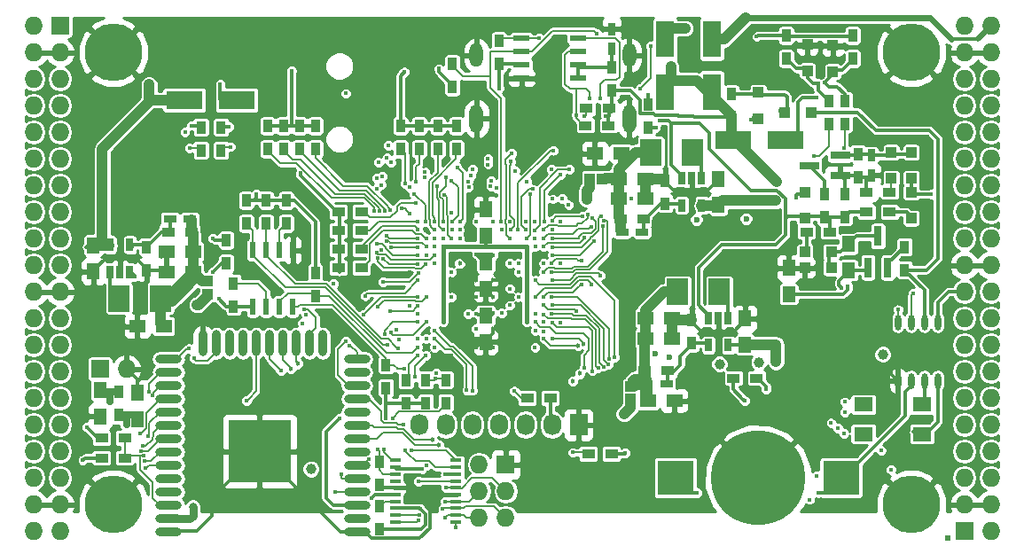
<source format=gbl>
G04 #@! TF.FileFunction,Copper,L4,Bot,Signal*
%FSLAX46Y46*%
G04 Gerber Fmt 4.6, Leading zero omitted, Abs format (unit mm)*
G04 Created by KiCad (PCBNEW 4.0.7+dfsg1-1) date Fri Nov 10 21:38:15 2017*
%MOMM*%
%LPD*%
G01*
G04 APERTURE LIST*
%ADD10C,0.100000*%
%ADD11R,0.500000X0.500000*%
%ADD12R,0.900000X1.200000*%
%ADD13R,1.000000X1.000000*%
%ADD14O,2.500000X0.900000*%
%ADD15O,0.900000X2.500000*%
%ADD16R,6.000000X6.000000*%
%ADD17R,1.800000X3.500000*%
%ADD18R,2.000000X2.500000*%
%ADD19R,0.700000X1.200000*%
%ADD20R,1.250000X1.500000*%
%ADD21R,1.500000X1.250000*%
%ADD22O,0.609600X1.473200*%
%ADD23R,0.800000X1.900000*%
%ADD24R,1.900000X0.800000*%
%ADD25R,1.200000X0.750000*%
%ADD26R,0.750000X1.200000*%
%ADD27R,1.200000X0.900000*%
%ADD28R,0.600000X1.550000*%
%ADD29R,1.550000X0.600000*%
%ADD30R,1.727200X1.727200*%
%ADD31O,1.727200X1.727200*%
%ADD32C,5.500000*%
%ADD33R,1.000000X0.400000*%
%ADD34R,1.727200X2.032000*%
%ADD35O,1.727200X2.032000*%
%ADD36O,1.300000X2.700000*%
%ADD37O,1.300000X2.300000*%
%ADD38R,1.800000X1.400000*%
%ADD39R,3.500000X1.800000*%
%ADD40R,3.500000X3.300000*%
%ADD41C,9.000000*%
%ADD42C,0.400000*%
%ADD43C,0.600000*%
%ADD44C,1.000000*%
%ADD45C,0.454000*%
%ADD46C,0.800000*%
%ADD47C,0.700000*%
%ADD48C,0.300000*%
%ADD49C,1.000000*%
%ADD50C,0.190000*%
%ADD51C,0.600000*%
%ADD52C,0.500000*%
%ADD53C,0.800000*%
%ADD54C,0.700000*%
%ADD55C,0.400000*%
%ADD56C,1.500000*%
%ADD57C,1.200000*%
%ADD58C,0.127000*%
%ADD59C,0.254000*%
G04 APERTURE END LIST*
D10*
D11*
X182675150Y-111637626D03*
D12*
X103498000Y-99858000D03*
X103498000Y-97658000D03*
D13*
X152393000Y-97142000D03*
X152393000Y-98342000D03*
D14*
X126260434Y-111030338D03*
X126260434Y-109760338D03*
X126260434Y-108490338D03*
X126260434Y-107220338D03*
X126260434Y-105950338D03*
X126260434Y-104680338D03*
X126260434Y-103410338D03*
X126260434Y-102140338D03*
X126260434Y-100870338D03*
X126260434Y-99600338D03*
X126260434Y-98330338D03*
X126260434Y-97060338D03*
X126260434Y-95790338D03*
X126260434Y-94520338D03*
D15*
X122975434Y-93030338D03*
X121705434Y-93030338D03*
X120435434Y-93030338D03*
X119165434Y-93030338D03*
X117895434Y-93030338D03*
X116625434Y-93030338D03*
X115355434Y-93030338D03*
X114085434Y-93030338D03*
X112815434Y-93030338D03*
X111545434Y-93030338D03*
D14*
X108260434Y-94520338D03*
X108260434Y-95790338D03*
X108260434Y-97060338D03*
X108260434Y-98330338D03*
X108260434Y-99600338D03*
X108260434Y-100870338D03*
X108260434Y-102140338D03*
X108260434Y-103410338D03*
X108260434Y-104680338D03*
X108260434Y-105950338D03*
X108260434Y-107220338D03*
X108260434Y-108490338D03*
X108260434Y-109760338D03*
X108260434Y-111030338D03*
D16*
X116960434Y-103330338D03*
D17*
X155695000Y-69000000D03*
X155695000Y-64000000D03*
D12*
X154044000Y-72426000D03*
X154044000Y-70226000D03*
D18*
X160870000Y-88090000D03*
X156870000Y-88090000D03*
D19*
X159825000Y-90600000D03*
X160775000Y-90600000D03*
X161725000Y-90600000D03*
X161725000Y-93200000D03*
X159825000Y-93200000D03*
D18*
X158330000Y-74755000D03*
X154330000Y-74755000D03*
D19*
X157285000Y-77235000D03*
X158235000Y-77235000D03*
X159185000Y-77235000D03*
X159185000Y-79835000D03*
X157285000Y-79835000D03*
D18*
X103530000Y-88725000D03*
X107530000Y-88725000D03*
D19*
X104575000Y-86215000D03*
X103625000Y-86215000D03*
X102675000Y-86215000D03*
X102675000Y-83615000D03*
X104575000Y-83615000D03*
D20*
X101085000Y-83665000D03*
X101085000Y-86165000D03*
D21*
X153810000Y-90630000D03*
X156310000Y-90630000D03*
X153810000Y-92535000D03*
X156310000Y-92535000D03*
D20*
X163315000Y-93150000D03*
X163315000Y-90650000D03*
D21*
X151270000Y-79200000D03*
X153770000Y-79200000D03*
X151270000Y-77295000D03*
X153770000Y-77295000D03*
D20*
X160775000Y-79815000D03*
X160775000Y-77315000D03*
D21*
X110590000Y-84280000D03*
X108090000Y-84280000D03*
X110590000Y-86185000D03*
X108090000Y-86185000D03*
D22*
X181730000Y-96599000D03*
X180460000Y-96599000D03*
X179190000Y-96599000D03*
X177920000Y-96599000D03*
X177920000Y-91011000D03*
X179190000Y-91011000D03*
X180460000Y-91011000D03*
X181730000Y-91011000D03*
D20*
X173221000Y-86038000D03*
X173221000Y-83538000D03*
D23*
X176965000Y-85780000D03*
X175065000Y-85780000D03*
X176015000Y-82780000D03*
D24*
X172435000Y-75075000D03*
X172435000Y-76975000D03*
X169435000Y-76025000D03*
D25*
X153910000Y-96910000D03*
X155810000Y-96910000D03*
X151570000Y-82375000D03*
X153470000Y-82375000D03*
X110290000Y-81105000D03*
X108390000Y-81105000D03*
D26*
X175380000Y-75075000D03*
X175380000Y-76975000D03*
D27*
X169200000Y-82375000D03*
X171400000Y-82375000D03*
D12*
X172840000Y-80935000D03*
X172840000Y-78735000D03*
D27*
X177115000Y-80470000D03*
X174915000Y-80470000D03*
D12*
X174110000Y-74925000D03*
X174110000Y-77125000D03*
X178555000Y-83815000D03*
X178555000Y-86015000D03*
X113785000Y-83180000D03*
X113785000Y-85380000D03*
X170935000Y-80935000D03*
X170935000Y-78735000D03*
X128390000Y-108580000D03*
X128390000Y-110780000D03*
D27*
X150572000Y-103584000D03*
X148372000Y-103584000D03*
X177115000Y-78565000D03*
X174915000Y-78565000D03*
X153760000Y-95640000D03*
X155960000Y-95640000D03*
X110440000Y-82375000D03*
X108240000Y-82375000D03*
X151420000Y-81105000D03*
X153620000Y-81105000D03*
D12*
X158235000Y-90800000D03*
X158235000Y-93000000D03*
X106165000Y-86015000D03*
X106165000Y-83815000D03*
X155695000Y-77465000D03*
X155695000Y-79665000D03*
D27*
X126696000Y-85804000D03*
X124496000Y-85804000D03*
X126696000Y-84026000D03*
X124496000Y-84026000D03*
X126696000Y-82248000D03*
X124496000Y-82248000D03*
X126696000Y-80470000D03*
X124496000Y-80470000D03*
D12*
X130422000Y-74458000D03*
X130422000Y-72258000D03*
X132200000Y-74458000D03*
X132200000Y-72258000D03*
X133978000Y-74458000D03*
X133978000Y-72258000D03*
X135756000Y-74458000D03*
X135756000Y-72258000D03*
D28*
X116325000Y-84120000D03*
X117595000Y-84120000D03*
X118865000Y-84120000D03*
X120135000Y-84120000D03*
X120135000Y-89520000D03*
X118865000Y-89520000D03*
X117595000Y-89520000D03*
X116325000Y-89520000D03*
D26*
X150589600Y-64910000D03*
X150589600Y-63010000D03*
D29*
X141980000Y-67705000D03*
X141980000Y-66435000D03*
X141980000Y-65165000D03*
X141980000Y-63895000D03*
X147380000Y-63895000D03*
X147380000Y-65165000D03*
X147380000Y-66435000D03*
X147380000Y-67705000D03*
D30*
X97910000Y-62690000D03*
D31*
X95370000Y-62690000D03*
X97910000Y-65230000D03*
X95370000Y-65230000D03*
X97910000Y-67770000D03*
X95370000Y-67770000D03*
X97910000Y-70310000D03*
X95370000Y-70310000D03*
X97910000Y-72850000D03*
X95370000Y-72850000D03*
X97910000Y-75390000D03*
X95370000Y-75390000D03*
X97910000Y-77930000D03*
X95370000Y-77930000D03*
X97910000Y-80470000D03*
X95370000Y-80470000D03*
X97910000Y-83010000D03*
X95370000Y-83010000D03*
X97910000Y-85550000D03*
X95370000Y-85550000D03*
X97910000Y-88090000D03*
X95370000Y-88090000D03*
X97910000Y-90630000D03*
X95370000Y-90630000D03*
X97910000Y-93170000D03*
X95370000Y-93170000D03*
X97910000Y-95710000D03*
X95370000Y-95710000D03*
X97910000Y-98250000D03*
X95370000Y-98250000D03*
X97910000Y-100790000D03*
X95370000Y-100790000D03*
X97910000Y-103330000D03*
X95370000Y-103330000D03*
X97910000Y-105870000D03*
X95370000Y-105870000D03*
X97910000Y-108410000D03*
X95370000Y-108410000D03*
X97910000Y-110950000D03*
X95370000Y-110950000D03*
D30*
X184270000Y-110950000D03*
D31*
X186810000Y-110950000D03*
X184270000Y-108410000D03*
X186810000Y-108410000D03*
X184270000Y-105870000D03*
X186810000Y-105870000D03*
X184270000Y-103330000D03*
X186810000Y-103330000D03*
X184270000Y-100790000D03*
X186810000Y-100790000D03*
X184270000Y-98250000D03*
X186810000Y-98250000D03*
X184270000Y-95710000D03*
X186810000Y-95710000D03*
X184270000Y-93170000D03*
X186810000Y-93170000D03*
X184270000Y-90630000D03*
X186810000Y-90630000D03*
X184270000Y-88090000D03*
X186810000Y-88090000D03*
X184270000Y-85550000D03*
X186810000Y-85550000D03*
X184270000Y-83010000D03*
X186810000Y-83010000D03*
X184270000Y-80470000D03*
X186810000Y-80470000D03*
X184270000Y-77930000D03*
X186810000Y-77930000D03*
X184270000Y-75390000D03*
X186810000Y-75390000D03*
X184270000Y-72850000D03*
X186810000Y-72850000D03*
X184270000Y-70310000D03*
X186810000Y-70310000D03*
X184270000Y-67770000D03*
X186810000Y-67770000D03*
X184270000Y-65230000D03*
X186810000Y-65230000D03*
X184270000Y-62690000D03*
X186810000Y-62690000D03*
D32*
X102990000Y-108410000D03*
X179190000Y-108410000D03*
X179190000Y-65230000D03*
X102990000Y-65230000D03*
D12*
X162045000Y-71410000D03*
X162045000Y-69210000D03*
X139820000Y-66330000D03*
X139820000Y-64130000D03*
X135375000Y-68532000D03*
X135375000Y-66332000D03*
X150615000Y-68870000D03*
X150615000Y-66670000D03*
D27*
X150275000Y-72215000D03*
X148075000Y-72215000D03*
X150380000Y-70600000D03*
X148180000Y-70600000D03*
D33*
X135735000Y-104215000D03*
X135735000Y-104865000D03*
X135735000Y-105515000D03*
X135735000Y-106165000D03*
X135735000Y-106815000D03*
X135735000Y-107465000D03*
X135735000Y-108115000D03*
X135735000Y-108765000D03*
X135735000Y-109415000D03*
X135735000Y-110065000D03*
X129935000Y-110065000D03*
X129935000Y-109415000D03*
X129935000Y-108765000D03*
X129935000Y-108115000D03*
X129935000Y-107465000D03*
X129935000Y-106815000D03*
X129935000Y-106165000D03*
X129935000Y-105515000D03*
X129935000Y-104865000D03*
X129935000Y-104215000D03*
D12*
X119500000Y-79370000D03*
X119500000Y-81570000D03*
X114480000Y-89500000D03*
X114480000Y-87300000D03*
X129025000Y-97275000D03*
X129025000Y-95075000D03*
X117595000Y-79370000D03*
X117595000Y-81570000D03*
X122280000Y-86300000D03*
X122280000Y-88500000D03*
X115690000Y-79370000D03*
X115690000Y-81570000D03*
D27*
X144730000Y-98250000D03*
X142530000Y-98250000D03*
D12*
X132835000Y-98715000D03*
X132835000Y-96515000D03*
X130930000Y-98715000D03*
X130930000Y-96515000D03*
D27*
X101890000Y-103965000D03*
X104090000Y-103965000D03*
D30*
X101720000Y-95456000D03*
D31*
X104260000Y-95456000D03*
D27*
X104090000Y-102060000D03*
X101890000Y-102060000D03*
D20*
X167506000Y-88324000D03*
X167506000Y-85824000D03*
D27*
X164415000Y-96345000D03*
X162215000Y-96345000D03*
D12*
X167252000Y-65822000D03*
X167252000Y-63622000D03*
D30*
X140455000Y-104600000D03*
D31*
X137915000Y-104600000D03*
X140455000Y-107140000D03*
X137915000Y-107140000D03*
X140455000Y-109680000D03*
X137915000Y-109680000D03*
D20*
X138550000Y-90396000D03*
X138550000Y-92896000D03*
X138550000Y-82736000D03*
X138550000Y-80236000D03*
X138550000Y-85316000D03*
X138550000Y-87816000D03*
X101720000Y-97508000D03*
X101720000Y-100008000D03*
D12*
X113277000Y-74585000D03*
X113277000Y-72385000D03*
X111372000Y-74585000D03*
X111372000Y-72385000D03*
X172840000Y-72045000D03*
X172840000Y-69845000D03*
X171316000Y-72045000D03*
X171316000Y-69845000D03*
D34*
X147440000Y-100790000D03*
D35*
X144900000Y-100790000D03*
X142360000Y-100790000D03*
X139820000Y-100790000D03*
X137280000Y-100790000D03*
X134740000Y-100790000D03*
X132200000Y-100790000D03*
D36*
X152280000Y-71550000D03*
X137680000Y-71550000D03*
D37*
X137680000Y-65500000D03*
X152280000Y-65500000D03*
D38*
X180212000Y-98882000D03*
X174612000Y-98882000D03*
X174612000Y-101682000D03*
X180212000Y-101682000D03*
D20*
X105276000Y-100262000D03*
X105276000Y-97762000D03*
D39*
X109761000Y-69802000D03*
X114761000Y-69802000D03*
X167212000Y-73612000D03*
X162212000Y-73612000D03*
D17*
X160140000Y-64000000D03*
X160140000Y-69000000D03*
D21*
X154064000Y-98504000D03*
X156564000Y-98504000D03*
X107796000Y-91392000D03*
X105296000Y-91392000D03*
X151484000Y-74882000D03*
X148984000Y-74882000D03*
D12*
X173602000Y-65822000D03*
X173602000Y-63622000D03*
X134740000Y-96515000D03*
X134740000Y-98715000D03*
D40*
X172485000Y-105870000D03*
X156685000Y-105870000D03*
D41*
X164585000Y-105870000D03*
D13*
X169284000Y-66988000D03*
X169284000Y-64488000D03*
X171697000Y-67081000D03*
X171697000Y-64581000D03*
X169050000Y-84280000D03*
X171550000Y-84280000D03*
X179190000Y-81085000D03*
X179190000Y-78585000D03*
X169030000Y-81085000D03*
X169030000Y-78585000D03*
X171550000Y-85804000D03*
X169050000Y-85804000D03*
X179190000Y-77275000D03*
X179190000Y-74775000D03*
X177285000Y-74775000D03*
X177285000Y-77275000D03*
X167145000Y-70945000D03*
X169645000Y-70945000D03*
X164585000Y-69060000D03*
X164585000Y-71560000D03*
X112007000Y-87109000D03*
X112007000Y-88309000D03*
X149691000Y-77295000D03*
X148491000Y-77295000D03*
D12*
X128390000Y-106546000D03*
X128390000Y-104346000D03*
X117722000Y-74458000D03*
X117722000Y-72258000D03*
X119246000Y-74458000D03*
X119246000Y-72258000D03*
X120770000Y-74458000D03*
X120770000Y-72258000D03*
X122294000Y-74458000D03*
X122294000Y-72258000D03*
D42*
X135281276Y-80583119D03*
X131279502Y-89407325D03*
X132880424Y-84590510D03*
X170309539Y-85441529D03*
X145698456Y-91073766D03*
D43*
X156262773Y-81349374D03*
X154657528Y-81463649D03*
D44*
X158233687Y-94760979D03*
D42*
X145672808Y-85396062D03*
X144103186Y-84622010D03*
X133216000Y-107465000D03*
X137680000Y-88600000D03*
X142480000Y-95000000D03*
X141680000Y-92600000D03*
X140836000Y-84534000D03*
X135284627Y-94985297D03*
X135288625Y-94225619D03*
X134455822Y-94267172D03*
X136095958Y-93369652D03*
D45*
X139264636Y-91615205D03*
D44*
X116880503Y-64802940D03*
X106974809Y-64953974D03*
X175210328Y-64948943D03*
X165417246Y-64954666D03*
D42*
X175495631Y-71457432D03*
X132810347Y-82177990D03*
X145680000Y-94177990D03*
X177285000Y-95710000D03*
D44*
X177229911Y-82281349D03*
D43*
X164741832Y-81130572D03*
X161067993Y-81216119D03*
D44*
X162992748Y-94820185D03*
D42*
X131254529Y-86251357D03*
X140880000Y-81400000D03*
X136085174Y-89394826D03*
X145680000Y-81400000D03*
X140874194Y-91433353D03*
X142480000Y-94200000D03*
X140880000Y-93400000D03*
X139280000Y-93400000D03*
X137680000Y-93400000D03*
X136880000Y-92600000D03*
X135280000Y-92600000D03*
X132880000Y-91800000D03*
X132880000Y-93400000D03*
D45*
X141042859Y-86994997D03*
X139280000Y-87000000D03*
X136110990Y-86995403D03*
X137680000Y-87000000D03*
X136080000Y-84600000D03*
X139280000Y-88600000D03*
D42*
X172564535Y-87722010D03*
D44*
X121861867Y-105030174D03*
D42*
X150030853Y-71331848D03*
X127656639Y-107816792D03*
D44*
X156235582Y-66548363D03*
X166321614Y-77572282D03*
X166248957Y-79408030D03*
X101932065Y-82585048D03*
X106417803Y-68312483D03*
X166280000Y-94800000D03*
X157600000Y-62944000D03*
D46*
X110593913Y-108636458D03*
D44*
X160884708Y-94994498D03*
D43*
X156077107Y-94326957D03*
X154726292Y-94009946D03*
D42*
X173137949Y-87594275D03*
D44*
X148202454Y-79278787D03*
D47*
X102710050Y-98594954D03*
D42*
X148160764Y-77980787D03*
X154794000Y-72426000D03*
X129005202Y-100174798D03*
X137659051Y-91638034D03*
X139820000Y-68665673D03*
X172834633Y-99599920D03*
X172879922Y-98618650D03*
X176305593Y-103279812D03*
X165349214Y-97422919D03*
X164433885Y-63737451D03*
X134079160Y-66786153D03*
X109828000Y-72830000D03*
X116654336Y-78777990D03*
D44*
X176474303Y-94069095D03*
D43*
X163422030Y-81120665D03*
X158680000Y-81210838D03*
D42*
X112515000Y-83010000D03*
X181065000Y-78785000D03*
X100080000Y-104200000D03*
X113080000Y-88800000D03*
D44*
X164653770Y-94825547D03*
D42*
X135273306Y-88618602D03*
X139272517Y-84611349D03*
X137680556Y-84534085D03*
X141680000Y-86200000D03*
X135280000Y-86200000D03*
X132880000Y-92600000D03*
X132080000Y-92600000D03*
X141680000Y-88600000D03*
X141680000Y-85400000D03*
D44*
X151758000Y-99774000D03*
D42*
X136885174Y-90194826D03*
X140094890Y-90122990D03*
X139280000Y-90122990D03*
X140880000Y-89400000D03*
X137680000Y-90172990D03*
X140880000Y-87800000D03*
X140880000Y-85400000D03*
D45*
X136080000Y-85400000D03*
D42*
X121401947Y-90251871D03*
X129988160Y-91721995D03*
X130302262Y-92700329D03*
X121041200Y-91125073D03*
D44*
X110991000Y-89360000D03*
D42*
X142480000Y-91000000D03*
X142480000Y-83800000D03*
X134480000Y-83800000D03*
X134480000Y-91000000D03*
X125193541Y-69156848D03*
X105037711Y-86632990D03*
X155149360Y-71764535D03*
X170182962Y-69571012D03*
X170362901Y-107286196D03*
X158716651Y-107325176D03*
X137295592Y-97538017D03*
X134750646Y-106810513D03*
X133680000Y-91800000D03*
D45*
X134074414Y-102752225D03*
D42*
X136740903Y-97514503D03*
X134675868Y-108131585D03*
D45*
X133449289Y-102232615D03*
D42*
X133680000Y-92600000D03*
X133685482Y-93402296D03*
X127358154Y-104128048D03*
X132936956Y-104698915D03*
X134463998Y-108841973D03*
X130692380Y-100790000D03*
X131808905Y-96227367D03*
X134636872Y-109719950D03*
X132846234Y-94197073D03*
X120834553Y-76779094D03*
X130761990Y-67119621D03*
X147186000Y-71200000D03*
X148477832Y-69619684D03*
X147983153Y-71347080D03*
X149475951Y-69619684D03*
X177926984Y-89812061D03*
X154329326Y-64643767D03*
X152497066Y-79193467D03*
X146481406Y-79819384D03*
X153322343Y-68673419D03*
X143650666Y-63862520D03*
X149134122Y-63424051D03*
X179375977Y-88226957D03*
X140035989Y-81400000D03*
X132103894Y-86323319D03*
X128776655Y-87135140D03*
X115729998Y-98493136D03*
X119008515Y-95662939D03*
D45*
X119978162Y-95412951D03*
X120634035Y-94977604D03*
D42*
X113212238Y-68244401D03*
X144962492Y-79235378D03*
X145834002Y-79198109D03*
X131453853Y-103260518D03*
X149771692Y-81825658D03*
X144080000Y-86200000D03*
X149520824Y-86534121D03*
X144894316Y-86977564D03*
X149549750Y-80868432D03*
X144917291Y-83835368D03*
D45*
X147355672Y-93219294D03*
D42*
X144113248Y-92588762D03*
X144875155Y-86218896D03*
X149846468Y-81303978D03*
X148719886Y-81056015D03*
X144916886Y-82991358D03*
D45*
X147915304Y-93063131D03*
D42*
X144882352Y-92577990D03*
X148747982Y-95669626D03*
X144891634Y-91073766D03*
X149795895Y-95251084D03*
X144867244Y-90229755D03*
X150278898Y-95040253D03*
X144892596Y-89385743D03*
X150345974Y-94517527D03*
X144877648Y-88622010D03*
X150889207Y-94332565D03*
X143280000Y-87000000D03*
X130807074Y-95454141D03*
X130171404Y-93544341D03*
X132080000Y-93400000D03*
X129196652Y-93209125D03*
X133852393Y-95875797D03*
X141280000Y-97600000D03*
X133762848Y-96395146D03*
X132080000Y-94200000D03*
X128606250Y-84075792D03*
X105895603Y-103765816D03*
X132092921Y-89446456D03*
X129449238Y-89926948D03*
X130839486Y-103260518D03*
X128806823Y-103185900D03*
X128251440Y-89564206D03*
X132162861Y-106185868D03*
X132880000Y-88600000D03*
X127040053Y-88481065D03*
X124741825Y-105494691D03*
X132080000Y-87000000D03*
X125499542Y-93250681D03*
X124202418Y-107207639D03*
X110313517Y-74380698D03*
X132146108Y-109940263D03*
X114166000Y-74247000D03*
X132189000Y-109415000D03*
X135360607Y-81398832D03*
X135280062Y-77463305D03*
X134516595Y-81406751D03*
X134758050Y-77130140D03*
X132761172Y-77202673D03*
X132737245Y-76676207D03*
X128644933Y-77050030D03*
X128152012Y-77241956D03*
X128125571Y-78233647D03*
X110718734Y-94451783D03*
X128590544Y-77894041D03*
X110249038Y-93533767D03*
X131253134Y-78134216D03*
X106368514Y-97662752D03*
X132783337Y-81400005D03*
X106741168Y-98035405D03*
X131709326Y-78745875D03*
X129127994Y-82782061D03*
X132081314Y-82968813D03*
X105572759Y-101661319D03*
X129055959Y-83304126D03*
X132886504Y-83790510D03*
X106281049Y-101893466D03*
X132083682Y-83812825D03*
X129521181Y-83853729D03*
X105813763Y-102819336D03*
X132062099Y-84635295D03*
X128165458Y-83528763D03*
X105627254Y-103312241D03*
X128184156Y-84391351D03*
X105992720Y-104283802D03*
X133671942Y-84595200D03*
X128258561Y-84913084D03*
X132845205Y-85455557D03*
X106088753Y-104974041D03*
D45*
X146862501Y-96617499D03*
X147534467Y-95913260D03*
D42*
X147927932Y-95329243D03*
X143280000Y-91000000D03*
X149284391Y-95377990D03*
X144077013Y-90266968D03*
X147207648Y-89973043D03*
X144076240Y-89395301D03*
X143281824Y-90201951D03*
X144102010Y-85397219D03*
X147687522Y-85093328D03*
X144868096Y-85371354D03*
X148610669Y-81900026D03*
X144102010Y-83000000D03*
X144888125Y-82147347D03*
X147695541Y-87377990D03*
X144082832Y-88584510D03*
X148688598Y-87378077D03*
X143278026Y-88595030D03*
X148298275Y-80739810D03*
X144102010Y-82185600D03*
X147802234Y-80917812D03*
X144880004Y-81303335D03*
X139280000Y-81400000D03*
X139578623Y-78205862D03*
X139034115Y-78040948D03*
X139046749Y-77514088D03*
X138775679Y-75942989D03*
X138779198Y-75400762D03*
X137680000Y-81400000D03*
X137308732Y-76415018D03*
X137106948Y-76979922D03*
X136859538Y-77550820D03*
X136922059Y-78097889D03*
X136141618Y-81385046D03*
X135830698Y-76200613D03*
X148878722Y-83261032D03*
X144915665Y-84598743D03*
X148001372Y-82958777D03*
X144103186Y-83777990D03*
X142841210Y-78784254D03*
X142473549Y-82998913D03*
X143057990Y-78303891D03*
X142396423Y-82191394D03*
X145713979Y-76895375D03*
X144146021Y-81374784D03*
X144860423Y-76406173D03*
X146557990Y-76430564D03*
X143257990Y-82207154D03*
X143257990Y-81379632D03*
X145017056Y-74611129D03*
X141657990Y-82130345D03*
X142413979Y-81382236D03*
X140080000Y-82200000D03*
X141342967Y-76554996D03*
X141046643Y-74873804D03*
X140864029Y-83041403D03*
X140980062Y-75681941D03*
X140924011Y-82179283D03*
X132880000Y-83009490D03*
X132082756Y-82124801D03*
X132080000Y-81400000D03*
X131847310Y-79589886D03*
X130856828Y-77786820D03*
X131923295Y-77584853D03*
X133648389Y-82190597D03*
X133672584Y-81414685D03*
X129477855Y-92000822D03*
X132880000Y-91000000D03*
X128879646Y-92111037D03*
X132077648Y-90977990D03*
X131275302Y-80595752D03*
X130489904Y-80167235D03*
X132073622Y-85479307D03*
X128785565Y-84928838D03*
X134476508Y-82180155D03*
X133942383Y-77980766D03*
X163908850Y-71651861D03*
X135656559Y-110610712D03*
X132448438Y-104994496D03*
X146844288Y-103452739D03*
X134707351Y-105508447D03*
X132280000Y-108800000D03*
D47*
X104260000Y-100790000D03*
D42*
X112515000Y-86185000D03*
X169506589Y-107953726D03*
X163277422Y-98501717D03*
X170157734Y-105666345D03*
X169895346Y-75092988D03*
X143257990Y-83000000D03*
X168166438Y-79108038D03*
X151896383Y-103510715D03*
X114039000Y-72342000D03*
X110483000Y-72215000D03*
X143269694Y-93414905D03*
X177274002Y-105079115D03*
X172761273Y-101651681D03*
X143280000Y-91800000D03*
X172193360Y-101105663D03*
X144064831Y-91877646D03*
X171540304Y-100645743D03*
X144080000Y-91000000D03*
X154044000Y-69294000D03*
X128349062Y-75753924D03*
X134613000Y-78819000D03*
X135280000Y-83022010D03*
X135320520Y-82196441D03*
X129493343Y-75737814D03*
X136080000Y-82200000D03*
X129125079Y-75315804D03*
X136080000Y-83000000D03*
X129252218Y-74142461D03*
X172746637Y-74347988D03*
X143280000Y-83800000D03*
X142480000Y-77600000D03*
X170300000Y-68151000D03*
X170950000Y-68125562D03*
X125167387Y-92841517D03*
X121206217Y-89762554D03*
X132082956Y-90210779D03*
X182675150Y-111637626D03*
X124027706Y-87347706D03*
X124027707Y-87347707D03*
X166678914Y-70803555D03*
X129660000Y-100155000D03*
X124580000Y-100155000D03*
X132084049Y-88599484D03*
X126880008Y-90276109D03*
X128280000Y-103200000D03*
X100450000Y-101044000D03*
X120008000Y-67008000D03*
X127889625Y-80407426D03*
X133680000Y-85400000D03*
X128416582Y-80399850D03*
X133680000Y-83800000D03*
X128943593Y-80399729D03*
X133680000Y-83000000D03*
X129457990Y-80285112D03*
X134480000Y-83000000D03*
D48*
X108260434Y-111030338D02*
X109060434Y-111030338D01*
X109060434Y-111030338D02*
X109140772Y-110950000D01*
X110957617Y-110950000D02*
X112380000Y-109527617D01*
X109140772Y-110950000D02*
X110957617Y-110950000D01*
X112380000Y-109527617D02*
X112380000Y-107854384D01*
X112380000Y-107854384D02*
X116904046Y-103330338D01*
X116904046Y-103330338D02*
X116960434Y-103330338D01*
X167506000Y-85824000D02*
X169927068Y-85824000D01*
X169927068Y-85824000D02*
X170109540Y-85641528D01*
X170109540Y-85641528D02*
X170309539Y-85441529D01*
X104260000Y-95456000D02*
X105276000Y-96472000D01*
X105276000Y-96472000D02*
X105276000Y-97762000D01*
X132254999Y-111657001D02*
X133216000Y-110696000D01*
X133216000Y-110696000D02*
X133216000Y-107465000D01*
X126260434Y-111030338D02*
X127060434Y-111030338D01*
X127060434Y-111030338D02*
X127687097Y-111657001D01*
X127687097Y-111657001D02*
X132254999Y-111657001D01*
X133216000Y-107465000D02*
X132214478Y-107465000D01*
X135735000Y-107465000D02*
X133216000Y-107465000D01*
X132214478Y-107465000D02*
X131572496Y-106823018D01*
X131572496Y-106823018D02*
X129919874Y-106823018D01*
X126260434Y-111030338D02*
X124660659Y-111030338D01*
X124660659Y-111030338D02*
X116960659Y-103330338D01*
X116960659Y-103330338D02*
X116960434Y-103330338D01*
X129935000Y-106815000D02*
X128659000Y-106815000D01*
X128659000Y-106815000D02*
X128390000Y-106546000D01*
X128390000Y-106546000D02*
X128558000Y-106546000D01*
X136126306Y-93400000D02*
X136095958Y-93369652D01*
X136880000Y-92600000D02*
X136110348Y-93369652D01*
X136049652Y-93369652D02*
X136095958Y-93369652D01*
X137680000Y-93400000D02*
X136126306Y-93400000D01*
X135280000Y-92600000D02*
X136049652Y-93369652D01*
X136110348Y-93369652D02*
X136095958Y-93369652D01*
X139264636Y-92054364D02*
X139264636Y-91936231D01*
X139264636Y-91936231D02*
X139264636Y-91615205D01*
X138550000Y-92769000D02*
X139264636Y-92054364D01*
X136880000Y-92600000D02*
X137680000Y-93400000D01*
X136880000Y-92600000D02*
X138381000Y-92600000D01*
X138381000Y-92600000D02*
X138550000Y-92769000D01*
X135280000Y-92600000D02*
X136880000Y-92600000D01*
X138550000Y-92769000D02*
X138649000Y-92769000D01*
X138649000Y-92769000D02*
X139280000Y-93400000D01*
X138550000Y-92769000D02*
X138311000Y-92769000D01*
X138311000Y-92769000D02*
X137680000Y-93400000D01*
X175042385Y-64781000D02*
X175210328Y-64948943D01*
X171697000Y-64781000D02*
X175042385Y-64781000D01*
X165683912Y-64688000D02*
X165417246Y-64954666D01*
X169284000Y-64688000D02*
X165683912Y-64688000D01*
X169284000Y-64688000D02*
X171604000Y-64688000D01*
X171604000Y-64688000D02*
X171697000Y-64781000D01*
X177285000Y-95710000D02*
X177285000Y-95964000D01*
X177285000Y-95964000D02*
X177920000Y-96599000D01*
X102210000Y-84915000D02*
X103625000Y-84915000D01*
X103625000Y-84915000D02*
X105215000Y-84915000D01*
X103625000Y-86215000D02*
X103625000Y-84915000D01*
X105215000Y-84915000D02*
X106165000Y-85865000D01*
X106165000Y-85865000D02*
X106165000Y-86015000D01*
X101085000Y-86165000D02*
X101085000Y-86040000D01*
X101085000Y-86040000D02*
X102210000Y-84915000D01*
X106165000Y-86015000D02*
X107920000Y-86015000D01*
X107920000Y-86015000D02*
X108090000Y-86185000D01*
D49*
X153770000Y-77295000D02*
X155525000Y-77295000D01*
D48*
X155525000Y-77295000D02*
X155695000Y-77465000D01*
D49*
X153770000Y-79200000D02*
X153770000Y-77295000D01*
D48*
X174110000Y-77125000D02*
X174745000Y-77125000D01*
X174745000Y-77125000D02*
X175230000Y-77125000D01*
X174915000Y-78565000D02*
X174915000Y-77295000D01*
X174915000Y-77295000D02*
X174745000Y-77125000D01*
X172840000Y-78735000D02*
X172840000Y-77380000D01*
X172840000Y-77380000D02*
X172435000Y-76975000D01*
X175230000Y-77125000D02*
X175380000Y-76975000D01*
X172435000Y-76975000D02*
X173960000Y-76975000D01*
X173960000Y-76975000D02*
X174110000Y-77125000D01*
X137680000Y-86200000D02*
X137680000Y-86600000D01*
X136080000Y-84600000D02*
X137680000Y-86200000D01*
X159850000Y-78365000D02*
X158235000Y-78365000D01*
X158235000Y-78365000D02*
X156445000Y-78365000D01*
X158235000Y-77235000D02*
X158235000Y-78365000D01*
X160775000Y-77315000D02*
X160775000Y-77440000D01*
X160775000Y-77440000D02*
X159850000Y-78365000D01*
X156445000Y-78365000D02*
X155695000Y-77615000D01*
X155695000Y-77615000D02*
X155695000Y-77465000D01*
D49*
X156310000Y-90630000D02*
X156310000Y-92535000D01*
X158235000Y-90800000D02*
X156480000Y-90800000D01*
D48*
X156480000Y-90800000D02*
X156310000Y-90630000D01*
X163315000Y-90650000D02*
X163315000Y-90834602D01*
X163315000Y-90834602D02*
X162249602Y-91900000D01*
X162249602Y-91900000D02*
X160775000Y-91900000D01*
X101085000Y-86165000D02*
X101085000Y-85929893D01*
X106165000Y-85944374D02*
X106165000Y-86015000D01*
X159185000Y-91900000D02*
X160775000Y-91900000D01*
X160775000Y-90600000D02*
X160775000Y-91900000D01*
X158235000Y-90800000D02*
X158235000Y-90950000D01*
X158235000Y-90950000D02*
X159185000Y-91900000D01*
X108090000Y-84280000D02*
X108090000Y-86185000D01*
X107625000Y-84745000D02*
X108090000Y-84280000D01*
X108070000Y-84260000D02*
X108090000Y-84280000D01*
X141037856Y-87000000D02*
X141042859Y-86994997D01*
X139280000Y-87000000D02*
X141037856Y-87000000D01*
X136432016Y-86995403D02*
X136110990Y-86995403D01*
X137284597Y-86995403D02*
X136432016Y-86995403D01*
X137680000Y-86600000D02*
X137284597Y-86995403D01*
X137680000Y-86600000D02*
X137680000Y-87000000D01*
D50*
X138029000Y-66332000D02*
X138115000Y-66246000D01*
D48*
X101085000Y-83665000D02*
X101684316Y-83665000D01*
X101684316Y-83665000D02*
X101913492Y-83435824D01*
D49*
X101913492Y-83435824D02*
X101913492Y-82603621D01*
D48*
X101913492Y-82603621D02*
X101932065Y-82585048D01*
X172296000Y-87453475D02*
X172364536Y-87522011D01*
X172364536Y-87522011D02*
X172564535Y-87722010D01*
X172296000Y-87088000D02*
X172296000Y-87453475D01*
X173221000Y-86038000D02*
X173221000Y-86163000D01*
X173221000Y-86163000D02*
X172296000Y-87088000D01*
X162045000Y-71410000D02*
X158501963Y-71410000D01*
X158501963Y-71410000D02*
X158407951Y-71315988D01*
X158407951Y-71315988D02*
X156965000Y-71315988D01*
X156965000Y-71315988D02*
X156924522Y-71275510D01*
X156924522Y-71275510D02*
X154741030Y-71275510D01*
X153316999Y-71047601D02*
X153316999Y-69786999D01*
X154741030Y-71275510D02*
X154568521Y-71103001D01*
X154568521Y-71103001D02*
X153372399Y-71103001D01*
X153372399Y-71103001D02*
X153316999Y-71047601D01*
X152400000Y-68870000D02*
X151365000Y-68870000D01*
X153316999Y-69786999D02*
X152400000Y-68870000D01*
X151365000Y-68870000D02*
X150615000Y-68870000D01*
X150275000Y-71465000D02*
X150380000Y-71360000D01*
X150380000Y-71360000D02*
X150380000Y-70600000D01*
X150615000Y-70935000D02*
X150615000Y-69995990D01*
X150615000Y-69995990D02*
X150615000Y-68870000D01*
X150313695Y-71331848D02*
X150030853Y-71331848D01*
X150141848Y-71331848D02*
X150030853Y-71331848D01*
X150275000Y-71465000D02*
X150141848Y-71331848D01*
X150275000Y-72215000D02*
X150275000Y-71465000D01*
X128008431Y-107465000D02*
X127856638Y-107616793D01*
X127856638Y-107616793D02*
X127656639Y-107816792D01*
X129935000Y-107465000D02*
X128008431Y-107465000D01*
X160140000Y-69000000D02*
X160140000Y-69850000D01*
X160140000Y-69850000D02*
X161700000Y-71410000D01*
D49*
X156235582Y-67716832D02*
X156235582Y-66548363D01*
X158681338Y-67896338D02*
X156415088Y-67896338D01*
X156415088Y-67896338D02*
X156235582Y-67716832D01*
D48*
X156235582Y-66578582D02*
X156235582Y-66548363D01*
D49*
X162045000Y-73295668D02*
X165821615Y-77072283D01*
X165821615Y-77072283D02*
X166321614Y-77572282D01*
X160790000Y-79800000D02*
X161181970Y-79408030D01*
X161181970Y-79408030D02*
X165541851Y-79408030D01*
X165541851Y-79408030D02*
X166248957Y-79408030D01*
X101932065Y-81877942D02*
X101932065Y-82585048D01*
X101932065Y-74415935D02*
X101932065Y-81877942D01*
X106407114Y-69940886D02*
X101932065Y-74415935D01*
X106417803Y-69019589D02*
X106417803Y-68312483D01*
X106417803Y-69930197D02*
X106417803Y-69019589D01*
X106407114Y-69940886D02*
X106417803Y-69930197D01*
X166280000Y-93150000D02*
X166280000Y-94800000D01*
D48*
X110610000Y-69548000D02*
X110610000Y-69802000D01*
D49*
X109975000Y-69802000D02*
X106546000Y-69802000D01*
X106546000Y-69802000D02*
X106419000Y-69929000D01*
X106419000Y-69929000D02*
X106407114Y-69940886D01*
D48*
X106419000Y-69675000D02*
X106419000Y-69929000D01*
X100572432Y-83665000D02*
X100424079Y-83813353D01*
X101085000Y-83665000D02*
X100572432Y-83665000D01*
X160790000Y-79800000D02*
X160775000Y-79815000D01*
D49*
X163315000Y-93150000D02*
X166280000Y-93150000D01*
D48*
X160775000Y-79940000D02*
X160775000Y-79815000D01*
X164925000Y-93150000D02*
X164240000Y-93150000D01*
X164240000Y-93150000D02*
X163315000Y-93150000D01*
X101085000Y-83665000D02*
X101085000Y-83790000D01*
D49*
X159185000Y-79835000D02*
X160755000Y-79835000D01*
D48*
X160755000Y-79835000D02*
X160775000Y-79815000D01*
X161725000Y-93200000D02*
X163265000Y-93200000D01*
X163265000Y-93200000D02*
X163315000Y-93150000D01*
X173221000Y-86038000D02*
X174807000Y-86038000D01*
X174807000Y-86038000D02*
X175065000Y-85780000D01*
D49*
X101085000Y-83665000D02*
X102625000Y-83665000D01*
D48*
X102625000Y-83665000D02*
X102675000Y-83615000D01*
X161700000Y-71410000D02*
X162045000Y-71410000D01*
D49*
X162045000Y-71410000D02*
X162045000Y-71260000D01*
X162045000Y-71260000D02*
X158681338Y-67896338D01*
X162045000Y-71410000D02*
X162045000Y-73295668D01*
D48*
X162045000Y-71753000D02*
X162045000Y-71410000D01*
X155695000Y-64000000D02*
X155695000Y-63368337D01*
X155695000Y-63368337D02*
X156119337Y-62944000D01*
D49*
X156119337Y-62944000D02*
X157600000Y-62944000D01*
X160140000Y-64000000D02*
X161340000Y-64000000D01*
X161340000Y-64000000D02*
X163399217Y-61940783D01*
D51*
X163399217Y-61940783D02*
X180980783Y-61940783D01*
D52*
X185540000Y-63960000D02*
X186810000Y-62690000D01*
D51*
X180980783Y-61940783D02*
X183000000Y-63960000D01*
D48*
X183000000Y-63960000D02*
X185540000Y-63960000D01*
X129025000Y-97275000D02*
X129025000Y-98800000D01*
X129025000Y-98800000D02*
X129025000Y-100155000D01*
X130930000Y-98715000D02*
X129110000Y-98715000D01*
X129110000Y-98715000D02*
X129025000Y-98800000D01*
D53*
X110593913Y-109202143D02*
X110593913Y-108636458D01*
X110593913Y-109476859D02*
X110593913Y-109202143D01*
X110310434Y-109760338D02*
X110593913Y-109476859D01*
X108260434Y-109760338D02*
X110310434Y-109760338D01*
D48*
X167506000Y-88324000D02*
X172691066Y-88324000D01*
X172691066Y-88324000D02*
X173137949Y-87877117D01*
X173137949Y-87877117D02*
X173137949Y-87594275D01*
D49*
X148202454Y-78413536D02*
X148202454Y-78571681D01*
X148202000Y-78413082D02*
X148202454Y-78413536D01*
X148202454Y-78571681D02*
X148202454Y-79278787D01*
D54*
X102710050Y-97683950D02*
X102710050Y-98099980D01*
X102736000Y-97658000D02*
X102710050Y-97683950D01*
X102710050Y-98099980D02*
X102710050Y-98594954D01*
X102736000Y-97658000D02*
X101870000Y-97658000D01*
X103498000Y-97658000D02*
X102736000Y-97658000D01*
D48*
X101870000Y-97658000D02*
X101720000Y-97508000D01*
X148202000Y-78413082D02*
X148491000Y-78124082D01*
D49*
X148491000Y-78124082D02*
X148491000Y-77295000D01*
X148202000Y-78413082D02*
X148439744Y-78175338D01*
D48*
X148160764Y-77980787D02*
X148160764Y-77625236D01*
X148160764Y-77625236D02*
X148491000Y-77295000D01*
X148202000Y-78022023D02*
X148160764Y-77980787D01*
X154806000Y-72438000D02*
X154794000Y-72426000D01*
X154044000Y-72426000D02*
X154794000Y-72426000D01*
X129025000Y-100155000D02*
X129005202Y-100174798D01*
X129025000Y-97275000D02*
X129025000Y-98175000D01*
X132835000Y-98715000D02*
X130930000Y-98715000D01*
X173602000Y-63706000D02*
X167336000Y-63706000D01*
X167336000Y-63706000D02*
X167252000Y-63622000D01*
X167252000Y-63622000D02*
X164549336Y-63622000D01*
X164549336Y-63622000D02*
X164433885Y-63737451D01*
X138550000Y-85042000D02*
X138188471Y-85042000D01*
X138188471Y-85042000D02*
X137680556Y-84534085D01*
X138550000Y-85042000D02*
X138841866Y-85042000D01*
X138841866Y-85042000D02*
X139272517Y-84611349D01*
X137680556Y-84534085D02*
X139195253Y-84534085D01*
X139195253Y-84534085D02*
X139272517Y-84611349D01*
X139820000Y-66330000D02*
X139820000Y-68665673D01*
X165349214Y-97129214D02*
X165349214Y-97422919D01*
X164565000Y-96345000D02*
X165349214Y-97129214D01*
X164415000Y-96345000D02*
X164565000Y-96345000D01*
X134079160Y-67068995D02*
X134079160Y-66786153D01*
X134079160Y-67086160D02*
X134079160Y-67068995D01*
X135375000Y-68382000D02*
X134079160Y-67086160D01*
X135375000Y-68532000D02*
X135375000Y-68382000D01*
X116654336Y-79155664D02*
X116654336Y-79060832D01*
X115690000Y-79370000D02*
X116440000Y-79370000D01*
X116440000Y-79370000D02*
X116654336Y-79155664D01*
X116654336Y-79060832D02*
X116654336Y-78777990D01*
X181730000Y-89106000D02*
X182746000Y-88090000D01*
X182746000Y-88090000D02*
X184270000Y-88090000D01*
X181730000Y-91011000D02*
X181730000Y-89106000D01*
X144730000Y-98250000D02*
X144730000Y-99266000D01*
X144730000Y-99266000D02*
X144730000Y-99400000D01*
X144730000Y-99400000D02*
X144730000Y-100620000D01*
X113785000Y-83180000D02*
X112685000Y-83180000D01*
X112685000Y-83180000D02*
X112515000Y-83010000D01*
X122280000Y-86300000D02*
X122280000Y-81400000D01*
X122280000Y-81400000D02*
X120250000Y-79370000D01*
X120250000Y-79370000D02*
X119500000Y-79370000D01*
X179190000Y-78785000D02*
X181065000Y-78785000D01*
X179190000Y-77075000D02*
X179190000Y-78785000D01*
X100315000Y-103965000D02*
X100080000Y-104200000D01*
X101890000Y-103965000D02*
X100315000Y-103965000D01*
X117595000Y-79370000D02*
X119500000Y-79370000D01*
X115690000Y-79370000D02*
X117595000Y-79370000D01*
X114480000Y-89500000D02*
X113780000Y-89500000D01*
X113780000Y-89500000D02*
X113080000Y-88800000D01*
X114480000Y-89500000D02*
X116305000Y-89500000D01*
X116305000Y-89500000D02*
X116325000Y-89520000D01*
X144900000Y-98250000D02*
X144730000Y-98250000D01*
X144730000Y-100620000D02*
X144900000Y-100790000D01*
X139820000Y-66330000D02*
X141875000Y-66330000D01*
X141875000Y-66330000D02*
X141980000Y-66435000D01*
D49*
X152393000Y-98392000D02*
X152393000Y-99139000D01*
X152393000Y-99139000D02*
X151758000Y-99774000D01*
D48*
X138550000Y-90269000D02*
X137776010Y-90269000D01*
X137776010Y-90269000D02*
X137680000Y-90172990D01*
X138550000Y-90269000D02*
X139133990Y-90269000D01*
X139133990Y-90269000D02*
X139280000Y-90122990D01*
X156010000Y-95710000D02*
X156524914Y-95710000D01*
X156524914Y-95710000D02*
X157145126Y-95089788D01*
X157145126Y-95089788D02*
X157145126Y-94239874D01*
X157145126Y-94239874D02*
X158235000Y-93150000D01*
X158235000Y-93150000D02*
X158235000Y-93000000D01*
X155960000Y-95640000D02*
X155960000Y-96760000D01*
X155960000Y-96760000D02*
X155810000Y-96910000D01*
X158235000Y-93000000D02*
X159625000Y-93000000D01*
X159625000Y-93000000D02*
X159825000Y-93200000D01*
D49*
X112007000Y-88471000D02*
X111118000Y-89360000D01*
X111118000Y-89360000D02*
X110991000Y-89360000D01*
D48*
X112007000Y-88359000D02*
X112007000Y-88471000D01*
D55*
X137480000Y-83800000D02*
X138550000Y-83800000D01*
X138550000Y-83800000D02*
X142480000Y-83800000D01*
D48*
X138550000Y-83298000D02*
X138550000Y-83800000D01*
D55*
X134480000Y-83800000D02*
X137480000Y-83800000D01*
X142480000Y-83800000D02*
X142480000Y-91000000D01*
X134480000Y-91000000D02*
X134480000Y-83800000D01*
D48*
X167183550Y-81105000D02*
X167183550Y-82681450D01*
X166265000Y-83600000D02*
X161080000Y-83600000D01*
X167183550Y-82681450D02*
X166265000Y-83600000D01*
X161080000Y-83600000D02*
X158880000Y-85800000D01*
X158880000Y-85800000D02*
X158880000Y-89400000D01*
X158880000Y-89400000D02*
X159825000Y-90345000D01*
X159825000Y-90345000D02*
X159825000Y-90600000D01*
X156280000Y-72000000D02*
X159003987Y-72000000D01*
X159003987Y-72000000D02*
X159926293Y-72922306D01*
X159926293Y-72922306D02*
X159926293Y-74478638D01*
X159926293Y-74478638D02*
X163850815Y-78403160D01*
X167183550Y-79228973D02*
X167183550Y-81105000D01*
X163850815Y-78403160D02*
X166357737Y-78403160D01*
X166357737Y-78403160D02*
X167183550Y-79228973D01*
X104619721Y-86215000D02*
X104837712Y-86432991D01*
X104575000Y-86215000D02*
X104619721Y-86215000D01*
X104837712Y-86432991D02*
X105037711Y-86632990D01*
X156280000Y-72000000D02*
X156044535Y-71764535D01*
X156044535Y-71764535D02*
X155432202Y-71764535D01*
X155432202Y-71764535D02*
X155149360Y-71764535D01*
X169030000Y-80885000D02*
X167403550Y-80885000D01*
X167403550Y-80885000D02*
X167183550Y-81105000D01*
X156280000Y-75980000D02*
X156280000Y-72000000D01*
X157285000Y-77235000D02*
X157285000Y-76985000D01*
X157285000Y-76985000D02*
X156280000Y-75980000D01*
X168980000Y-80885000D02*
X169030000Y-80885000D01*
X169030000Y-80885000D02*
X170885000Y-80885000D01*
X170885000Y-80885000D02*
X170935000Y-80935000D01*
X170935000Y-80935000D02*
X171570000Y-80935000D01*
X171570000Y-80935000D02*
X172840000Y-80935000D01*
X171400000Y-82375000D02*
X171400000Y-81105000D01*
X171400000Y-81105000D02*
X171570000Y-80935000D01*
X174915000Y-80470000D02*
X173305000Y-80470000D01*
X173305000Y-80470000D02*
X172840000Y-80935000D01*
X155210000Y-79665000D02*
X155695000Y-79665000D01*
X153620000Y-81105000D02*
X153770000Y-81105000D01*
X153770000Y-81105000D02*
X155210000Y-79665000D01*
X153620000Y-81105000D02*
X153620000Y-82225000D01*
X153620000Y-82225000D02*
X153470000Y-82375000D01*
X155695000Y-79665000D02*
X157115000Y-79665000D01*
X157115000Y-79665000D02*
X157285000Y-79835000D01*
X155525000Y-79835000D02*
X155695000Y-79665000D01*
X108240000Y-82375000D02*
X107605000Y-82375000D01*
X107605000Y-82375000D02*
X106165000Y-83815000D01*
X104575000Y-83615000D02*
X105965000Y-83615000D01*
X105965000Y-83615000D02*
X106165000Y-83815000D01*
X104775000Y-83815000D02*
X104575000Y-83615000D01*
X108070000Y-82545000D02*
X108240000Y-82375000D01*
X108390000Y-81105000D02*
X108390000Y-82225000D01*
X108390000Y-82225000D02*
X108240000Y-82375000D01*
X168141000Y-73485000D02*
X168402683Y-73223317D01*
X168402683Y-73223317D02*
X168402683Y-69932420D01*
X168402683Y-69932420D02*
X168764091Y-69571012D01*
X168764091Y-69571012D02*
X169900120Y-69571012D01*
X169900120Y-69571012D02*
X170182962Y-69571012D01*
X170645743Y-107286196D02*
X170362901Y-107286196D01*
X171252736Y-107286196D02*
X170645743Y-107286196D01*
X178585200Y-99953732D02*
X171252736Y-107286196D01*
X178585200Y-97635600D02*
X178585200Y-99953732D01*
X179190000Y-97030800D02*
X178585200Y-97635600D01*
X179190000Y-96599000D02*
X179190000Y-97030800D01*
X158433809Y-107325176D02*
X158716651Y-107325176D01*
X158140176Y-107325176D02*
X158433809Y-107325176D01*
X156685000Y-105870000D02*
X158140176Y-107325176D01*
D50*
X137295592Y-97255175D02*
X137295592Y-97538017D01*
X135181878Y-93301878D02*
X135425772Y-93301878D01*
X135425772Y-93301878D02*
X137295592Y-95171698D01*
X133680000Y-91800000D02*
X135181878Y-93301878D01*
X137295592Y-95171698D02*
X137295592Y-97255175D01*
X133753388Y-102752225D02*
X134074414Y-102752225D01*
X131793914Y-102752225D02*
X133753388Y-102752225D01*
X130570701Y-101529012D02*
X131793914Y-102752225D01*
X126260434Y-102140338D02*
X128151195Y-102140338D01*
X128151195Y-102140338D02*
X128762521Y-101529012D01*
X128762521Y-101529012D02*
X130570701Y-101529012D01*
X137254415Y-105873269D02*
X139188269Y-105873269D01*
X139188269Y-105873269D02*
X140455000Y-107140000D01*
X135735000Y-106856777D02*
X135718950Y-106872827D01*
X135718950Y-106872827D02*
X135656636Y-106810513D01*
X135656636Y-106810513D02*
X135033488Y-106810513D01*
X135033488Y-106810513D02*
X134750646Y-106810513D01*
X137254415Y-105873269D02*
X136254857Y-106872827D01*
X135735000Y-106815000D02*
X135735000Y-106856777D01*
X136254857Y-106872827D02*
X135718950Y-106872827D01*
X134698889Y-93618889D02*
X135294462Y-93618889D01*
X136740903Y-95065330D02*
X136740903Y-97231661D01*
X133680000Y-92600000D02*
X134698889Y-93618889D01*
X135294462Y-93618889D02*
X136740903Y-95065330D01*
X136740903Y-97231661D02*
X136740903Y-97514503D01*
X127700434Y-100870338D02*
X126260434Y-100870338D01*
X129997343Y-101048651D02*
X127878747Y-101048651D01*
X130160693Y-101212001D02*
X129997343Y-101048651D01*
X130702010Y-101212001D02*
X130160693Y-101212001D01*
X131722624Y-102232615D02*
X130702010Y-101212001D01*
X133449289Y-102232615D02*
X131722624Y-102232615D01*
X127878747Y-101048651D02*
X127700434Y-100870338D01*
X135735000Y-108115000D02*
X136940000Y-108115000D01*
X136940000Y-108115000D02*
X137915000Y-107140000D01*
X135644172Y-108131585D02*
X134958710Y-108131585D01*
X134958710Y-108131585D02*
X134675868Y-108131585D01*
X135669098Y-108106659D02*
X135644172Y-108131585D01*
X135726659Y-108106659D02*
X135669098Y-108106659D01*
X135735000Y-108115000D02*
X135726659Y-108106659D01*
X127158155Y-104328047D02*
X127358154Y-104128048D01*
X126805864Y-104680338D02*
X127158155Y-104328047D01*
X126260434Y-104680338D02*
X126805864Y-104680338D01*
X135735000Y-108765000D02*
X136425000Y-108765000D01*
X136595601Y-108594399D02*
X139369399Y-108594399D01*
X139369399Y-108594399D02*
X139591401Y-108816401D01*
X136425000Y-108765000D02*
X136595601Y-108594399D01*
X139591401Y-108816401D02*
X140455000Y-109680000D01*
X134540971Y-108765000D02*
X134463998Y-108841973D01*
X135735000Y-108765000D02*
X134540971Y-108765000D01*
X126260434Y-98330338D02*
X127374630Y-98330338D01*
X128583200Y-99538908D02*
X128583200Y-100377360D01*
X127374630Y-98330338D02*
X128583200Y-99538908D01*
X128583200Y-100377360D02*
X128802640Y-100596800D01*
X128802640Y-100596800D02*
X129993813Y-100596800D01*
X129993813Y-100596800D02*
X130187013Y-100790000D01*
X130187013Y-100790000D02*
X130692380Y-100790000D01*
X131808905Y-95944525D02*
X131808905Y-96227367D01*
X131808905Y-95234402D02*
X131808905Y-95944525D01*
X132846234Y-94197073D02*
X131808905Y-95234402D01*
X136690000Y-109680000D02*
X137915000Y-109680000D01*
X135735000Y-109415000D02*
X136425000Y-109415000D01*
X136425000Y-109415000D02*
X136690000Y-109680000D01*
X134636872Y-109719950D02*
X134941822Y-109415000D01*
X134941822Y-109415000D02*
X135735000Y-109415000D01*
D48*
X180460000Y-87920000D02*
X178555000Y-86015000D01*
X180460000Y-91011000D02*
X180460000Y-87920000D01*
X169445000Y-70945000D02*
X174084740Y-70945000D01*
X174084740Y-70945000D02*
X175826942Y-72687202D01*
X175826942Y-72687202D02*
X180932202Y-72687202D01*
X180932202Y-72687202D02*
X181730000Y-73485000D01*
X181730000Y-73485000D02*
X181730000Y-84915000D01*
X181730000Y-84915000D02*
X180630000Y-86015000D01*
X180630000Y-86015000D02*
X178555000Y-86015000D01*
X176015000Y-82780000D02*
X173979000Y-82780000D01*
X173979000Y-82780000D02*
X173221000Y-83538000D01*
X171350000Y-84280000D02*
X172479000Y-84280000D01*
X172479000Y-84280000D02*
X173221000Y-83538000D01*
X171350000Y-84280000D02*
X171350000Y-85804000D01*
X177285000Y-74975000D02*
X179190000Y-74975000D01*
X175380000Y-75075000D02*
X177185000Y-75075000D01*
X177185000Y-75075000D02*
X177285000Y-74975000D01*
X174110000Y-74925000D02*
X175230000Y-74925000D01*
X175230000Y-74925000D02*
X175380000Y-75075000D01*
X172435000Y-75075000D02*
X173960000Y-75075000D01*
X173960000Y-75075000D02*
X174110000Y-74925000D01*
X169200000Y-82375000D02*
X169200000Y-84230000D01*
X169200000Y-84230000D02*
X169250000Y-84280000D01*
X177115000Y-80470000D02*
X178775000Y-80470000D01*
X178775000Y-80470000D02*
X179190000Y-80885000D01*
X176965000Y-85780000D02*
X176965000Y-85405000D01*
X176965000Y-85405000D02*
X178555000Y-83815000D01*
X181730000Y-100536000D02*
X180784000Y-101482000D01*
X180784000Y-101482000D02*
X179412000Y-101482000D01*
X181730000Y-96599000D02*
X181730000Y-100536000D01*
X180460000Y-96599000D02*
X180460000Y-99057757D01*
X180460000Y-99057757D02*
X180446075Y-99071682D01*
X170935000Y-78735000D02*
X170935000Y-77525000D01*
X170935000Y-77525000D02*
X169435000Y-76025000D01*
D50*
X177285000Y-77075000D02*
X177285000Y-78395000D01*
X177285000Y-78395000D02*
X177115000Y-78565000D01*
D48*
X124496000Y-80470000D02*
X124346000Y-80470000D01*
X120834553Y-76958553D02*
X120834553Y-76779094D01*
X124346000Y-80470000D02*
X120834553Y-76958553D01*
X124582000Y-80470000D02*
X124432000Y-80470000D01*
X124582000Y-84279000D02*
X124582000Y-86185000D01*
X124582000Y-82375000D02*
X124582000Y-84279000D01*
X124582000Y-80470000D02*
X124582000Y-82375000D01*
X132200000Y-72258000D02*
X130422000Y-72258000D01*
X133978000Y-72258000D02*
X132200000Y-72258000D01*
X135756000Y-72258000D02*
X133978000Y-72258000D01*
X135748350Y-72191002D02*
X135722352Y-72217000D01*
X130402940Y-67478671D02*
X130761990Y-67119621D01*
X130402940Y-72217000D02*
X130402940Y-67478671D01*
D50*
X148477832Y-69002168D02*
X148167449Y-68691785D01*
X148167449Y-68691785D02*
X148071785Y-68691785D01*
X148477832Y-69619684D02*
X148477832Y-69002168D01*
X147186000Y-68691785D02*
X148071785Y-68691785D01*
X147380000Y-65165000D02*
X146460390Y-65165000D01*
X146586447Y-68691785D02*
X147186000Y-68691785D01*
X146460390Y-65165000D02*
X146133498Y-65491892D01*
X146133498Y-65491892D02*
X146133498Y-68238836D01*
X146133498Y-68238836D02*
X146586447Y-68691785D01*
X147186000Y-71476000D02*
X147186000Y-71200000D01*
X147186000Y-71200000D02*
X147186000Y-68691785D01*
X148075000Y-72215000D02*
X147925000Y-72215000D01*
X147925000Y-72215000D02*
X147186000Y-71476000D01*
X148075000Y-72215000D02*
X148075000Y-71961000D01*
X147380000Y-63895000D02*
X150955962Y-63895000D01*
X150955962Y-63895000D02*
X151352044Y-64291082D01*
X151352044Y-67579418D02*
X151043301Y-67888161D01*
X151352044Y-64291082D02*
X151352044Y-67579418D01*
X151043301Y-67888161D02*
X149894932Y-67888161D01*
X149894932Y-67888161D02*
X149475951Y-68307142D01*
X149475951Y-68307142D02*
X149475951Y-69336842D01*
X149475951Y-69336842D02*
X149475951Y-69619684D01*
X148072920Y-71347080D02*
X147983153Y-71347080D01*
X148180000Y-71240000D02*
X148072920Y-71347080D01*
X148180000Y-70600000D02*
X148180000Y-71240000D01*
X177920000Y-89819045D02*
X177926984Y-89812061D01*
X177920000Y-91011000D02*
X177920000Y-89819045D01*
X154329326Y-64926609D02*
X154329326Y-64643767D01*
X153322343Y-68673419D02*
X154329326Y-67666436D01*
X154329326Y-67666436D02*
X154329326Y-64926609D01*
X141980000Y-63895000D02*
X143618186Y-63895000D01*
X143618186Y-63895000D02*
X143650666Y-63862520D01*
X141980000Y-63895000D02*
X140055000Y-63895000D01*
X140055000Y-63895000D02*
X139820000Y-64130000D01*
X142945000Y-65165000D02*
X144935202Y-63174798D01*
X148934123Y-63224052D02*
X149134122Y-63424051D01*
X144935202Y-63174798D02*
X148884869Y-63174798D01*
X148884869Y-63174798D02*
X148934123Y-63224052D01*
X141980000Y-65165000D02*
X142945000Y-65165000D01*
X179190000Y-91011000D02*
X179190000Y-88412934D01*
X179190000Y-88412934D02*
X179375977Y-88226957D01*
X138980000Y-68578574D02*
X138980000Y-67516000D01*
X140035989Y-81400000D02*
X140035989Y-69634563D01*
X140035989Y-69634563D02*
X138980000Y-68578574D01*
X136409000Y-67516000D02*
X138980000Y-67516000D01*
X138980000Y-67516000D02*
X138980000Y-65165000D01*
X135375000Y-66332000D02*
X135375000Y-66482000D01*
X135375000Y-66482000D02*
X136409000Y-67516000D01*
X138980000Y-65165000D02*
X141980000Y-65165000D01*
D48*
X150589600Y-64910000D02*
X150589600Y-66644600D01*
X150589600Y-66644600D02*
X150615000Y-66670000D01*
X147380000Y-67705000D02*
X147380000Y-66435000D01*
X150615000Y-66670000D02*
X147615000Y-66670000D01*
X147615000Y-66670000D02*
X147380000Y-66435000D01*
D50*
X128776655Y-87135140D02*
X131292073Y-87135140D01*
X131903895Y-86523318D02*
X132103894Y-86323319D01*
X131292073Y-87135140D02*
X131903895Y-86523318D01*
X116625434Y-97597700D02*
X115929997Y-98293137D01*
X115929997Y-98293137D02*
X115729998Y-98493136D01*
X116625434Y-93030338D02*
X116625434Y-97597700D01*
X117895434Y-93030338D02*
X117895434Y-94549858D01*
X118808516Y-95462940D02*
X119008515Y-95662939D01*
X117895434Y-94549858D02*
X118808516Y-95462940D01*
X119751163Y-95185952D02*
X119978162Y-95412951D01*
X119165434Y-93030338D02*
X119165434Y-94600223D01*
X119165434Y-94600223D02*
X119751163Y-95185952D01*
X120435434Y-93030338D02*
X120435434Y-94779003D01*
X120435434Y-94779003D02*
X120634035Y-94977604D01*
D48*
X113212238Y-69737238D02*
X113212238Y-68527243D01*
X113277000Y-69802000D02*
X113212238Y-69737238D01*
X113212238Y-68527243D02*
X113212238Y-68244401D01*
D50*
X129935000Y-108115000D02*
X128895397Y-108115000D01*
X128895397Y-108115000D02*
X128373228Y-108637169D01*
X135760266Y-104239298D02*
X134781486Y-103260518D01*
X134781486Y-103260518D02*
X131736695Y-103260518D01*
X131736695Y-103260518D02*
X131453853Y-103260518D01*
X149771692Y-84259987D02*
X149771692Y-82108500D01*
X145138186Y-85796887D02*
X145206679Y-85865380D01*
X144080000Y-86200000D02*
X144483113Y-85796887D01*
X145206679Y-85865380D02*
X146790302Y-85865380D01*
X149771692Y-82108500D02*
X149771692Y-81825658D01*
X148343733Y-85687946D02*
X149771692Y-84259987D01*
X144483113Y-85796887D02*
X145138186Y-85796887D01*
X146967735Y-85687946D02*
X148343733Y-85687946D01*
X146790302Y-85865380D02*
X146967735Y-85687946D01*
X149308669Y-86321966D02*
X149320825Y-86334122D01*
X146574761Y-86977564D02*
X147230359Y-86321966D01*
X149320825Y-86334122D02*
X149520824Y-86534121D01*
X147230359Y-86321966D02*
X149308669Y-86321966D01*
X144894316Y-86977564D02*
X146574761Y-86977564D01*
X149349682Y-82233898D02*
X149349682Y-81068500D01*
X149349751Y-81068431D02*
X149549750Y-80868432D01*
X149349682Y-81068500D02*
X149349751Y-81068431D01*
X144917291Y-83835368D02*
X147748212Y-83835368D01*
X148456721Y-83126859D02*
X148456721Y-83061241D01*
X148456721Y-83061241D02*
X148676161Y-82841801D01*
X148676161Y-82841801D02*
X148741779Y-82841801D01*
X147748212Y-83835368D02*
X148456721Y-83126859D01*
X148741779Y-82841801D02*
X149349682Y-82233898D01*
X144113248Y-92588762D02*
X144743780Y-93219294D01*
X147034646Y-93219294D02*
X147355672Y-93219294D01*
X144743780Y-93219294D02*
X147034646Y-93219294D01*
X150193694Y-84286307D02*
X148475045Y-86004956D01*
X149846468Y-81303978D02*
X150129310Y-81303978D01*
X150129310Y-81303978D02*
X150193694Y-81368362D01*
X150193694Y-81368362D02*
X150193694Y-84286307D01*
X146885107Y-86218896D02*
X145157997Y-86218896D01*
X148475045Y-86004956D02*
X147099047Y-86004956D01*
X147099047Y-86004956D02*
X146885107Y-86218896D01*
X145157997Y-86218896D02*
X144875155Y-86218896D01*
X148919885Y-81256014D02*
X148719886Y-81056015D01*
X147466871Y-82868714D02*
X147810795Y-82524790D01*
X149032671Y-82102588D02*
X149032671Y-81368800D01*
X148610469Y-82524790D02*
X149032671Y-82102588D01*
X149032671Y-81368800D02*
X148919885Y-81256014D01*
X147466871Y-82991358D02*
X147466871Y-82868714D01*
X147810795Y-82524790D02*
X148610469Y-82524790D01*
X147466871Y-82991358D02*
X145199728Y-82991358D01*
X147481096Y-83005583D02*
X147466871Y-82991358D01*
X145199728Y-82991358D02*
X144916886Y-82991358D01*
X147688305Y-92836132D02*
X147915304Y-93063131D01*
X147430163Y-92577990D02*
X147688305Y-92836132D01*
X144882352Y-92577990D02*
X147430163Y-92577990D01*
X148723536Y-91850270D02*
X148723536Y-95362338D01*
X148369033Y-91495767D02*
X148723536Y-91850270D01*
X148747982Y-95386784D02*
X148747982Y-95669626D01*
X145313635Y-91495767D02*
X148369033Y-91495767D01*
X144891634Y-91073766D02*
X145313635Y-91495767D01*
X148723536Y-95362338D02*
X148747982Y-95386784D01*
X149368234Y-94823423D02*
X149595896Y-95051085D01*
X149368234Y-91598328D02*
X149368234Y-94823423D01*
X148164951Y-90395045D02*
X149368234Y-91598328D01*
X146754942Y-90229755D02*
X146920232Y-90395045D01*
X149595896Y-95051085D02*
X149795895Y-95251084D01*
X144867244Y-90229755D02*
X146754942Y-90229755D01*
X146920232Y-90395045D02*
X148164951Y-90395045D01*
X144892596Y-89385743D02*
X147603970Y-89385743D01*
X149828669Y-91610442D02*
X149828669Y-94609733D01*
X150259189Y-95040253D02*
X150278898Y-95040253D01*
X147603970Y-89385743D02*
X149828669Y-91610442D01*
X149828669Y-94609733D02*
X150259189Y-95040253D01*
X144877648Y-88622010D02*
X147288558Y-88622010D01*
X150345974Y-94234685D02*
X150345974Y-94517527D01*
X150345974Y-91679426D02*
X150345974Y-94234685D01*
X147288558Y-88622010D02*
X150345974Y-91679426D01*
X150889207Y-94049723D02*
X150889207Y-94332565D01*
X148574062Y-86638977D02*
X150889207Y-88954122D01*
X147361669Y-86638977D02*
X148574062Y-86638977D01*
X146600646Y-87400000D02*
X147361669Y-86638977D01*
X143680000Y-87400000D02*
X146600646Y-87400000D01*
X150889207Y-88954122D02*
X150889207Y-94049723D01*
X143280000Y-87000000D02*
X143680000Y-87400000D01*
X118865000Y-84120000D02*
X118865000Y-82205000D01*
X118865000Y-82205000D02*
X119500000Y-81570000D01*
X116780000Y-87300000D02*
X117595000Y-88115000D01*
X117595000Y-88115000D02*
X117595000Y-89520000D01*
X114480000Y-87300000D02*
X116780000Y-87300000D01*
X120625000Y-89520000D02*
X120804456Y-89340544D01*
X120135000Y-89520000D02*
X120625000Y-89520000D01*
X120804456Y-89340544D02*
X123946751Y-89340544D01*
X123946751Y-89340544D02*
X129025000Y-94418793D01*
X129025000Y-94418793D02*
X129025000Y-95075000D01*
X130185090Y-95454141D02*
X130088513Y-95454141D01*
X129025000Y-95075000D02*
X129805949Y-95075000D01*
X129805949Y-95075000D02*
X130185090Y-95454141D01*
X130807074Y-95454141D02*
X130185090Y-95454141D01*
X128596678Y-92617343D02*
X129244406Y-92617343D01*
X123340323Y-87360988D02*
X128596678Y-92617343D01*
X117595000Y-84595000D02*
X120360988Y-87360988D01*
X120360988Y-87360988D02*
X123340323Y-87360988D01*
X117595000Y-84120000D02*
X117595000Y-84595000D01*
X129971405Y-93344342D02*
X130171404Y-93544341D01*
X129244406Y-92617343D02*
X129971405Y-93344342D01*
X117595000Y-84120000D02*
X117595000Y-81570000D01*
X122920000Y-88500000D02*
X122280000Y-88500000D01*
X123582693Y-88500000D02*
X122920000Y-88500000D01*
X131513657Y-93966343D02*
X129049036Y-93966343D01*
X129049036Y-93966343D02*
X123582693Y-88500000D01*
X132080000Y-93400000D02*
X131513657Y-93966343D01*
X122280000Y-88500000D02*
X122031234Y-88251234D01*
X122031234Y-88251234D02*
X119658766Y-88251234D01*
X119658766Y-88251234D02*
X118865000Y-89045000D01*
X118865000Y-89045000D02*
X118865000Y-89520000D01*
X128913810Y-93209125D02*
X129196652Y-93209125D01*
X123209013Y-87677999D02*
X128740139Y-93209125D01*
X119407999Y-87677999D02*
X123209013Y-87677999D01*
X128740139Y-93209125D02*
X128913810Y-93209125D01*
X116325000Y-84120000D02*
X116325000Y-84595000D01*
X116325000Y-84595000D02*
X119407999Y-87677999D01*
X116325000Y-84120000D02*
X116325000Y-82205000D01*
X116325000Y-82205000D02*
X115690000Y-81570000D01*
X142530000Y-98250000D02*
X141930000Y-98250000D01*
X141930000Y-98250000D02*
X141280000Y-97600000D01*
X134045690Y-96395146D02*
X133762848Y-96395146D01*
X132835000Y-96515000D02*
X133642994Y-96515000D01*
X134902547Y-96248879D02*
X134756280Y-96395146D01*
X133642994Y-96515000D02*
X133762848Y-96395146D01*
X134756280Y-96395146D02*
X134045690Y-96395146D01*
X132080000Y-94200000D02*
X131242159Y-95037841D01*
X131242159Y-95037841D02*
X131242159Y-96202841D01*
X131242159Y-96202841D02*
X130930000Y-96515000D01*
X105895603Y-103765816D02*
X105530000Y-103765816D01*
X105530000Y-103765816D02*
X104289184Y-103765816D01*
X106701556Y-106279556D02*
X105530000Y-105108000D01*
X105530000Y-105108000D02*
X105530000Y-103765816D01*
X106748950Y-106279556D02*
X106701556Y-106279556D01*
X104289184Y-103765816D02*
X104090000Y-103965000D01*
X104090000Y-103965000D02*
X104090000Y-102432010D01*
X104090000Y-103965000D02*
X104434394Y-103965000D01*
X106748950Y-107778854D02*
X107460434Y-108490338D01*
X106748950Y-106279556D02*
X106748950Y-107778854D01*
X107460434Y-108490338D02*
X108260434Y-108490338D01*
X109060434Y-108490338D02*
X108260434Y-108490338D01*
X103945000Y-103965000D02*
X104090000Y-103965000D01*
D48*
X103940000Y-102060000D02*
X104090000Y-102060000D01*
X104260000Y-101890000D02*
X104090000Y-102060000D01*
D50*
X131612429Y-89926948D02*
X131892922Y-89646455D01*
X129449238Y-89926948D02*
X131612429Y-89926948D01*
X131892922Y-89646455D02*
X132092921Y-89446456D01*
X135735000Y-104865000D02*
X133727603Y-104865000D01*
X133727603Y-104865000D02*
X133139517Y-104276914D01*
X131039485Y-103460517D02*
X130839486Y-103260518D01*
X131855882Y-104276914D02*
X131039485Y-103460517D01*
X133139517Y-104276914D02*
X131855882Y-104276914D01*
X128806823Y-103386823D02*
X128806823Y-103185900D01*
X129635000Y-104215000D02*
X128806823Y-103386823D01*
X129935000Y-104215000D02*
X129635000Y-104215000D01*
X131881487Y-89024446D02*
X131833286Y-88976245D01*
X131833286Y-88976245D02*
X128839401Y-88976245D01*
X128839401Y-88976245D02*
X128451439Y-89364207D01*
X132455554Y-89024446D02*
X131881487Y-89024446D01*
X128451439Y-89364207D02*
X128251440Y-89564206D01*
X132880000Y-88600000D02*
X132455554Y-89024446D01*
X135792529Y-106185868D02*
X132445703Y-106185868D01*
X135798078Y-106180319D02*
X135792529Y-106185868D01*
X132445703Y-106185868D02*
X132162861Y-106185868D01*
X130843382Y-88236618D02*
X127284500Y-88236618D01*
X132080000Y-87000000D02*
X130843382Y-88236618D01*
X127284500Y-88236618D02*
X127240052Y-88281066D01*
X127240052Y-88281066D02*
X127040053Y-88481065D01*
X124741825Y-105871729D02*
X124741825Y-105777533D01*
X124741825Y-105777533D02*
X124741825Y-105494691D01*
X124820434Y-105950338D02*
X124741825Y-105871729D01*
X126260434Y-105950338D02*
X124820434Y-105950338D01*
X125630777Y-93250681D02*
X125499542Y-93250681D01*
X126260434Y-94520338D02*
X126260434Y-93880338D01*
X126260434Y-93880338D02*
X125630777Y-93250681D01*
X126260434Y-107220338D02*
X124215117Y-107220338D01*
X124215117Y-107220338D02*
X124202418Y-107207639D01*
X129989706Y-110093313D02*
X131993058Y-110093313D01*
X131993058Y-110093313D02*
X132146108Y-109940263D01*
X110313517Y-74380698D02*
X111167698Y-74380698D01*
X111167698Y-74380698D02*
X111372000Y-74585000D01*
X129920049Y-109454792D02*
X129959841Y-109415000D01*
X129959841Y-109415000D02*
X132189000Y-109415000D01*
X114166000Y-74247000D02*
X113615000Y-74247000D01*
X113615000Y-74247000D02*
X113277000Y-74585000D01*
X135560606Y-81198833D02*
X135360607Y-81398832D01*
X135942999Y-78126242D02*
X135942999Y-80816440D01*
X135942999Y-80816440D02*
X135560606Y-81198833D01*
X135280062Y-77463305D02*
X135942999Y-78126242D01*
X134758050Y-77130140D02*
X134758050Y-78049388D01*
X134471364Y-81078678D02*
X134516595Y-81123909D01*
X134471364Y-79301926D02*
X134471364Y-81078678D01*
X134758050Y-78049388D02*
X134190999Y-78616439D01*
X134516595Y-81123909D02*
X134516595Y-81406751D01*
X134190999Y-78616439D02*
X134190999Y-79021561D01*
X134190999Y-79021561D02*
X134471364Y-79301926D01*
X112815434Y-93030338D02*
X112815434Y-93830338D01*
X112815434Y-93830338D02*
X111993990Y-94651782D01*
X110918733Y-94651782D02*
X110718734Y-94451783D01*
X111993990Y-94651782D02*
X110918733Y-94651782D01*
X110047005Y-93533767D02*
X110249038Y-93533767D01*
X108260434Y-94520338D02*
X109060434Y-94520338D01*
X109060434Y-94520338D02*
X110047005Y-93533767D01*
X106368514Y-97379910D02*
X106368514Y-97662752D01*
X108260434Y-95790338D02*
X107460434Y-95790338D01*
X107460434Y-95790338D02*
X106368514Y-96882258D01*
X106368514Y-96882258D02*
X106368514Y-97379910D01*
X131709326Y-78745875D02*
X132783337Y-79819886D01*
X132783337Y-81117163D02*
X132783337Y-81400005D01*
X132783337Y-79819886D02*
X132783337Y-81117163D01*
X108260434Y-97060338D02*
X107460434Y-97060338D01*
X106820434Y-97700338D02*
X106820434Y-97956139D01*
X107460434Y-97060338D02*
X106820434Y-97700338D01*
X106820434Y-97956139D02*
X106741168Y-98035405D01*
X129314746Y-82968813D02*
X129127994Y-82782061D01*
X132081314Y-82968813D02*
X129314746Y-82968813D01*
X105772758Y-101461320D02*
X105572759Y-101661319D01*
X106123001Y-101111077D02*
X105772758Y-101461320D01*
X107460434Y-98330338D02*
X106123001Y-99667771D01*
X106123001Y-99667771D02*
X106123001Y-101111077D01*
X108260434Y-98330338D02*
X107460434Y-98330338D01*
X129338801Y-83304126D02*
X129055959Y-83304126D01*
X132486817Y-83390823D02*
X129425498Y-83390823D01*
X132886504Y-83790510D02*
X132486817Y-83390823D01*
X129425498Y-83390823D02*
X129338801Y-83304126D01*
X107460434Y-99600338D02*
X106440012Y-100620760D01*
X106440012Y-101734503D02*
X106281049Y-101893466D01*
X106440012Y-100620760D02*
X106440012Y-101734503D01*
X108260434Y-99600338D02*
X107460434Y-99600338D01*
X132042778Y-83853729D02*
X132083682Y-83812825D01*
X129521181Y-83853729D02*
X132042778Y-83853729D01*
X106096605Y-102819336D02*
X105813763Y-102819336D01*
X106698136Y-102041958D02*
X106698136Y-102217805D01*
X106820434Y-101510338D02*
X106820434Y-101919660D01*
X107460434Y-100870338D02*
X106820434Y-101510338D01*
X108260434Y-100870338D02*
X107460434Y-100870338D01*
X106698136Y-102217805D02*
X106096605Y-102819336D01*
X106820434Y-101919660D02*
X106698136Y-102041958D01*
X129028251Y-83873231D02*
X129028251Y-83957613D01*
X129705933Y-84635295D02*
X131779257Y-84635295D01*
X128165458Y-83528763D02*
X128683783Y-83528763D01*
X131779257Y-84635295D02*
X132062099Y-84635295D01*
X129028251Y-83957613D02*
X129705933Y-84635295D01*
X128683783Y-83528763D02*
X129028251Y-83873231D01*
X106288531Y-103312241D02*
X105910096Y-103312241D01*
X105910096Y-103312241D02*
X105627254Y-103312241D01*
X108260434Y-102140338D02*
X107460434Y-102140338D01*
X107460434Y-102140338D02*
X106288531Y-103312241D01*
X128461123Y-84491082D02*
X128283887Y-84491082D01*
X132264661Y-85057297D02*
X129538407Y-85057297D01*
X133234181Y-85032961D02*
X132288997Y-85032961D01*
X128283887Y-84491082D02*
X128184156Y-84391351D01*
X132288997Y-85032961D02*
X132264661Y-85057297D01*
X128476877Y-84506836D02*
X128461123Y-84491082D01*
X133671942Y-84595200D02*
X133234181Y-85032961D01*
X129538407Y-85057297D02*
X128987946Y-84506836D01*
X128987946Y-84506836D02*
X128476877Y-84506836D01*
X106275562Y-104283802D02*
X105992720Y-104283802D01*
X108260434Y-103410338D02*
X107460434Y-103410338D01*
X107460434Y-103410338D02*
X106586970Y-104283802D01*
X106586970Y-104283802D02*
X106275562Y-104283802D01*
X131740684Y-85770933D02*
X128833568Y-85770933D01*
X132845205Y-85455557D02*
X132399453Y-85901309D01*
X131871060Y-85901309D02*
X131740684Y-85770933D01*
X128258561Y-85195926D02*
X128258561Y-84913084D01*
X128833568Y-85770933D02*
X128258561Y-85195926D01*
X132399453Y-85901309D02*
X131871060Y-85901309D01*
X106288752Y-104774042D02*
X106088753Y-104974041D01*
X108260434Y-104680338D02*
X106382456Y-104680338D01*
X106382456Y-104680338D02*
X106288752Y-104774042D01*
X143280000Y-91000000D02*
X143730111Y-91450111D01*
X143730111Y-91450111D02*
X144643417Y-91450111D01*
X144643417Y-91450111D02*
X145296258Y-92102952D01*
X145296258Y-92102952D02*
X147909477Y-92102952D01*
X147909477Y-92102952D02*
X148406525Y-92600000D01*
X148406525Y-92600000D02*
X148406525Y-93715698D01*
X148406525Y-93715698D02*
X147927932Y-94194291D01*
X147927932Y-94194291D02*
X147927932Y-95329243D01*
X149040547Y-91718961D02*
X149040547Y-95134146D01*
X149040547Y-95134146D02*
X149084392Y-95177991D01*
X144461801Y-90651756D02*
X146728622Y-90651756D01*
X144077013Y-90266968D02*
X144461801Y-90651756D01*
X146728622Y-90651756D02*
X146788922Y-90712056D01*
X146788922Y-90712056D02*
X148033642Y-90712056D01*
X148033642Y-90712056D02*
X149040547Y-91718961D01*
X149084392Y-95177991D02*
X149284391Y-95377990D01*
X147042350Y-89807745D02*
X147207648Y-89973043D01*
X144488684Y-89807745D02*
X147042350Y-89807745D01*
X144076240Y-89395301D02*
X144488684Y-89807745D01*
X147285413Y-84974061D02*
X147404680Y-85093328D01*
X145265389Y-84974061D02*
X147285413Y-84974061D01*
X147404680Y-85093328D02*
X147687522Y-85093328D01*
X144868096Y-85371354D02*
X145265389Y-84974061D01*
X146869594Y-82569351D02*
X147338920Y-82100025D01*
X148410670Y-82100025D02*
X148610669Y-81900026D01*
X147338920Y-82100025D02*
X148410670Y-82100025D01*
X144532659Y-82569351D02*
X146869594Y-82569351D01*
X144102010Y-83000000D02*
X144532659Y-82569351D01*
X147495542Y-87577989D02*
X147695541Y-87377990D01*
X146895541Y-88177990D02*
X147495542Y-87577989D01*
X144082832Y-88584510D02*
X144489352Y-88177990D01*
X144489352Y-88177990D02*
X146895541Y-88177990D01*
X147492979Y-86955988D02*
X148266509Y-86955988D01*
X148488599Y-87178078D02*
X148688598Y-87378077D01*
X148266509Y-86955988D02*
X148488599Y-87178078D01*
X146692979Y-87755988D02*
X147492979Y-86955988D01*
X144117068Y-87755988D02*
X146692979Y-87755988D01*
X143278026Y-88595030D02*
X144117068Y-87755988D01*
X147404881Y-81585743D02*
X147735184Y-81585743D01*
X147735184Y-81585743D02*
X148298275Y-81022652D01*
X145380777Y-81725339D02*
X145477439Y-81822001D01*
X144102010Y-82185600D02*
X144562271Y-81725339D01*
X144562271Y-81725339D02*
X145380777Y-81725339D01*
X147168624Y-81822001D02*
X147404881Y-81585743D01*
X148298275Y-81022652D02*
X148298275Y-80739810D01*
X145477439Y-81822001D02*
X147168624Y-81822001D01*
X144880004Y-81303335D02*
X145265527Y-80917812D01*
X147519392Y-80917812D02*
X147802234Y-80917812D01*
X145265527Y-80917812D02*
X147519392Y-80917812D01*
X136341617Y-81185047D02*
X136141618Y-81385046D01*
X135830698Y-76200613D02*
X136341617Y-76711532D01*
X136341617Y-76711532D02*
X136341617Y-81185047D01*
X148878722Y-83269867D02*
X148878722Y-83261032D01*
X148884787Y-83275932D02*
X148878722Y-83269867D01*
X147561976Y-84598743D02*
X148884787Y-83275932D01*
X144915665Y-84598743D02*
X147561976Y-84598743D01*
X147546788Y-83413361D02*
X147801373Y-83158776D01*
X144103186Y-83777990D02*
X144467815Y-83413361D01*
X147801373Y-83158776D02*
X148001372Y-82958777D01*
X144467815Y-83413361D02*
X147546788Y-83413361D01*
X142835989Y-79072317D02*
X142841210Y-79067096D01*
X142473549Y-82998913D02*
X142835989Y-82636473D01*
X142841210Y-79067096D02*
X142841210Y-78784254D01*
X142835989Y-82636473D02*
X142835989Y-79072317D01*
X141980034Y-81775005D02*
X141980034Y-79023485D01*
X142775148Y-78303891D02*
X143057990Y-78303891D01*
X142396423Y-82191394D02*
X141980034Y-81775005D01*
X142699628Y-78303891D02*
X142775148Y-78303891D01*
X141980034Y-79023485D02*
X142699628Y-78303891D01*
X145513980Y-77095374D02*
X145713979Y-76895375D01*
X144146021Y-78463333D02*
X145513980Y-77095374D01*
X144146021Y-81374784D02*
X144146021Y-78463333D01*
X146275148Y-76430564D02*
X146557990Y-76430564D01*
X145460594Y-76430564D02*
X146275148Y-76430564D01*
X143724011Y-81741133D02*
X143724011Y-78167147D01*
X143724011Y-78167147D02*
X145460594Y-76430564D01*
X143257990Y-82207154D02*
X143724011Y-81741133D01*
X141657990Y-82130345D02*
X141657990Y-77687353D01*
X141657990Y-77687353D02*
X144734214Y-74611129D01*
X144734214Y-74611129D02*
X145017056Y-74611129D01*
X140502001Y-81646563D02*
X140457999Y-81602561D01*
X140846644Y-75073803D02*
X141046643Y-74873804D01*
X140440226Y-75480221D02*
X140846644Y-75073803D01*
X140502001Y-75946277D02*
X140440226Y-75884502D01*
X140864029Y-83041403D02*
X140502001Y-82679375D01*
X140457999Y-81602561D02*
X140457999Y-81197439D01*
X140440226Y-75884502D02*
X140440226Y-75480221D01*
X140502001Y-81153437D02*
X140502001Y-75946277D01*
X140502001Y-82679375D02*
X140502001Y-81646563D01*
X140457999Y-81197439D02*
X140502001Y-81153437D01*
X140924011Y-82179283D02*
X141302001Y-81801293D01*
X140893701Y-76051144D02*
X140980062Y-75964783D01*
X140893701Y-80789139D02*
X140893701Y-76051144D01*
X141302001Y-81197439D02*
X140893701Y-80789139D01*
X140980062Y-75964783D02*
X140980062Y-75681941D01*
X141302001Y-81801293D02*
X141302001Y-81197439D01*
X126696000Y-85804000D02*
X126846000Y-85804000D01*
X126846000Y-85804000D02*
X127518001Y-85131999D01*
X127518001Y-83500999D02*
X128765343Y-82253657D01*
X128765343Y-82253657D02*
X131585598Y-82253657D01*
X131585598Y-82253657D02*
X131878752Y-82546811D01*
X131878752Y-82546811D02*
X132417321Y-82546811D01*
X127518001Y-85131999D02*
X127518001Y-83500999D01*
X132417321Y-82546811D02*
X132680001Y-82809491D01*
X132680001Y-82809491D02*
X132880000Y-83009490D01*
X131882757Y-81924802D02*
X132082756Y-82124801D01*
X131761944Y-81803989D02*
X131882757Y-81924802D01*
X128639690Y-81803989D02*
X131761944Y-81803989D01*
X126696000Y-83747679D02*
X128639690Y-81803989D01*
X126696000Y-84026000D02*
X126696000Y-83747679D01*
X127454001Y-82248000D02*
X126696000Y-82248000D01*
X128302001Y-81400000D02*
X127454001Y-82248000D01*
X132080000Y-81400000D02*
X128302001Y-81400000D01*
X130067902Y-80369797D02*
X130067902Y-79964673D01*
X131564468Y-79589886D02*
X131847310Y-79589886D01*
X130442689Y-79589886D02*
X131564468Y-79589886D01*
X130067902Y-79964673D02*
X130442689Y-79589886D01*
X127480000Y-81000000D02*
X129437699Y-81000000D01*
X126950000Y-80470000D02*
X127480000Y-81000000D01*
X126696000Y-80470000D02*
X126950000Y-80470000D01*
X129437699Y-81000000D02*
X130067902Y-80369797D01*
X130856828Y-74903041D02*
X130856828Y-77503978D01*
X130406165Y-74452378D02*
X130856828Y-74903041D01*
X130856828Y-77503978D02*
X130856828Y-77786820D01*
X132187803Y-74438238D02*
X132187803Y-75854197D01*
X132187803Y-75854197D02*
X131923295Y-76118705D01*
X131923295Y-76118705D02*
X131923295Y-77302011D01*
X131923295Y-77302011D02*
X131923295Y-77584853D01*
X133976510Y-74417028D02*
X133976510Y-76727635D01*
X133205340Y-81747548D02*
X133448390Y-81990598D01*
X133448390Y-81990598D02*
X133648389Y-82190597D01*
X133205340Y-81197439D02*
X133205340Y-81747548D01*
X133164422Y-81156521D02*
X133205340Y-81197439D01*
X133164422Y-77539723D02*
X133164422Y-81156521D01*
X133976510Y-76727635D02*
X133164422Y-77539723D01*
X133672584Y-81131843D02*
X133672584Y-81414685D01*
X133481433Y-77671033D02*
X133481433Y-80827832D01*
X135729868Y-75422598D02*
X133481433Y-77671033D01*
X135708658Y-74438238D02*
X135729868Y-74459448D01*
X135729868Y-74459448D02*
X135729868Y-75422598D01*
X133672584Y-81018983D02*
X133672584Y-81131843D01*
X133481433Y-80827832D02*
X133672584Y-81018983D01*
X129677854Y-92200821D02*
X129477855Y-92000822D01*
X131658136Y-92221864D02*
X129698897Y-92221864D01*
X132880000Y-91000000D02*
X131658136Y-92221864D01*
X129698897Y-92221864D02*
X129677854Y-92200821D01*
X132077648Y-90977990D02*
X129684172Y-90977990D01*
X129684172Y-90977990D02*
X128879646Y-91782516D01*
X128879646Y-91828195D02*
X128879646Y-92111037D01*
X128879646Y-91782516D02*
X128879646Y-91828195D01*
X130489904Y-80167235D02*
X130846785Y-80167235D01*
X131075303Y-80395753D02*
X131275302Y-80595752D01*
X130846785Y-80167235D02*
X131075303Y-80395753D01*
X129307642Y-85450915D02*
X132045230Y-85450915D01*
X132045230Y-85450915D02*
X132073622Y-85479307D01*
X128785565Y-84928838D02*
X129307642Y-85450915D01*
X133873988Y-78332003D02*
X133873988Y-79152871D01*
X134094585Y-79373468D02*
X134094585Y-81798232D01*
X133942383Y-78263608D02*
X133873988Y-78332003D01*
X134276509Y-81980156D02*
X134476508Y-82180155D01*
X133873988Y-79152871D02*
X134094585Y-79373468D01*
X133942383Y-77980766D02*
X133942383Y-78263608D01*
X134094585Y-81798232D02*
X134276509Y-81980156D01*
X164170000Y-71360000D02*
X163908850Y-71621150D01*
X163908850Y-71621150D02*
X163908850Y-71651861D01*
X164585000Y-71360000D02*
X164170000Y-71360000D01*
X135656559Y-110327870D02*
X135656559Y-110610712D01*
X135815000Y-110065000D02*
X135656559Y-110223441D01*
X135656559Y-110223441D02*
X135656559Y-110327870D01*
D48*
X132165596Y-104994496D02*
X132448438Y-104994496D01*
X130058273Y-104994496D02*
X132165596Y-104994496D01*
X129931513Y-104867736D02*
X130058273Y-104994496D01*
D50*
X146844288Y-103452739D02*
X148240739Y-103452739D01*
X148240739Y-103452739D02*
X148372000Y-103584000D01*
D48*
X132788989Y-109308989D02*
X132479999Y-108999999D01*
X132479999Y-108999999D02*
X132280000Y-108800000D01*
X132788989Y-110361011D02*
X132788989Y-109308989D01*
X132370000Y-110780000D02*
X132788989Y-110361011D01*
X128390000Y-110780000D02*
X132370000Y-110780000D01*
X134990193Y-105508447D02*
X134707351Y-105508447D01*
X135769012Y-105508447D02*
X134990193Y-105508447D01*
X135798078Y-105537513D02*
X135769012Y-105508447D01*
X129908439Y-108769832D02*
X132249832Y-108769832D01*
X132249832Y-108769832D02*
X132280000Y-108800000D01*
D54*
X103498000Y-99858000D02*
X104260000Y-99858000D01*
X104260000Y-99858000D02*
X104872000Y-99858000D01*
X104260000Y-100790000D02*
X104260000Y-99858000D01*
D48*
X104872000Y-99858000D02*
X105276000Y-100262000D01*
X113785000Y-85380000D02*
X113320000Y-85380000D01*
X113320000Y-85380000D02*
X112515000Y-86185000D01*
X163077423Y-98301718D02*
X163277422Y-98501717D01*
X162215000Y-96345000D02*
X162215000Y-97439295D01*
X162215000Y-97439295D02*
X163077423Y-98301718D01*
D50*
X171316000Y-72045000D02*
X171316000Y-74208602D01*
X170178188Y-75092988D02*
X169895346Y-75092988D01*
X171316000Y-74208602D02*
X170431614Y-75092988D01*
X170431614Y-75092988D02*
X170178188Y-75092988D01*
D48*
X169030000Y-78785000D02*
X168280000Y-78785000D01*
X168166438Y-78898562D02*
X168166438Y-79108038D01*
X168280000Y-78785000D02*
X168166438Y-78898562D01*
X150572000Y-103584000D02*
X151823098Y-103584000D01*
X151823098Y-103584000D02*
X151896383Y-103510715D01*
X114039000Y-72342000D02*
X113320000Y-72342000D01*
X113320000Y-72342000D02*
X113277000Y-72385000D01*
X111202000Y-72215000D02*
X111372000Y-72385000D01*
X110483000Y-72215000D02*
X111202000Y-72215000D01*
X154044000Y-70226000D02*
X154044000Y-69294000D01*
D50*
X135280000Y-83022010D02*
X134898510Y-82640520D01*
X134898510Y-82640520D02*
X134898510Y-81649400D01*
X134898510Y-81649400D02*
X134938597Y-81609313D01*
X134812999Y-79018999D02*
X134613000Y-78819000D01*
X134812999Y-80725562D02*
X134812999Y-79018999D01*
X134938597Y-80851160D02*
X134812999Y-80725562D01*
X134938597Y-81609313D02*
X134938597Y-80851160D01*
X172840000Y-74254625D02*
X172746637Y-74347988D01*
X172840000Y-72045000D02*
X172840000Y-74254625D01*
D48*
X169284000Y-66788000D02*
X168218000Y-66788000D01*
X168218000Y-66788000D02*
X167252000Y-65822000D01*
X167379000Y-65822000D02*
X167379000Y-65972000D01*
X169792000Y-68151000D02*
X169284000Y-67643000D01*
X169284000Y-67643000D02*
X169284000Y-66788000D01*
X170300000Y-68151000D02*
X169792000Y-68151000D01*
X170300000Y-68151000D02*
X170300000Y-68829000D01*
X170300000Y-68829000D02*
X171316000Y-69845000D01*
X171697000Y-66881000D02*
X172627000Y-66881000D01*
X172627000Y-66881000D02*
X173602000Y-65906000D01*
X171697000Y-66881000D02*
X171697000Y-67378562D01*
X171697000Y-67378562D02*
X170950000Y-68125562D01*
X170950000Y-68125562D02*
X171321817Y-68497379D01*
X172840000Y-69221505D02*
X172840000Y-69845000D01*
X171321817Y-68497379D02*
X172115874Y-68497379D01*
X172115874Y-68497379D02*
X172840000Y-69221505D01*
D50*
X124455554Y-96055458D02*
X124455554Y-93553350D01*
X124967388Y-93041516D02*
X125167387Y-92841517D01*
X125460434Y-97060338D02*
X124455554Y-96055458D01*
X126260434Y-97060338D02*
X125460434Y-97060338D01*
X124455554Y-93553350D02*
X124967388Y-93041516D01*
X122345434Y-90519358D02*
X121588630Y-89762554D01*
X121705434Y-92230338D02*
X122345434Y-91590338D01*
X121705434Y-93030338D02*
X121705434Y-92230338D01*
X122345434Y-91590338D02*
X122345434Y-90519358D01*
X121489059Y-89762554D02*
X121206217Y-89762554D01*
X121588630Y-89762554D02*
X121489059Y-89762554D01*
D48*
X162045000Y-69210000D02*
X164535000Y-69210000D01*
X166961756Y-70803555D02*
X166678914Y-70803555D01*
X167345000Y-70945000D02*
X167203555Y-70803555D01*
X167203555Y-70803555D02*
X166961756Y-70803555D01*
X167345000Y-70945000D02*
X167345000Y-69480000D01*
X167345000Y-69480000D02*
X167125000Y-69260000D01*
X164585000Y-69260000D02*
X167125000Y-69260000D01*
X164535000Y-69210000D02*
X164585000Y-69260000D01*
D50*
X134073010Y-99551990D02*
X134073010Y-99531990D01*
X134073010Y-99531990D02*
X134740000Y-98865000D01*
X134740000Y-98865000D02*
X134740000Y-98715000D01*
X129660000Y-100155000D02*
X130263010Y-99551990D01*
X130263010Y-99551990D02*
X134073010Y-99551990D01*
D48*
X123310000Y-101425000D02*
X124580000Y-100155000D01*
X123310000Y-107775000D02*
X123310000Y-101425000D01*
X124025338Y-108490338D02*
X123310000Y-107775000D01*
X126260434Y-108490338D02*
X124025338Y-108490338D01*
D56*
X153733519Y-96686345D02*
X152894918Y-96686345D01*
X152894918Y-96686345D02*
X152774476Y-96806787D01*
D57*
X153910000Y-96910000D02*
X153910000Y-98350000D01*
D48*
X153910000Y-98350000D02*
X154064000Y-98504000D01*
X153733519Y-97228519D02*
X153733519Y-96686345D01*
D49*
X153701005Y-95301005D02*
X153810000Y-95410000D01*
X153701005Y-92643995D02*
X153701005Y-95301005D01*
X153810000Y-92535000D02*
X153701005Y-92643995D01*
D48*
X153810000Y-95410000D02*
X154110000Y-95710000D01*
X154110000Y-95710000D02*
X154110000Y-96385000D01*
D49*
X156870000Y-88090000D02*
X155570000Y-88090000D01*
X155570000Y-88090000D02*
X153810000Y-89850000D01*
X153810000Y-89850000D02*
X153810000Y-90630000D01*
X153810000Y-92535000D02*
X153810000Y-90630000D01*
D48*
X153695000Y-90515000D02*
X153810000Y-90630000D01*
D49*
X149993577Y-77289735D02*
X151038211Y-77289735D01*
X151038211Y-77289735D02*
X151095040Y-77232906D01*
D48*
X154044000Y-74469000D02*
X154330000Y-74755000D01*
X151330000Y-75000000D02*
X151330000Y-77235000D01*
X151330000Y-77235000D02*
X151270000Y-77295000D01*
D49*
X151270000Y-77295000D02*
X151264735Y-77289735D01*
X151270000Y-77295000D02*
X151270000Y-76370000D01*
D48*
X152885000Y-74755000D02*
X153030000Y-74755000D01*
D49*
X151270000Y-76370000D02*
X152885000Y-74755000D01*
X153030000Y-74755000D02*
X154330000Y-74755000D01*
X151420000Y-81105000D02*
X151420000Y-82225000D01*
D48*
X151420000Y-82225000D02*
X151570000Y-82375000D01*
D49*
X151270000Y-79200000D02*
X151270000Y-80955000D01*
D48*
X151270000Y-80955000D02*
X151420000Y-81105000D01*
D49*
X151270000Y-77295000D02*
X151270000Y-79200000D01*
D48*
X151790000Y-76775000D02*
X151270000Y-77295000D01*
D49*
X112007000Y-87059000D02*
X111464000Y-87059000D01*
X111464000Y-87059000D02*
X110590000Y-86185000D01*
D56*
X110633895Y-86585984D02*
X108494879Y-88725000D01*
X108494879Y-88725000D02*
X107530000Y-88725000D01*
D49*
X107530000Y-88725000D02*
X107530000Y-91126000D01*
D48*
X107530000Y-91126000D02*
X107796000Y-91392000D01*
D49*
X110440000Y-82375000D02*
X110440000Y-81255000D01*
D48*
X110440000Y-81255000D02*
X110290000Y-81105000D01*
D49*
X110590000Y-84280000D02*
X110590000Y-82525000D01*
D48*
X110590000Y-82525000D02*
X110440000Y-82375000D01*
D49*
X110590000Y-86185000D02*
X110590000Y-84280000D01*
D48*
X110070000Y-86705000D02*
X110590000Y-86185000D01*
X160870000Y-88090000D02*
X161725000Y-88945000D01*
X161725000Y-88945000D02*
X161725000Y-90600000D01*
X159185000Y-77235000D02*
X159185000Y-75610000D01*
X159185000Y-75610000D02*
X158330000Y-74755000D01*
X102675000Y-86215000D02*
X102675000Y-87870000D01*
X102675000Y-87870000D02*
X103530000Y-88725000D01*
D50*
X128556633Y-88599484D02*
X131801207Y-88599484D01*
X126880008Y-90276109D02*
X128556633Y-88599484D01*
X131801207Y-88599484D02*
X132084049Y-88599484D01*
X129935000Y-105515000D02*
X128769000Y-105515000D01*
X128769000Y-105515000D02*
X128390000Y-105136000D01*
X128390000Y-105136000D02*
X128390000Y-104346000D01*
X128390000Y-104346000D02*
X128390000Y-103310000D01*
X128390000Y-103310000D02*
X128280000Y-103200000D01*
D48*
X101890000Y-102060000D02*
X101466000Y-102060000D01*
X101466000Y-102060000D02*
X100450000Y-101044000D01*
X120008000Y-72258000D02*
X120770000Y-72258000D01*
X119246000Y-72258000D02*
X120008000Y-72258000D01*
X120008000Y-72258000D02*
X120008000Y-67008000D01*
X120770000Y-72258000D02*
X122294000Y-72258000D01*
X117722000Y-72258000D02*
X119246000Y-72258000D01*
D50*
X127889625Y-80407426D02*
X127889625Y-80070142D01*
X127889625Y-80070142D02*
X126936494Y-79117011D01*
X126936494Y-79117011D02*
X123798008Y-79117011D01*
X123798008Y-79117011D02*
X120493601Y-75812604D01*
X120493601Y-75812604D02*
X118926604Y-75812604D01*
X118926604Y-75812604D02*
X117722000Y-74608000D01*
D58*
X117722000Y-74608000D02*
X117722000Y-74458000D01*
D50*
X128416582Y-80399850D02*
X128416582Y-80140344D01*
X128416582Y-80140344D02*
X127009706Y-78733468D01*
X127009706Y-78733468D02*
X124138083Y-78733468D01*
X120106784Y-75468784D02*
X119246000Y-74608000D01*
X120873399Y-75468784D02*
X120106784Y-75468784D01*
X124138083Y-78733468D02*
X120873399Y-75468784D01*
D58*
X119246000Y-74608000D02*
X119246000Y-74458000D01*
D50*
X128943593Y-80399729D02*
X128943593Y-80182246D01*
X128943593Y-80182246D02*
X127161347Y-78400000D01*
X127161347Y-78400000D02*
X124562000Y-78400000D01*
X124562000Y-78400000D02*
X120770000Y-74608000D01*
D58*
X120770000Y-74608000D02*
X120770000Y-74458000D01*
D50*
X129457990Y-80285112D02*
X129257991Y-80085113D01*
X129257991Y-80085113D02*
X129257991Y-79998017D01*
X129257991Y-79998017D02*
X127259974Y-78000000D01*
X127259974Y-78000000D02*
X124966122Y-78000000D01*
X124966122Y-78000000D02*
X122294000Y-75327878D01*
X122294000Y-75327878D02*
X122294000Y-74458000D01*
D59*
G36*
X175451466Y-73062673D02*
X175451468Y-73062676D01*
X175595149Y-73158680D01*
X175623737Y-73177782D01*
X175826942Y-73218203D01*
X175826947Y-73218202D01*
X180712254Y-73218202D01*
X181199000Y-73704948D01*
X181199000Y-78211545D01*
X181181075Y-78204102D01*
X180949939Y-78203900D01*
X180828687Y-78254000D01*
X180078464Y-78254000D01*
X180078464Y-78085000D01*
X180051897Y-77943810D01*
X180044081Y-77931663D01*
X180047859Y-77926134D01*
X180078464Y-77775000D01*
X180078464Y-76775000D01*
X180051897Y-76633810D01*
X179968454Y-76504135D01*
X179841134Y-76417141D01*
X179690000Y-76386536D01*
X178690000Y-76386536D01*
X178548810Y-76413103D01*
X178419135Y-76496546D01*
X178332141Y-76623866D01*
X178301536Y-76775000D01*
X178301536Y-77775000D01*
X178328103Y-77916190D01*
X178335919Y-77928337D01*
X178332141Y-77933866D01*
X178301536Y-78085000D01*
X178301536Y-79085000D01*
X178328103Y-79226190D01*
X178411546Y-79355865D01*
X178538866Y-79442859D01*
X178690000Y-79473464D01*
X179690000Y-79473464D01*
X179831190Y-79446897D01*
X179960865Y-79363454D01*
X179993289Y-79316000D01*
X180828757Y-79316000D01*
X180948925Y-79365898D01*
X181180061Y-79366100D01*
X181199000Y-79358275D01*
X181199000Y-84695052D01*
X180410052Y-85484000D01*
X179393464Y-85484000D01*
X179393464Y-85415000D01*
X179366897Y-85273810D01*
X179283454Y-85144135D01*
X179156134Y-85057141D01*
X179005000Y-85026536D01*
X178105000Y-85026536D01*
X178091957Y-85028990D01*
X178317483Y-84803464D01*
X179005000Y-84803464D01*
X179146190Y-84776897D01*
X179275865Y-84693454D01*
X179362859Y-84566134D01*
X179393464Y-84415000D01*
X179393464Y-83215000D01*
X179366897Y-83073810D01*
X179283454Y-82944135D01*
X179156134Y-82857141D01*
X179005000Y-82826536D01*
X178105000Y-82826536D01*
X177963810Y-82853103D01*
X177834135Y-82936546D01*
X177747141Y-83063866D01*
X177716536Y-83215000D01*
X177716536Y-83902517D01*
X177177516Y-84441536D01*
X176565000Y-84441536D01*
X176423810Y-84468103D01*
X176294135Y-84551546D01*
X176207141Y-84678866D01*
X176176536Y-84830000D01*
X176176536Y-86730000D01*
X176203103Y-86871190D01*
X176286546Y-87000865D01*
X176413866Y-87087859D01*
X176565000Y-87118464D01*
X177365000Y-87118464D01*
X177506190Y-87091897D01*
X177635865Y-87008454D01*
X177722859Y-86881134D01*
X177746950Y-86762168D01*
X177826546Y-86885865D01*
X177953866Y-86972859D01*
X178105000Y-87003464D01*
X178792516Y-87003464D01*
X179435061Y-87646009D01*
X179260916Y-87645857D01*
X179047297Y-87734122D01*
X178883717Y-87897417D01*
X178795079Y-88110882D01*
X178795033Y-88163729D01*
X178750233Y-88230776D01*
X178718988Y-88387856D01*
X178714000Y-88412934D01*
X178714000Y-90066401D01*
X178705066Y-90072371D01*
X178556403Y-90294861D01*
X178555000Y-90301914D01*
X178553597Y-90294861D01*
X178431489Y-90112113D01*
X178507882Y-89928136D01*
X178508084Y-89697000D01*
X178419819Y-89483381D01*
X178256524Y-89319801D01*
X178043059Y-89231163D01*
X177811923Y-89230961D01*
X177598304Y-89319226D01*
X177434724Y-89482521D01*
X177346086Y-89695986D01*
X177345884Y-89927122D01*
X177417044Y-90099343D01*
X177286403Y-90294861D01*
X177234200Y-90557305D01*
X177234200Y-91464695D01*
X177286403Y-91727139D01*
X177435066Y-91949629D01*
X177657556Y-92098292D01*
X177920000Y-92150495D01*
X178182444Y-92098292D01*
X178404934Y-91949629D01*
X178553597Y-91727139D01*
X178555000Y-91720086D01*
X178556403Y-91727139D01*
X178705066Y-91949629D01*
X178927556Y-92098292D01*
X179190000Y-92150495D01*
X179452444Y-92098292D01*
X179674934Y-91949629D01*
X179823597Y-91727139D01*
X179825000Y-91720086D01*
X179826403Y-91727139D01*
X179975066Y-91949629D01*
X180197556Y-92098292D01*
X180460000Y-92150495D01*
X180722444Y-92098292D01*
X180944934Y-91949629D01*
X181093597Y-91727139D01*
X181095000Y-91720086D01*
X181096403Y-91727139D01*
X181245066Y-91949629D01*
X181467556Y-92098292D01*
X181730000Y-92150495D01*
X181992444Y-92098292D01*
X182214934Y-91949629D01*
X182363597Y-91727139D01*
X182415800Y-91464695D01*
X182415800Y-90605617D01*
X183025400Y-90605617D01*
X183025400Y-90654383D01*
X183120140Y-91130671D01*
X183389935Y-91534448D01*
X183793712Y-91804243D01*
X184270000Y-91898983D01*
X184746288Y-91804243D01*
X185150065Y-91534448D01*
X185419860Y-91130671D01*
X185514600Y-90654383D01*
X185514600Y-90605617D01*
X185419860Y-90129329D01*
X185150065Y-89725552D01*
X184746288Y-89455757D01*
X184270000Y-89361017D01*
X183793712Y-89455757D01*
X183389935Y-89725552D01*
X183120140Y-90129329D01*
X183025400Y-90605617D01*
X182415800Y-90605617D01*
X182415800Y-90557305D01*
X182363597Y-90294861D01*
X182261000Y-90141314D01*
X182261000Y-89325948D01*
X182965948Y-88621000D01*
X183140405Y-88621000D01*
X183389935Y-88994448D01*
X183793712Y-89264243D01*
X184270000Y-89358983D01*
X184746288Y-89264243D01*
X185150065Y-88994448D01*
X185419860Y-88590671D01*
X185514600Y-88114383D01*
X185514600Y-88065617D01*
X185419860Y-87589329D01*
X185150065Y-87185552D01*
X184783828Y-86940841D01*
X185044947Y-86832688D01*
X185476821Y-86438490D01*
X185540000Y-86303687D01*
X185603179Y-86438490D01*
X186035053Y-86832688D01*
X186296172Y-86940841D01*
X185929935Y-87185552D01*
X185660140Y-87589329D01*
X185565400Y-88065617D01*
X185565400Y-88114383D01*
X185660140Y-88590671D01*
X185929935Y-88994448D01*
X186333712Y-89264243D01*
X186810000Y-89358983D01*
X187286288Y-89264243D01*
X187549000Y-89088705D01*
X187549000Y-89631295D01*
X187286288Y-89455757D01*
X186810000Y-89361017D01*
X186333712Y-89455757D01*
X185929935Y-89725552D01*
X185660140Y-90129329D01*
X185565400Y-90605617D01*
X185565400Y-90654383D01*
X185660140Y-91130671D01*
X185929935Y-91534448D01*
X186333712Y-91804243D01*
X186810000Y-91898983D01*
X187286288Y-91804243D01*
X187549000Y-91628705D01*
X187549000Y-92171295D01*
X187286288Y-91995757D01*
X186810000Y-91901017D01*
X186333712Y-91995757D01*
X185929935Y-92265552D01*
X185660140Y-92669329D01*
X185565400Y-93145617D01*
X185565400Y-93194383D01*
X185660140Y-93670671D01*
X185929935Y-94074448D01*
X186333712Y-94344243D01*
X186810000Y-94438983D01*
X187286288Y-94344243D01*
X187549000Y-94168705D01*
X187549000Y-94711295D01*
X187286288Y-94535757D01*
X186810000Y-94441017D01*
X186333712Y-94535757D01*
X185929935Y-94805552D01*
X185660140Y-95209329D01*
X185565400Y-95685617D01*
X185565400Y-95734383D01*
X185660140Y-96210671D01*
X185929935Y-96614448D01*
X186333712Y-96884243D01*
X186810000Y-96978983D01*
X187286288Y-96884243D01*
X187549000Y-96708705D01*
X187549000Y-97251295D01*
X187286288Y-97075757D01*
X186810000Y-96981017D01*
X186333712Y-97075757D01*
X185929935Y-97345552D01*
X185660140Y-97749329D01*
X185565400Y-98225617D01*
X185565400Y-98274383D01*
X185660140Y-98750671D01*
X185929935Y-99154448D01*
X186333712Y-99424243D01*
X186810000Y-99518983D01*
X187286288Y-99424243D01*
X187549000Y-99248705D01*
X187549000Y-99791295D01*
X187286288Y-99615757D01*
X186810000Y-99521017D01*
X186333712Y-99615757D01*
X185929935Y-99885552D01*
X185660140Y-100289329D01*
X185565400Y-100765617D01*
X185565400Y-100814383D01*
X185660140Y-101290671D01*
X185929935Y-101694448D01*
X186333712Y-101964243D01*
X186810000Y-102058983D01*
X187286288Y-101964243D01*
X187549000Y-101788705D01*
X187549000Y-102331295D01*
X187286288Y-102155757D01*
X186810000Y-102061017D01*
X186333712Y-102155757D01*
X185929935Y-102425552D01*
X185660140Y-102829329D01*
X185565400Y-103305617D01*
X185565400Y-103354383D01*
X185660140Y-103830671D01*
X185929935Y-104234448D01*
X186333712Y-104504243D01*
X186810000Y-104598983D01*
X187286288Y-104504243D01*
X187549000Y-104328705D01*
X187549000Y-104871295D01*
X187286288Y-104695757D01*
X186810000Y-104601017D01*
X186333712Y-104695757D01*
X185929935Y-104965552D01*
X185660140Y-105369329D01*
X185565400Y-105845617D01*
X185565400Y-105894383D01*
X185660140Y-106370671D01*
X185929935Y-106774448D01*
X186296172Y-107019159D01*
X186035053Y-107127312D01*
X185603179Y-107521510D01*
X185540000Y-107656313D01*
X185476821Y-107521510D01*
X185044947Y-107127312D01*
X184783828Y-107019159D01*
X185150065Y-106774448D01*
X185419860Y-106370671D01*
X185514600Y-105894383D01*
X185514600Y-105845617D01*
X185419860Y-105369329D01*
X185150065Y-104965552D01*
X184746288Y-104695757D01*
X184270000Y-104601017D01*
X183793712Y-104695757D01*
X183389935Y-104965552D01*
X183120140Y-105369329D01*
X183025400Y-105845617D01*
X183025400Y-105894383D01*
X183120140Y-106370671D01*
X183389935Y-106774448D01*
X183756172Y-107019159D01*
X183495053Y-107127312D01*
X183063179Y-107521510D01*
X182815032Y-108050973D01*
X182935531Y-108283000D01*
X184143000Y-108283000D01*
X184143000Y-108263000D01*
X184397000Y-108263000D01*
X184397000Y-108283000D01*
X186683000Y-108283000D01*
X186683000Y-108263000D01*
X186937000Y-108263000D01*
X186937000Y-108283000D01*
X186957000Y-108283000D01*
X186957000Y-108537000D01*
X186937000Y-108537000D01*
X186937000Y-108557000D01*
X186683000Y-108557000D01*
X186683000Y-108537000D01*
X184397000Y-108537000D01*
X184397000Y-108557000D01*
X184143000Y-108557000D01*
X184143000Y-108537000D01*
X182935531Y-108537000D01*
X182815032Y-108769027D01*
X182944374Y-109045000D01*
X182573446Y-109045000D01*
X182576648Y-107745024D01*
X182064380Y-106499629D01*
X182054932Y-106485487D01*
X181606266Y-106173339D01*
X179369605Y-108410000D01*
X179383748Y-108424143D01*
X179204143Y-108603748D01*
X179190000Y-108589605D01*
X179175858Y-108603748D01*
X178996253Y-108424143D01*
X179010395Y-108410000D01*
X176773734Y-106173339D01*
X176325068Y-106485487D01*
X175806669Y-107728343D01*
X175803426Y-109045000D01*
X168652484Y-109045000D01*
X168894092Y-108843758D01*
X169099463Y-108368265D01*
X169177049Y-108445986D01*
X169390514Y-108534624D01*
X169621650Y-108534826D01*
X169835269Y-108446561D01*
X169998849Y-108283266D01*
X170087487Y-108069801D01*
X170087689Y-107838665D01*
X170068911Y-107793217D01*
X170246826Y-107867094D01*
X170477962Y-107867296D01*
X170534323Y-107844008D01*
X170583866Y-107877859D01*
X170735000Y-107908464D01*
X174235000Y-107908464D01*
X174376190Y-107881897D01*
X174505865Y-107798454D01*
X174592859Y-107671134D01*
X174623464Y-107520000D01*
X174623464Y-105194176D01*
X176692902Y-105194176D01*
X176781167Y-105407795D01*
X176944462Y-105571375D01*
X177157927Y-105660013D01*
X177185500Y-105660037D01*
X176953339Y-105993734D01*
X179190000Y-108230395D01*
X181426661Y-105993734D01*
X181114513Y-105545068D01*
X179871657Y-105026669D01*
X178525024Y-105023352D01*
X177802919Y-105320375D01*
X177854900Y-105195190D01*
X177855102Y-104964054D01*
X177766837Y-104750435D01*
X177603542Y-104586855D01*
X177390077Y-104498217D01*
X177158941Y-104498015D01*
X176945322Y-104586280D01*
X176781742Y-104749575D01*
X176693104Y-104963040D01*
X176692902Y-105194176D01*
X174623464Y-105194176D01*
X174623464Y-104666416D01*
X175774348Y-103515532D01*
X175812758Y-103608492D01*
X175976053Y-103772072D01*
X176189518Y-103860710D01*
X176420654Y-103860912D01*
X176634273Y-103772647D01*
X176797853Y-103609352D01*
X176886491Y-103395887D01*
X176886569Y-103305617D01*
X183025400Y-103305617D01*
X183025400Y-103354383D01*
X183120140Y-103830671D01*
X183389935Y-104234448D01*
X183793712Y-104504243D01*
X184270000Y-104598983D01*
X184746288Y-104504243D01*
X185150065Y-104234448D01*
X185419860Y-103830671D01*
X185514600Y-103354383D01*
X185514600Y-103305617D01*
X185419860Y-102829329D01*
X185150065Y-102425552D01*
X184746288Y-102155757D01*
X184270000Y-102061017D01*
X183793712Y-102155757D01*
X183389935Y-102425552D01*
X183120140Y-102829329D01*
X183025400Y-103305617D01*
X176886569Y-103305617D01*
X176886693Y-103164751D01*
X176798428Y-102951132D01*
X176635133Y-102787552D01*
X176541293Y-102748587D01*
X178960674Y-100329206D01*
X179075780Y-100156937D01*
X179116200Y-99953732D01*
X179116200Y-99909340D01*
X179160866Y-99939859D01*
X179312000Y-99970464D01*
X181112000Y-99970464D01*
X181199000Y-99954094D01*
X181199000Y-100316052D01*
X180921516Y-100593536D01*
X179312000Y-100593536D01*
X179170810Y-100620103D01*
X179041135Y-100703546D01*
X178954141Y-100830866D01*
X178923536Y-100982000D01*
X178923536Y-101275628D01*
X178921420Y-101278795D01*
X178881000Y-101482000D01*
X178921420Y-101685205D01*
X178923536Y-101688372D01*
X178923536Y-102382000D01*
X178950103Y-102523190D01*
X179033546Y-102652865D01*
X179160866Y-102739859D01*
X179312000Y-102770464D01*
X181112000Y-102770464D01*
X181253190Y-102743897D01*
X181382865Y-102660454D01*
X181469859Y-102533134D01*
X181500464Y-102382000D01*
X181500464Y-101516484D01*
X182105474Y-100911474D01*
X182202932Y-100765617D01*
X183025400Y-100765617D01*
X183025400Y-100814383D01*
X183120140Y-101290671D01*
X183389935Y-101694448D01*
X183793712Y-101964243D01*
X184270000Y-102058983D01*
X184746288Y-101964243D01*
X185150065Y-101694448D01*
X185419860Y-101290671D01*
X185514600Y-100814383D01*
X185514600Y-100765617D01*
X185419860Y-100289329D01*
X185150065Y-99885552D01*
X184746288Y-99615757D01*
X184270000Y-99521017D01*
X183793712Y-99615757D01*
X183389935Y-99885552D01*
X183120140Y-100289329D01*
X183025400Y-100765617D01*
X182202932Y-100765617D01*
X182220580Y-100739205D01*
X182261000Y-100536000D01*
X182261000Y-98225617D01*
X183025400Y-98225617D01*
X183025400Y-98274383D01*
X183120140Y-98750671D01*
X183389935Y-99154448D01*
X183793712Y-99424243D01*
X184270000Y-99518983D01*
X184746288Y-99424243D01*
X185150065Y-99154448D01*
X185419860Y-98750671D01*
X185514600Y-98274383D01*
X185514600Y-98225617D01*
X185419860Y-97749329D01*
X185150065Y-97345552D01*
X184746288Y-97075757D01*
X184270000Y-96981017D01*
X183793712Y-97075757D01*
X183389935Y-97345552D01*
X183120140Y-97749329D01*
X183025400Y-98225617D01*
X182261000Y-98225617D01*
X182261000Y-97468686D01*
X182363597Y-97315139D01*
X182415800Y-97052695D01*
X182415800Y-96145305D01*
X182363597Y-95882861D01*
X182231803Y-95685617D01*
X183025400Y-95685617D01*
X183025400Y-95734383D01*
X183120140Y-96210671D01*
X183389935Y-96614448D01*
X183793712Y-96884243D01*
X184270000Y-96978983D01*
X184746288Y-96884243D01*
X185150065Y-96614448D01*
X185419860Y-96210671D01*
X185514600Y-95734383D01*
X185514600Y-95685617D01*
X185419860Y-95209329D01*
X185150065Y-94805552D01*
X184746288Y-94535757D01*
X184270000Y-94441017D01*
X183793712Y-94535757D01*
X183389935Y-94805552D01*
X183120140Y-95209329D01*
X183025400Y-95685617D01*
X182231803Y-95685617D01*
X182214934Y-95660371D01*
X181992444Y-95511708D01*
X181730000Y-95459505D01*
X181467556Y-95511708D01*
X181245066Y-95660371D01*
X181096403Y-95882861D01*
X181095000Y-95889914D01*
X181093597Y-95882861D01*
X180944934Y-95660371D01*
X180722444Y-95511708D01*
X180460000Y-95459505D01*
X180197556Y-95511708D01*
X179975066Y-95660371D01*
X179826403Y-95882861D01*
X179825000Y-95889914D01*
X179823597Y-95882861D01*
X179674934Y-95660371D01*
X179452444Y-95511708D01*
X179190000Y-95459505D01*
X178927556Y-95511708D01*
X178710246Y-95656910D01*
X178494736Y-95412858D01*
X178191105Y-95267353D01*
X178047000Y-95396544D01*
X178047000Y-96472000D01*
X178067000Y-96472000D01*
X178067000Y-96726000D01*
X178047000Y-96726000D01*
X178047000Y-97801456D01*
X178054200Y-97807911D01*
X178054200Y-99733784D01*
X175900464Y-101887520D01*
X175900464Y-100982000D01*
X175873897Y-100840810D01*
X175790454Y-100711135D01*
X175663134Y-100624141D01*
X175512000Y-100593536D01*
X173712000Y-100593536D01*
X173570810Y-100620103D01*
X173441135Y-100703546D01*
X173354141Y-100830866D01*
X173323536Y-100982000D01*
X173323536Y-101491031D01*
X173254108Y-101323001D01*
X173090813Y-101159421D01*
X172877348Y-101070783D01*
X172774390Y-101070693D01*
X172774460Y-100990602D01*
X172686195Y-100776983D01*
X172522900Y-100613403D01*
X172309435Y-100524765D01*
X172118890Y-100524598D01*
X172033139Y-100317063D01*
X171869844Y-100153483D01*
X171656379Y-100064845D01*
X171425243Y-100064643D01*
X171211624Y-100152908D01*
X171048044Y-100316203D01*
X170959406Y-100529668D01*
X170959204Y-100760804D01*
X171047469Y-100974423D01*
X171210764Y-101138003D01*
X171424229Y-101226641D01*
X171614774Y-101226808D01*
X171700525Y-101434343D01*
X171863820Y-101597923D01*
X172077285Y-101686561D01*
X172180243Y-101686651D01*
X172180173Y-101766742D01*
X172268438Y-101980361D01*
X172431733Y-102143941D01*
X172645198Y-102232579D01*
X172876334Y-102232781D01*
X173089953Y-102144516D01*
X173253533Y-101981221D01*
X173323536Y-101812634D01*
X173323536Y-102382000D01*
X173350103Y-102523190D01*
X173433546Y-102652865D01*
X173560866Y-102739859D01*
X173712000Y-102770464D01*
X175017520Y-102770464D01*
X173956448Y-103831536D01*
X170735000Y-103831536D01*
X170593810Y-103858103D01*
X170464135Y-103941546D01*
X170377141Y-104068866D01*
X170346536Y-104220000D01*
X170346536Y-105115646D01*
X170273809Y-105085447D01*
X170042673Y-105085245D01*
X169829054Y-105173510D01*
X169729543Y-105272848D01*
X169734753Y-104925777D01*
X168981413Y-103026927D01*
X168894092Y-102896242D01*
X168263555Y-102371050D01*
X164764605Y-105870000D01*
X164778748Y-105884143D01*
X164599143Y-106063748D01*
X164585000Y-106049605D01*
X164570858Y-106063748D01*
X164391253Y-105884143D01*
X164405395Y-105870000D01*
X160906445Y-102371050D01*
X160275908Y-102896242D01*
X159465910Y-104771623D01*
X159435247Y-106814223D01*
X160188587Y-108713073D01*
X160275908Y-108843758D01*
X160517516Y-109045000D01*
X141515104Y-109045000D01*
X141335065Y-108775552D01*
X140931288Y-108505757D01*
X140455000Y-108411017D01*
X139978712Y-108505757D01*
X139963852Y-108515686D01*
X139705982Y-108257816D01*
X139551557Y-108154632D01*
X139369399Y-108118399D01*
X138684389Y-108118399D01*
X138795065Y-108044448D01*
X139064860Y-107640671D01*
X139159600Y-107164383D01*
X139159600Y-107115617D01*
X139064860Y-106639329D01*
X138871048Y-106349269D01*
X138991103Y-106349269D01*
X139301162Y-106659328D01*
X139210400Y-107115617D01*
X139210400Y-107164383D01*
X139305140Y-107640671D01*
X139574935Y-108044448D01*
X139978712Y-108314243D01*
X140455000Y-108408983D01*
X140931288Y-108314243D01*
X141335065Y-108044448D01*
X141604860Y-107640671D01*
X141699600Y-107164383D01*
X141699600Y-107115617D01*
X141604860Y-106639329D01*
X141335065Y-106235552D01*
X141130102Y-106098600D01*
X141444910Y-106098600D01*
X141678299Y-106001927D01*
X141856927Y-105823298D01*
X141953600Y-105589909D01*
X141953600Y-104885750D01*
X141794850Y-104727000D01*
X140582000Y-104727000D01*
X140582000Y-104747000D01*
X140328000Y-104747000D01*
X140328000Y-104727000D01*
X140308000Y-104727000D01*
X140308000Y-104473000D01*
X140328000Y-104473000D01*
X140328000Y-103260150D01*
X140582000Y-103260150D01*
X140582000Y-104473000D01*
X141794850Y-104473000D01*
X141953600Y-104314250D01*
X141953600Y-103610091D01*
X141936083Y-103567800D01*
X146263188Y-103567800D01*
X146351453Y-103781419D01*
X146514748Y-103944999D01*
X146728213Y-104033637D01*
X146959349Y-104033839D01*
X147172968Y-103945574D01*
X147189832Y-103928739D01*
X147383536Y-103928739D01*
X147383536Y-104034000D01*
X147410103Y-104175190D01*
X147493546Y-104304865D01*
X147620866Y-104391859D01*
X147772000Y-104422464D01*
X148972000Y-104422464D01*
X149113190Y-104395897D01*
X149242865Y-104312454D01*
X149329859Y-104185134D01*
X149360464Y-104034000D01*
X149360464Y-103134000D01*
X149583536Y-103134000D01*
X149583536Y-104034000D01*
X149610103Y-104175190D01*
X149693546Y-104304865D01*
X149820866Y-104391859D01*
X149972000Y-104422464D01*
X151172000Y-104422464D01*
X151313190Y-104395897D01*
X151442865Y-104312454D01*
X151506036Y-104220000D01*
X154546536Y-104220000D01*
X154546536Y-107520000D01*
X154573103Y-107661190D01*
X154656546Y-107790865D01*
X154783866Y-107877859D01*
X154935000Y-107908464D01*
X158435000Y-107908464D01*
X158552903Y-107886279D01*
X158600576Y-107906074D01*
X158831712Y-107906276D01*
X159045331Y-107818011D01*
X159208911Y-107654716D01*
X159297549Y-107441251D01*
X159297751Y-107210115D01*
X159209486Y-106996496D01*
X159046191Y-106832916D01*
X158832726Y-106744278D01*
X158823464Y-106744270D01*
X158823464Y-104220000D01*
X158796897Y-104078810D01*
X158713454Y-103949135D01*
X158586134Y-103862141D01*
X158435000Y-103831536D01*
X154935000Y-103831536D01*
X154793810Y-103858103D01*
X154664135Y-103941546D01*
X154577141Y-104068866D01*
X154546536Y-104220000D01*
X151506036Y-104220000D01*
X151529859Y-104185134D01*
X151544061Y-104115000D01*
X151823098Y-104115000D01*
X151939971Y-104091753D01*
X152011444Y-104091815D01*
X152225063Y-104003550D01*
X152388643Y-103840255D01*
X152477281Y-103626790D01*
X152477483Y-103395654D01*
X152389218Y-103182035D01*
X152225923Y-103018455D01*
X152012458Y-102929817D01*
X151781322Y-102929615D01*
X151567703Y-103017880D01*
X151543214Y-103042326D01*
X151533897Y-102992810D01*
X151450454Y-102863135D01*
X151323134Y-102776141D01*
X151172000Y-102745536D01*
X149972000Y-102745536D01*
X149830810Y-102772103D01*
X149701135Y-102855546D01*
X149614141Y-102982866D01*
X149583536Y-103134000D01*
X149360464Y-103134000D01*
X149333897Y-102992810D01*
X149250454Y-102863135D01*
X149123134Y-102776141D01*
X148972000Y-102745536D01*
X147772000Y-102745536D01*
X147630810Y-102772103D01*
X147501135Y-102855546D01*
X147418327Y-102976739D01*
X147190060Y-102976739D01*
X147173828Y-102960479D01*
X146960363Y-102871841D01*
X146729227Y-102871639D01*
X146515608Y-102959904D01*
X146352028Y-103123199D01*
X146263390Y-103336664D01*
X146263188Y-103567800D01*
X141936083Y-103567800D01*
X141856927Y-103376702D01*
X141678299Y-103198073D01*
X141444910Y-103101400D01*
X140740750Y-103101400D01*
X140582000Y-103260150D01*
X140328000Y-103260150D01*
X140169250Y-103101400D01*
X139465090Y-103101400D01*
X139231701Y-103198073D01*
X139053073Y-103376702D01*
X138956400Y-103610091D01*
X138956400Y-103937007D01*
X138795065Y-103695552D01*
X138391288Y-103425757D01*
X137915000Y-103331017D01*
X137438712Y-103425757D01*
X137034935Y-103695552D01*
X136765140Y-104099329D01*
X136670400Y-104575617D01*
X136670400Y-104624383D01*
X136765140Y-105100671D01*
X137013682Y-105472641D01*
X136917832Y-105536686D01*
X136917830Y-105536689D01*
X136602252Y-105852267D01*
X136599080Y-105835412D01*
X136623464Y-105715000D01*
X136623464Y-105315000D01*
X136599080Y-105185412D01*
X136623464Y-105065000D01*
X136623464Y-104665000D01*
X136599080Y-104535412D01*
X136623464Y-104415000D01*
X136623464Y-104015000D01*
X136596897Y-103873810D01*
X136513454Y-103744135D01*
X136386134Y-103657141D01*
X136235000Y-103626536D01*
X135820670Y-103626536D01*
X135118069Y-102923935D01*
X134963644Y-102820751D01*
X134781486Y-102784518D01*
X134682386Y-102784518D01*
X134682519Y-102631817D01*
X134590152Y-102408271D01*
X134419268Y-102237089D01*
X134195883Y-102144331D01*
X134057366Y-102144210D01*
X134057394Y-102112207D01*
X133982945Y-101932027D01*
X134263712Y-102119629D01*
X134740000Y-102214369D01*
X135216288Y-102119629D01*
X135620065Y-101849834D01*
X135889860Y-101446057D01*
X135984600Y-100969769D01*
X135984600Y-100610231D01*
X136035400Y-100610231D01*
X136035400Y-100969769D01*
X136130140Y-101446057D01*
X136399935Y-101849834D01*
X136803712Y-102119629D01*
X137280000Y-102214369D01*
X137756288Y-102119629D01*
X138160065Y-101849834D01*
X138429860Y-101446057D01*
X138524600Y-100969769D01*
X138524600Y-100610231D01*
X138575400Y-100610231D01*
X138575400Y-100969769D01*
X138670140Y-101446057D01*
X138939935Y-101849834D01*
X139343712Y-102119629D01*
X139820000Y-102214369D01*
X140296288Y-102119629D01*
X140700065Y-101849834D01*
X140969860Y-101446057D01*
X141064600Y-100969769D01*
X141064600Y-100610231D01*
X141115400Y-100610231D01*
X141115400Y-100969769D01*
X141210140Y-101446057D01*
X141479935Y-101849834D01*
X141883712Y-102119629D01*
X142360000Y-102214369D01*
X142836288Y-102119629D01*
X143240065Y-101849834D01*
X143509860Y-101446057D01*
X143604600Y-100969769D01*
X143604600Y-100610231D01*
X143655400Y-100610231D01*
X143655400Y-100969769D01*
X143750140Y-101446057D01*
X144019935Y-101849834D01*
X144423712Y-102119629D01*
X144900000Y-102214369D01*
X145376288Y-102119629D01*
X145780065Y-101849834D01*
X145941400Y-101608379D01*
X145941400Y-101932310D01*
X146038073Y-102165699D01*
X146216702Y-102344327D01*
X146450091Y-102441000D01*
X147154250Y-102441000D01*
X147313000Y-102282250D01*
X147313000Y-100917000D01*
X147567000Y-100917000D01*
X147567000Y-102282250D01*
X147725750Y-102441000D01*
X148429909Y-102441000D01*
X148663298Y-102344327D01*
X148816180Y-102191445D01*
X161086050Y-102191445D01*
X164585000Y-105690395D01*
X168083950Y-102191445D01*
X167558758Y-101560908D01*
X165683377Y-100750910D01*
X163640777Y-100720247D01*
X161741927Y-101473587D01*
X161611242Y-101560908D01*
X161086050Y-102191445D01*
X148816180Y-102191445D01*
X148841927Y-102165699D01*
X148938600Y-101932310D01*
X148938600Y-101075750D01*
X148779850Y-100917000D01*
X147567000Y-100917000D01*
X147313000Y-100917000D01*
X147293000Y-100917000D01*
X147293000Y-100663000D01*
X147313000Y-100663000D01*
X147313000Y-99297750D01*
X147567000Y-99297750D01*
X147567000Y-100663000D01*
X148779850Y-100663000D01*
X148938600Y-100504250D01*
X148938600Y-99647690D01*
X148841927Y-99414301D01*
X148663298Y-99235673D01*
X148429909Y-99139000D01*
X147725750Y-99139000D01*
X147567000Y-99297750D01*
X147313000Y-99297750D01*
X147154250Y-99139000D01*
X146450091Y-99139000D01*
X146216702Y-99235673D01*
X146038073Y-99414301D01*
X145941400Y-99647690D01*
X145941400Y-99971621D01*
X145780065Y-99730166D01*
X145376288Y-99460371D01*
X145261000Y-99437439D01*
X145261000Y-99088464D01*
X145330000Y-99088464D01*
X145471190Y-99061897D01*
X145600865Y-98978454D01*
X145687859Y-98851134D01*
X145718464Y-98700000D01*
X145718464Y-97800000D01*
X145691897Y-97658810D01*
X145608454Y-97529135D01*
X145481134Y-97442141D01*
X145330000Y-97411536D01*
X144130000Y-97411536D01*
X143988810Y-97438103D01*
X143859135Y-97521546D01*
X143772141Y-97648866D01*
X143741536Y-97800000D01*
X143741536Y-98700000D01*
X143768103Y-98841190D01*
X143851546Y-98970865D01*
X143978866Y-99057859D01*
X144130000Y-99088464D01*
X144199000Y-99088464D01*
X144199000Y-99610519D01*
X144019935Y-99730166D01*
X143750140Y-100133943D01*
X143655400Y-100610231D01*
X143604600Y-100610231D01*
X143509860Y-100133943D01*
X143240065Y-99730166D01*
X142836288Y-99460371D01*
X142360000Y-99365631D01*
X141883712Y-99460371D01*
X141479935Y-99730166D01*
X141210140Y-100133943D01*
X141115400Y-100610231D01*
X141064600Y-100610231D01*
X140969860Y-100133943D01*
X140700065Y-99730166D01*
X140296288Y-99460371D01*
X139820000Y-99365631D01*
X139343712Y-99460371D01*
X138939935Y-99730166D01*
X138670140Y-100133943D01*
X138575400Y-100610231D01*
X138524600Y-100610231D01*
X138429860Y-100133943D01*
X138160065Y-99730166D01*
X137756288Y-99460371D01*
X137280000Y-99365631D01*
X136803712Y-99460371D01*
X136399935Y-99730166D01*
X136130140Y-100133943D01*
X136035400Y-100610231D01*
X135984600Y-100610231D01*
X135889860Y-100133943D01*
X135620065Y-99730166D01*
X135437735Y-99608337D01*
X135460865Y-99593454D01*
X135547859Y-99466134D01*
X135578464Y-99315000D01*
X135578464Y-98115000D01*
X135551897Y-97973810D01*
X135468454Y-97844135D01*
X135341134Y-97757141D01*
X135190000Y-97726536D01*
X134290000Y-97726536D01*
X134148810Y-97753103D01*
X134019135Y-97836546D01*
X133932141Y-97963866D01*
X133901536Y-98115000D01*
X133901536Y-99030298D01*
X133855844Y-99075990D01*
X133673464Y-99075990D01*
X133673464Y-98115000D01*
X133646897Y-97973810D01*
X133563454Y-97844135D01*
X133436134Y-97757141D01*
X133285000Y-97726536D01*
X132385000Y-97726536D01*
X132243810Y-97753103D01*
X132114135Y-97836546D01*
X132027141Y-97963866D01*
X131996536Y-98115000D01*
X131996536Y-98184000D01*
X131768464Y-98184000D01*
X131768464Y-98115000D01*
X131741897Y-97973810D01*
X131658454Y-97844135D01*
X131531134Y-97757141D01*
X131380000Y-97726536D01*
X130480000Y-97726536D01*
X130338810Y-97753103D01*
X130209135Y-97836546D01*
X130122141Y-97963866D01*
X130091536Y-98115000D01*
X130091536Y-98184000D01*
X129698395Y-98184000D01*
X129745865Y-98153454D01*
X129832859Y-98026134D01*
X129863464Y-97875000D01*
X129863464Y-96675000D01*
X129836897Y-96533810D01*
X129753454Y-96404135D01*
X129626134Y-96317141D01*
X129475000Y-96286536D01*
X128575000Y-96286536D01*
X128433810Y-96313103D01*
X128304135Y-96396546D01*
X128217141Y-96523866D01*
X128186536Y-96675000D01*
X128186536Y-97875000D01*
X128213103Y-98016190D01*
X128296546Y-98145865D01*
X128423866Y-98232859D01*
X128494000Y-98247061D01*
X128494000Y-98776542D01*
X127892496Y-98175038D01*
X127860131Y-98012328D01*
X127679993Y-97742732D01*
X127609063Y-97695338D01*
X127679993Y-97647944D01*
X127860131Y-97378348D01*
X127923387Y-97060338D01*
X127860131Y-96742328D01*
X127679993Y-96472732D01*
X127609063Y-96425338D01*
X127679993Y-96377944D01*
X127860131Y-96108348D01*
X127923387Y-95790338D01*
X127860131Y-95472328D01*
X127679993Y-95202732D01*
X127609063Y-95155338D01*
X127679993Y-95107944D01*
X127860131Y-94838348D01*
X127923387Y-94520338D01*
X127860131Y-94202328D01*
X127679993Y-93932732D01*
X127410397Y-93752594D01*
X127092387Y-93689338D01*
X126694292Y-93689338D01*
X126597017Y-93543755D01*
X126597014Y-93543753D01*
X126004427Y-92951166D01*
X125992377Y-92922001D01*
X125829082Y-92758421D01*
X125747738Y-92724644D01*
X125660222Y-92512837D01*
X125496927Y-92349257D01*
X125283462Y-92260619D01*
X125052326Y-92260417D01*
X124838707Y-92348682D01*
X124675127Y-92511977D01*
X124586489Y-92725442D01*
X124586468Y-92749270D01*
X124118971Y-93216767D01*
X124015787Y-93371192D01*
X123993341Y-93484036D01*
X123979554Y-93553350D01*
X123979554Y-96055458D01*
X124015787Y-96237616D01*
X124118971Y-96392041D01*
X124628969Y-96902039D01*
X124597481Y-97060338D01*
X124660737Y-97378348D01*
X124840875Y-97647944D01*
X124911805Y-97695338D01*
X124840875Y-97742732D01*
X124660737Y-98012328D01*
X124597481Y-98330338D01*
X124660737Y-98648348D01*
X124840875Y-98917944D01*
X124911805Y-98965338D01*
X124840875Y-99012732D01*
X124660737Y-99282328D01*
X124602716Y-99574020D01*
X124464939Y-99573900D01*
X124251320Y-99662165D01*
X124087740Y-99825460D01*
X124037429Y-99946623D01*
X122934526Y-101049526D01*
X122819420Y-101221795D01*
X122779000Y-101425000D01*
X122779000Y-107775000D01*
X122819420Y-107978205D01*
X122934526Y-108150474D01*
X123649862Y-108865809D01*
X123649864Y-108865812D01*
X123810338Y-108973037D01*
X123822133Y-108980918D01*
X124025338Y-109021339D01*
X124025343Y-109021338D01*
X124803052Y-109021338D01*
X124818862Y-109045000D01*
X111374913Y-109045000D01*
X111374913Y-108637140D01*
X111375049Y-108481789D01*
X111256399Y-108194635D01*
X111036892Y-107974744D01*
X110749945Y-107855594D01*
X110439244Y-107855322D01*
X110152090Y-107973972D01*
X109932199Y-108193479D01*
X109886317Y-108303975D01*
X109860131Y-108172328D01*
X109679993Y-107902732D01*
X109609063Y-107855338D01*
X109679993Y-107807944D01*
X109860131Y-107538348D01*
X109923387Y-107220338D01*
X109860131Y-106902328D01*
X109679993Y-106632732D01*
X109609063Y-106585338D01*
X109679993Y-106537944D01*
X109860131Y-106268348D01*
X109923387Y-105950338D01*
X109860131Y-105632328D01*
X109679993Y-105362732D01*
X109609063Y-105315338D01*
X109679993Y-105267944D01*
X109860131Y-104998348D01*
X109923387Y-104680338D01*
X109860131Y-104362328D01*
X109679993Y-104092732D01*
X109609063Y-104045338D01*
X109679993Y-103997944D01*
X109860131Y-103728348D01*
X109882460Y-103616088D01*
X113325434Y-103616088D01*
X113325434Y-106456648D01*
X113422107Y-106690037D01*
X113600736Y-106868665D01*
X113834125Y-106965338D01*
X116674684Y-106965338D01*
X116833434Y-106806588D01*
X116833434Y-103457338D01*
X117087434Y-103457338D01*
X117087434Y-106806588D01*
X117246184Y-106965338D01*
X120086743Y-106965338D01*
X120320132Y-106868665D01*
X120498761Y-106690037D01*
X120595434Y-106456648D01*
X120595434Y-105204647D01*
X120980714Y-105204647D01*
X121114556Y-105528569D01*
X121362169Y-105776614D01*
X121685856Y-105911021D01*
X122036340Y-105911327D01*
X122360262Y-105777485D01*
X122608307Y-105529872D01*
X122742714Y-105206185D01*
X122743020Y-104855701D01*
X122609178Y-104531779D01*
X122361565Y-104283734D01*
X122037878Y-104149327D01*
X121687394Y-104149021D01*
X121363472Y-104282863D01*
X121115427Y-104530476D01*
X120981020Y-104854163D01*
X120980714Y-105204647D01*
X120595434Y-105204647D01*
X120595434Y-103616088D01*
X120436684Y-103457338D01*
X117087434Y-103457338D01*
X116833434Y-103457338D01*
X113484184Y-103457338D01*
X113325434Y-103616088D01*
X109882460Y-103616088D01*
X109923387Y-103410338D01*
X109860131Y-103092328D01*
X109679993Y-102822732D01*
X109609063Y-102775338D01*
X109679993Y-102727944D01*
X109860131Y-102458348D01*
X109923387Y-102140338D01*
X109860131Y-101822328D01*
X109679993Y-101552732D01*
X109609063Y-101505338D01*
X109679993Y-101457944D01*
X109860131Y-101188348D01*
X109923387Y-100870338D01*
X109860131Y-100552328D01*
X109679993Y-100282732D01*
X109609063Y-100235338D01*
X109655921Y-100204028D01*
X113325434Y-100204028D01*
X113325434Y-103044588D01*
X113484184Y-103203338D01*
X116833434Y-103203338D01*
X116833434Y-99854088D01*
X117087434Y-99854088D01*
X117087434Y-103203338D01*
X120436684Y-103203338D01*
X120595434Y-103044588D01*
X120595434Y-100204028D01*
X120498761Y-99970639D01*
X120320132Y-99792011D01*
X120086743Y-99695338D01*
X117246184Y-99695338D01*
X117087434Y-99854088D01*
X116833434Y-99854088D01*
X116674684Y-99695338D01*
X113834125Y-99695338D01*
X113600736Y-99792011D01*
X113422107Y-99970639D01*
X113325434Y-100204028D01*
X109655921Y-100204028D01*
X109679993Y-100187944D01*
X109860131Y-99918348D01*
X109923387Y-99600338D01*
X109860131Y-99282328D01*
X109679993Y-99012732D01*
X109609063Y-98965338D01*
X109679993Y-98917944D01*
X109860131Y-98648348D01*
X109923387Y-98330338D01*
X109860131Y-98012328D01*
X109679993Y-97742732D01*
X109609063Y-97695338D01*
X109679993Y-97647944D01*
X109860131Y-97378348D01*
X109923387Y-97060338D01*
X109860131Y-96742328D01*
X109679993Y-96472732D01*
X109609063Y-96425338D01*
X109679993Y-96377944D01*
X109860131Y-96108348D01*
X109923387Y-95790338D01*
X109860131Y-95472328D01*
X109679993Y-95202732D01*
X109609063Y-95155338D01*
X109679993Y-95107944D01*
X109860131Y-94838348D01*
X109923387Y-94520338D01*
X109891899Y-94362039D01*
X110139267Y-94114671D01*
X110233977Y-94114753D01*
X110226474Y-94122243D01*
X110137836Y-94335708D01*
X110137634Y-94566844D01*
X110225899Y-94780463D01*
X110389194Y-94944043D01*
X110602659Y-95032681D01*
X110648534Y-95032721D01*
X110736576Y-95091549D01*
X110918733Y-95127782D01*
X111993990Y-95127782D01*
X112176148Y-95091549D01*
X112330573Y-94988365D01*
X112657135Y-94661803D01*
X112815434Y-94693291D01*
X113133444Y-94630035D01*
X113403040Y-94449897D01*
X113450434Y-94378967D01*
X113497828Y-94449897D01*
X113767424Y-94630035D01*
X114085434Y-94693291D01*
X114403444Y-94630035D01*
X114673040Y-94449897D01*
X114720434Y-94378967D01*
X114767828Y-94449897D01*
X115037424Y-94630035D01*
X115355434Y-94693291D01*
X115673444Y-94630035D01*
X115943040Y-94449897D01*
X115990434Y-94378967D01*
X116037828Y-94449897D01*
X116149434Y-94524470D01*
X116149434Y-97400534D01*
X115637912Y-97912056D01*
X115614937Y-97912036D01*
X115401318Y-98000301D01*
X115237738Y-98163596D01*
X115149100Y-98377061D01*
X115148898Y-98608197D01*
X115237163Y-98821816D01*
X115400458Y-98985396D01*
X115613923Y-99074034D01*
X115845059Y-99074236D01*
X116058678Y-98985971D01*
X116222258Y-98822676D01*
X116310896Y-98609211D01*
X116310917Y-98585383D01*
X116962017Y-97934283D01*
X116998956Y-97879000D01*
X117065201Y-97779857D01*
X117101434Y-97597700D01*
X117101434Y-94524470D01*
X117213040Y-94449897D01*
X117260434Y-94378967D01*
X117307828Y-94449897D01*
X117419434Y-94524470D01*
X117419434Y-94549858D01*
X117455667Y-94732016D01*
X117558851Y-94886441D01*
X118427435Y-95755025D01*
X118427415Y-95778000D01*
X118515680Y-95991619D01*
X118678975Y-96155199D01*
X118892440Y-96243837D01*
X119123576Y-96244039D01*
X119337195Y-96155774D01*
X119500775Y-95992479D01*
X119558592Y-95853240D01*
X119633308Y-95928087D01*
X119856693Y-96020845D01*
X120098570Y-96021056D01*
X120322116Y-95928689D01*
X120493298Y-95757805D01*
X120564828Y-95585544D01*
X120754443Y-95585709D01*
X120977989Y-95493342D01*
X121149171Y-95322458D01*
X121241929Y-95099073D01*
X121242140Y-94857196D01*
X121149773Y-94633650D01*
X120989027Y-94472624D01*
X121023040Y-94449897D01*
X121070434Y-94378967D01*
X121117828Y-94449897D01*
X121387424Y-94630035D01*
X121705434Y-94693291D01*
X122023444Y-94630035D01*
X122293040Y-94449897D01*
X122340434Y-94378967D01*
X122387828Y-94449897D01*
X122657424Y-94630035D01*
X122975434Y-94693291D01*
X123293444Y-94630035D01*
X123563040Y-94449897D01*
X123743178Y-94180301D01*
X123806434Y-93862291D01*
X123806434Y-92198385D01*
X123743178Y-91880375D01*
X123563040Y-91610779D01*
X123293444Y-91430641D01*
X122975434Y-91367385D01*
X122821434Y-91398017D01*
X122821434Y-90519358D01*
X122785201Y-90337201D01*
X122682017Y-90182775D01*
X122682014Y-90182773D01*
X122315785Y-89816544D01*
X123749585Y-89816544D01*
X128233283Y-94300242D01*
X128217141Y-94323866D01*
X128186536Y-94475000D01*
X128186536Y-95675000D01*
X128213103Y-95816190D01*
X128296546Y-95945865D01*
X128423866Y-96032859D01*
X128575000Y-96063464D01*
X129475000Y-96063464D01*
X129616190Y-96036897D01*
X129745865Y-95953454D01*
X129824103Y-95838949D01*
X129906356Y-95893908D01*
X130088513Y-95930141D01*
X130091536Y-95930141D01*
X130091536Y-97115000D01*
X130118103Y-97256190D01*
X130201546Y-97385865D01*
X130328866Y-97472859D01*
X130480000Y-97503464D01*
X131380000Y-97503464D01*
X131521190Y-97476897D01*
X131650865Y-97393454D01*
X131737859Y-97266134D01*
X131768464Y-97115000D01*
X131768464Y-96808331D01*
X131923966Y-96808467D01*
X131996536Y-96778482D01*
X131996536Y-97115000D01*
X132023103Y-97256190D01*
X132106546Y-97385865D01*
X132233866Y-97472859D01*
X132385000Y-97503464D01*
X133285000Y-97503464D01*
X133426190Y-97476897D01*
X133555865Y-97393454D01*
X133642859Y-97266134D01*
X133673464Y-97115000D01*
X133673464Y-96984939D01*
X133717871Y-96976106D01*
X133877909Y-96976246D01*
X133901536Y-96966484D01*
X133901536Y-97115000D01*
X133928103Y-97256190D01*
X134011546Y-97385865D01*
X134138866Y-97472859D01*
X134290000Y-97503464D01*
X135190000Y-97503464D01*
X135331190Y-97476897D01*
X135460865Y-97393454D01*
X135547859Y-97266134D01*
X135578464Y-97115000D01*
X135578464Y-95915000D01*
X135551897Y-95773810D01*
X135468454Y-95644135D01*
X135341134Y-95557141D01*
X135190000Y-95526536D01*
X134324683Y-95526536D01*
X134181933Y-95383537D01*
X133968468Y-95294899D01*
X133737332Y-95294697D01*
X133523713Y-95382962D01*
X133363886Y-95542511D01*
X133285000Y-95526536D01*
X132385000Y-95526536D01*
X132284905Y-95545370D01*
X132284905Y-95431568D01*
X132938320Y-94778153D01*
X132961295Y-94778173D01*
X133174914Y-94689908D01*
X133338494Y-94526613D01*
X133427132Y-94313148D01*
X133427334Y-94082012D01*
X133345598Y-93884194D01*
X133355942Y-93894556D01*
X133569407Y-93983194D01*
X133800543Y-93983396D01*
X134014162Y-93895131D01*
X134158189Y-93751355D01*
X134362306Y-93955472D01*
X134516731Y-94058656D01*
X134698889Y-94094889D01*
X135097296Y-94094889D01*
X136264903Y-95262495D01*
X136264903Y-97168731D01*
X136248643Y-97184963D01*
X136160005Y-97398428D01*
X136159803Y-97629564D01*
X136248068Y-97843183D01*
X136411363Y-98006763D01*
X136624828Y-98095401D01*
X136855964Y-98095603D01*
X136990000Y-98040221D01*
X137179517Y-98118915D01*
X137410653Y-98119117D01*
X137624272Y-98030852D01*
X137787852Y-97867557D01*
X137851173Y-97715061D01*
X140698900Y-97715061D01*
X140787165Y-97928680D01*
X140950460Y-98092260D01*
X141163925Y-98180898D01*
X141187753Y-98180919D01*
X141541536Y-98534702D01*
X141541536Y-98700000D01*
X141568103Y-98841190D01*
X141651546Y-98970865D01*
X141778866Y-99057859D01*
X141930000Y-99088464D01*
X143130000Y-99088464D01*
X143271190Y-99061897D01*
X143400865Y-98978454D01*
X143487859Y-98851134D01*
X143518464Y-98700000D01*
X143518464Y-97800000D01*
X143491897Y-97658810D01*
X143408454Y-97529135D01*
X143281134Y-97442141D01*
X143130000Y-97411536D01*
X141930000Y-97411536D01*
X141837929Y-97428861D01*
X141772835Y-97271320D01*
X141609540Y-97107740D01*
X141396075Y-97019102D01*
X141164939Y-97018900D01*
X140951320Y-97107165D01*
X140787740Y-97270460D01*
X140699102Y-97483925D01*
X140698900Y-97715061D01*
X137851173Y-97715061D01*
X137876490Y-97654092D01*
X137876692Y-97422956D01*
X137788427Y-97209337D01*
X137771592Y-97192473D01*
X137771592Y-95171698D01*
X137756728Y-95096973D01*
X137735359Y-94989540D01*
X137632175Y-94835115D01*
X135978810Y-93181750D01*
X137290000Y-93181750D01*
X137290000Y-93772309D01*
X137386673Y-94005698D01*
X137565301Y-94184327D01*
X137798690Y-94281000D01*
X138264250Y-94281000D01*
X138423000Y-94122250D01*
X138423000Y-93023000D01*
X138677000Y-93023000D01*
X138677000Y-94122250D01*
X138835750Y-94281000D01*
X139301310Y-94281000D01*
X139534699Y-94184327D01*
X139713327Y-94005698D01*
X139810000Y-93772309D01*
X139810000Y-93529966D01*
X142688594Y-93529966D01*
X142776859Y-93743585D01*
X142940154Y-93907165D01*
X143153619Y-93995803D01*
X143384755Y-93996005D01*
X143598374Y-93907740D01*
X143761954Y-93744445D01*
X143850592Y-93530980D01*
X143850794Y-93299844D01*
X143762529Y-93086225D01*
X143599234Y-92922645D01*
X143385769Y-92834007D01*
X143154633Y-92833805D01*
X142941014Y-92922070D01*
X142777434Y-93085365D01*
X142688796Y-93298830D01*
X142688594Y-93529966D01*
X139810000Y-93529966D01*
X139810000Y-93181750D01*
X139651250Y-93023000D01*
X138677000Y-93023000D01*
X138423000Y-93023000D01*
X137448750Y-93023000D01*
X137290000Y-93181750D01*
X135978810Y-93181750D01*
X135762355Y-92965295D01*
X135607930Y-92862111D01*
X135425772Y-92825878D01*
X135379044Y-92825878D01*
X134261080Y-91707914D01*
X134261100Y-91684939D01*
X134187913Y-91507812D01*
X134257659Y-91536773D01*
X134257661Y-91536774D01*
X134257663Y-91536774D01*
X134363925Y-91580898D01*
X134479997Y-91580999D01*
X134480000Y-91581000D01*
X134480003Y-91580999D01*
X134595061Y-91581100D01*
X134808680Y-91492835D01*
X134972260Y-91329540D01*
X135060898Y-91116075D01*
X135060999Y-91000003D01*
X135061000Y-91000000D01*
X135061000Y-90999363D01*
X135061100Y-90884939D01*
X135061000Y-90884697D01*
X135061000Y-89159542D01*
X135157231Y-89199500D01*
X135388367Y-89199702D01*
X135601986Y-89111437D01*
X135765566Y-88948142D01*
X135854204Y-88734677D01*
X135854406Y-88503541D01*
X135766141Y-88289922D01*
X135602846Y-88126342D01*
X135543622Y-88101750D01*
X137290000Y-88101750D01*
X137290000Y-88692309D01*
X137386673Y-88925698D01*
X137565301Y-89104327D01*
X137798690Y-89201000D01*
X138264250Y-89201000D01*
X138423000Y-89042250D01*
X138423000Y-87943000D01*
X138677000Y-87943000D01*
X138677000Y-89042250D01*
X138835750Y-89201000D01*
X139301310Y-89201000D01*
X139534699Y-89104327D01*
X139713327Y-88925698D01*
X139810000Y-88692309D01*
X139810000Y-88101750D01*
X139651250Y-87943000D01*
X138677000Y-87943000D01*
X138423000Y-87943000D01*
X137448750Y-87943000D01*
X137290000Y-88101750D01*
X135543622Y-88101750D01*
X135389381Y-88037704D01*
X135158245Y-88037502D01*
X135061000Y-88077683D01*
X135061000Y-86738160D01*
X135163925Y-86780898D01*
X135395061Y-86781100D01*
X135608680Y-86692835D01*
X135772260Y-86529540D01*
X135860898Y-86316075D01*
X135861100Y-86084939D01*
X135802494Y-85943102D01*
X135958531Y-86007894D01*
X136200408Y-86008105D01*
X136423954Y-85915738D01*
X136595136Y-85744854D01*
X136687894Y-85521469D01*
X136688105Y-85279592D01*
X136595738Y-85056046D01*
X136424854Y-84884864D01*
X136201469Y-84792106D01*
X135959592Y-84791895D01*
X135736046Y-84884262D01*
X135564864Y-85055146D01*
X135472106Y-85278531D01*
X135471895Y-85520408D01*
X135536823Y-85677545D01*
X135396075Y-85619102D01*
X135164939Y-85618900D01*
X135061000Y-85661846D01*
X135061000Y-84381000D01*
X137115026Y-84381000D01*
X137099658Y-84418010D01*
X137099456Y-84649146D01*
X137187721Y-84862765D01*
X137351016Y-85026345D01*
X137472179Y-85076656D01*
X137536536Y-85141013D01*
X137536536Y-86066000D01*
X137563103Y-86207190D01*
X137646546Y-86336865D01*
X137773866Y-86423859D01*
X137809130Y-86431000D01*
X137798690Y-86431000D01*
X137565301Y-86527673D01*
X137386673Y-86706302D01*
X137290000Y-86939691D01*
X137290000Y-87530250D01*
X137448750Y-87689000D01*
X138423000Y-87689000D01*
X138423000Y-87669000D01*
X138677000Y-87669000D01*
X138677000Y-87689000D01*
X139651250Y-87689000D01*
X139810000Y-87530250D01*
X139810000Y-86939691D01*
X139713327Y-86706302D01*
X139534699Y-86527673D01*
X139301310Y-86431000D01*
X139299699Y-86431000D01*
X139316190Y-86427897D01*
X139445865Y-86344454D01*
X139532859Y-86217134D01*
X139563464Y-86066000D01*
X139563464Y-85119775D01*
X139601197Y-85104184D01*
X139764777Y-84940889D01*
X139853415Y-84727424D01*
X139853617Y-84496288D01*
X139805981Y-84381000D01*
X141899000Y-84381000D01*
X141899000Y-84861840D01*
X141796075Y-84819102D01*
X141564939Y-84818900D01*
X141351320Y-84907165D01*
X141280019Y-84978342D01*
X141209540Y-84907740D01*
X140996075Y-84819102D01*
X140764939Y-84818900D01*
X140551320Y-84907165D01*
X140387740Y-85070460D01*
X140299102Y-85283925D01*
X140298900Y-85515061D01*
X140387165Y-85728680D01*
X140550460Y-85892260D01*
X140763925Y-85980898D01*
X140995061Y-85981100D01*
X141172188Y-85907913D01*
X141099102Y-86083925D01*
X141098900Y-86315061D01*
X141187165Y-86528680D01*
X141350460Y-86692260D01*
X141563925Y-86780898D01*
X141795061Y-86781100D01*
X141899000Y-86738154D01*
X141899000Y-88061840D01*
X141796075Y-88019102D01*
X141564939Y-88018900D01*
X141387812Y-88092087D01*
X141460898Y-87916075D01*
X141461100Y-87684939D01*
X141372835Y-87471320D01*
X141209540Y-87307740D01*
X140996075Y-87219102D01*
X140764939Y-87218900D01*
X140551320Y-87307165D01*
X140387740Y-87470460D01*
X140299102Y-87683925D01*
X140298900Y-87915061D01*
X140387165Y-88128680D01*
X140550460Y-88292260D01*
X140763925Y-88380898D01*
X140995061Y-88381100D01*
X141172188Y-88307913D01*
X141099102Y-88483925D01*
X141098900Y-88715061D01*
X141172087Y-88892188D01*
X140996075Y-88819102D01*
X140764939Y-88818900D01*
X140551320Y-88907165D01*
X140387740Y-89070460D01*
X140299102Y-89283925D01*
X140298900Y-89515061D01*
X140330594Y-89591766D01*
X140210965Y-89542092D01*
X139979829Y-89541890D01*
X139766210Y-89630155D01*
X139687451Y-89708777D01*
X139609540Y-89630730D01*
X139556442Y-89608682D01*
X139536897Y-89504810D01*
X139453454Y-89375135D01*
X139326134Y-89288141D01*
X139175000Y-89257536D01*
X137925000Y-89257536D01*
X137783810Y-89284103D01*
X137654135Y-89367546D01*
X137567141Y-89494866D01*
X137545900Y-89599757D01*
X137351320Y-89680155D01*
X137271692Y-89759644D01*
X137214714Y-89702566D01*
X137001249Y-89613928D01*
X136770113Y-89613726D01*
X136556494Y-89701991D01*
X136392914Y-89865286D01*
X136304276Y-90078751D01*
X136304074Y-90309887D01*
X136392339Y-90523506D01*
X136555634Y-90687086D01*
X136769099Y-90775724D01*
X137000235Y-90775926D01*
X137213854Y-90687661D01*
X137293482Y-90608172D01*
X137350460Y-90665250D01*
X137536536Y-90742515D01*
X137536536Y-91060014D01*
X137330371Y-91145199D01*
X137166791Y-91308494D01*
X137078153Y-91521959D01*
X137077951Y-91753095D01*
X137166216Y-91966714D01*
X137290000Y-92090714D01*
X137290000Y-92610250D01*
X137448750Y-92769000D01*
X138423000Y-92769000D01*
X138423000Y-92749000D01*
X138677000Y-92749000D01*
X138677000Y-92769000D01*
X139651250Y-92769000D01*
X139810000Y-92610250D01*
X139810000Y-92019691D01*
X139713327Y-91786302D01*
X139534699Y-91607673D01*
X139301310Y-91511000D01*
X139299699Y-91511000D01*
X139316190Y-91507897D01*
X139445865Y-91424454D01*
X139532859Y-91297134D01*
X139563464Y-91146000D01*
X139563464Y-90634508D01*
X139608680Y-90615825D01*
X139687439Y-90537203D01*
X139765350Y-90615250D01*
X139978815Y-90703888D01*
X140209951Y-90704090D01*
X140423570Y-90615825D01*
X140587150Y-90452530D01*
X140675788Y-90239065D01*
X140675990Y-90007929D01*
X140644296Y-89931224D01*
X140763925Y-89980898D01*
X140995061Y-89981100D01*
X141208680Y-89892835D01*
X141372260Y-89729540D01*
X141460898Y-89516075D01*
X141461100Y-89284939D01*
X141387913Y-89107812D01*
X141563925Y-89180898D01*
X141795061Y-89181100D01*
X141899000Y-89138154D01*
X141899000Y-91000000D01*
X141899001Y-91000003D01*
X141898900Y-91115061D01*
X141987165Y-91328680D01*
X142150460Y-91492260D01*
X142257659Y-91536773D01*
X142257661Y-91536774D01*
X142257663Y-91536774D01*
X142363925Y-91580898D01*
X142479997Y-91580999D01*
X142480000Y-91581000D01*
X142480003Y-91580999D01*
X142595061Y-91581100D01*
X142772188Y-91507913D01*
X142699102Y-91683925D01*
X142698900Y-91915061D01*
X142787165Y-92128680D01*
X142950460Y-92292260D01*
X143163925Y-92380898D01*
X143395061Y-92381100D01*
X143606689Y-92293658D01*
X143532350Y-92472687D01*
X143532148Y-92703823D01*
X143620413Y-92917442D01*
X143783708Y-93081022D01*
X143997173Y-93169660D01*
X144021001Y-93169681D01*
X144407197Y-93555877D01*
X144561622Y-93659061D01*
X144743780Y-93695294D01*
X146971750Y-93695294D01*
X147010818Y-93734430D01*
X147234203Y-93827188D01*
X147476080Y-93827399D01*
X147699626Y-93735032D01*
X147772584Y-93662201D01*
X147782669Y-93666388D01*
X147591349Y-93857708D01*
X147488165Y-94012133D01*
X147456592Y-94170865D01*
X147451932Y-94194291D01*
X147451932Y-94983471D01*
X147435672Y-94999703D01*
X147347034Y-95213168D01*
X147346929Y-95332892D01*
X147190513Y-95397522D01*
X147019331Y-95568406D01*
X146926573Y-95791791D01*
X146926383Y-96009555D01*
X146742093Y-96009394D01*
X146518547Y-96101761D01*
X146347365Y-96272645D01*
X146254607Y-96496030D01*
X146254396Y-96737907D01*
X146346763Y-96961453D01*
X146517647Y-97132635D01*
X146741032Y-97225393D01*
X146982909Y-97225604D01*
X147206455Y-97133237D01*
X147377637Y-96962353D01*
X147470395Y-96738968D01*
X147470585Y-96521204D01*
X147654875Y-96521365D01*
X147878421Y-96428998D01*
X148049603Y-96258114D01*
X148142361Y-96034729D01*
X148142505Y-95869226D01*
X148193164Y-95848294D01*
X148255147Y-95998306D01*
X148418442Y-96161886D01*
X148631907Y-96250524D01*
X148863043Y-96250726D01*
X149076662Y-96162461D01*
X149240242Y-95999166D01*
X149256935Y-95958965D01*
X149399452Y-95959090D01*
X149613071Y-95870825D01*
X149660160Y-95823818D01*
X149679820Y-95831982D01*
X149910956Y-95832184D01*
X150124575Y-95743919D01*
X150247483Y-95621225D01*
X150393959Y-95621353D01*
X150607578Y-95533088D01*
X150771158Y-95369793D01*
X150859796Y-95156328D01*
X150859998Y-94925192D01*
X150855181Y-94913535D01*
X151004268Y-94913665D01*
X151217887Y-94825400D01*
X151381467Y-94662105D01*
X151470105Y-94448640D01*
X151470307Y-94217504D01*
X151382042Y-94003885D01*
X151365207Y-93987021D01*
X151365207Y-88954122D01*
X151328974Y-88771965D01*
X151225790Y-88617539D01*
X149697863Y-87089612D01*
X149849504Y-87026956D01*
X150013084Y-86863661D01*
X150101722Y-86650196D01*
X150101924Y-86419060D01*
X150013659Y-86205441D01*
X149850364Y-86041861D01*
X149636899Y-85953223D01*
X149597069Y-85953188D01*
X149490827Y-85882199D01*
X149308669Y-85845966D01*
X149307201Y-85845966D01*
X150530277Y-84622890D01*
X150633461Y-84468465D01*
X150669694Y-84286307D01*
X150669694Y-82986906D01*
X150691546Y-83020865D01*
X150818866Y-83107859D01*
X150970000Y-83138464D01*
X152170000Y-83138464D01*
X152311190Y-83111897D01*
X152440865Y-83028454D01*
X152520980Y-82911202D01*
X152591546Y-83020865D01*
X152718866Y-83107859D01*
X152870000Y-83138464D01*
X154070000Y-83138464D01*
X154211190Y-83111897D01*
X154340865Y-83028454D01*
X154427859Y-82901134D01*
X154458464Y-82750000D01*
X154458464Y-82000000D01*
X154434010Y-81870039D01*
X154490865Y-81833454D01*
X154577859Y-81706134D01*
X154608464Y-81555000D01*
X154608464Y-81017484D01*
X155039937Y-80586011D01*
X155093866Y-80622859D01*
X155245000Y-80653464D01*
X156145000Y-80653464D01*
X156286190Y-80626897D01*
X156415865Y-80543454D01*
X156502859Y-80416134D01*
X156533464Y-80265000D01*
X156533464Y-80196000D01*
X156546536Y-80196000D01*
X156546536Y-80435000D01*
X156573103Y-80576190D01*
X156656546Y-80705865D01*
X156783866Y-80792859D01*
X156935000Y-80823464D01*
X157635000Y-80823464D01*
X157776190Y-80796897D01*
X157905865Y-80713454D01*
X157992859Y-80586134D01*
X158023464Y-80435000D01*
X158023464Y-79235000D01*
X157996897Y-79093810D01*
X157913454Y-78964135D01*
X157786134Y-78877141D01*
X157635000Y-78846536D01*
X156935000Y-78846536D01*
X156793810Y-78873103D01*
X156664135Y-78956546D01*
X156577141Y-79083866D01*
X156566989Y-79134000D01*
X156533464Y-79134000D01*
X156533464Y-79065000D01*
X156506897Y-78923810D01*
X156423454Y-78794135D01*
X156296134Y-78707141D01*
X156260870Y-78700000D01*
X156271310Y-78700000D01*
X156504699Y-78603327D01*
X156683327Y-78424698D01*
X156780000Y-78191309D01*
X156780000Y-78190217D01*
X156783866Y-78192859D01*
X156935000Y-78223464D01*
X157375438Y-78223464D01*
X157525302Y-78373327D01*
X157758691Y-78470000D01*
X157949250Y-78470000D01*
X158108000Y-78311250D01*
X158108000Y-77362000D01*
X158088000Y-77362000D01*
X158088000Y-77108000D01*
X158108000Y-77108000D01*
X158108000Y-77088000D01*
X158362000Y-77088000D01*
X158362000Y-77108000D01*
X158382000Y-77108000D01*
X158382000Y-77362000D01*
X158362000Y-77362000D01*
X158362000Y-78311250D01*
X158520750Y-78470000D01*
X158711309Y-78470000D01*
X158944698Y-78373327D01*
X159094562Y-78223464D01*
X159528319Y-78223464D01*
X159611673Y-78424698D01*
X159790301Y-78603327D01*
X160023690Y-78700000D01*
X160025301Y-78700000D01*
X160008810Y-78703103D01*
X159879135Y-78786546D01*
X159792141Y-78913866D01*
X159785789Y-78945232D01*
X159686134Y-78877141D01*
X159535000Y-78846536D01*
X158835000Y-78846536D01*
X158693810Y-78873103D01*
X158564135Y-78956546D01*
X158477141Y-79083866D01*
X158446536Y-79235000D01*
X158446536Y-79384901D01*
X158371062Y-79497856D01*
X158304000Y-79835000D01*
X158371062Y-80172144D01*
X158446536Y-80285099D01*
X158446536Y-80435000D01*
X158470186Y-80560688D01*
X158294748Y-80633177D01*
X158103013Y-80824579D01*
X157999118Y-81074784D01*
X157998882Y-81345703D01*
X158102339Y-81596090D01*
X158293741Y-81787825D01*
X158543946Y-81891720D01*
X158814865Y-81891956D01*
X159065252Y-81788499D01*
X159256987Y-81597097D01*
X159360882Y-81346892D01*
X159360961Y-81255530D01*
X162740912Y-81255530D01*
X162844369Y-81505917D01*
X163035771Y-81697652D01*
X163285976Y-81801547D01*
X163556895Y-81801783D01*
X163807282Y-81698326D01*
X163999017Y-81506924D01*
X164102912Y-81256719D01*
X164103148Y-80985800D01*
X163999691Y-80735413D01*
X163808289Y-80543678D01*
X163558084Y-80439783D01*
X163287165Y-80439547D01*
X163036778Y-80543004D01*
X162845043Y-80734406D01*
X162741148Y-80984611D01*
X162740912Y-81255530D01*
X159360961Y-81255530D01*
X159361118Y-81075973D01*
X159257661Y-80825586D01*
X159255543Y-80823464D01*
X159535000Y-80823464D01*
X159676190Y-80796897D01*
X159796610Y-80719410D01*
X159871546Y-80835865D01*
X159998866Y-80922859D01*
X160150000Y-80953464D01*
X161400000Y-80953464D01*
X161541190Y-80926897D01*
X161670865Y-80843454D01*
X161757859Y-80716134D01*
X161788464Y-80565000D01*
X161788464Y-80289030D01*
X166248188Y-80289030D01*
X166423430Y-80289183D01*
X166652550Y-80194512D01*
X166652550Y-82461502D01*
X166045052Y-83069000D01*
X161080005Y-83069000D01*
X161080000Y-83068999D01*
X160876795Y-83109420D01*
X160704526Y-83224526D01*
X158504526Y-85424526D01*
X158389420Y-85596795D01*
X158349000Y-85800000D01*
X158349000Y-89400000D01*
X158389420Y-89603205D01*
X158426721Y-89659029D01*
X158362000Y-89723750D01*
X158362000Y-90673000D01*
X158382000Y-90673000D01*
X158382000Y-90927000D01*
X158362000Y-90927000D01*
X158362000Y-90947000D01*
X158108000Y-90947000D01*
X158108000Y-90927000D01*
X158088000Y-90927000D01*
X158088000Y-90673000D01*
X158108000Y-90673000D01*
X158108000Y-89723750D01*
X158056799Y-89672549D01*
X158140865Y-89618454D01*
X158227859Y-89491134D01*
X158258464Y-89340000D01*
X158258464Y-86840000D01*
X158231897Y-86698810D01*
X158148454Y-86569135D01*
X158021134Y-86482141D01*
X157870000Y-86451536D01*
X155870000Y-86451536D01*
X155728810Y-86478103D01*
X155599135Y-86561546D01*
X155512141Y-86688866D01*
X155481536Y-86840000D01*
X155481536Y-87226597D01*
X155232856Y-87276062D01*
X154947039Y-87467039D01*
X153187039Y-89227039D01*
X152996062Y-89512856D01*
X152972151Y-89633066D01*
X152918810Y-89643103D01*
X152789135Y-89726546D01*
X152702141Y-89853866D01*
X152671536Y-90005000D01*
X152671536Y-91255000D01*
X152698103Y-91396190D01*
X152781546Y-91525865D01*
X152864881Y-91582805D01*
X152789135Y-91631546D01*
X152702141Y-91758866D01*
X152671536Y-91910000D01*
X152671536Y-93160000D01*
X152698103Y-93301190D01*
X152781546Y-93430865D01*
X152820005Y-93457143D01*
X152820005Y-95012721D01*
X152802141Y-95038866D01*
X152771536Y-95190000D01*
X152771536Y-95579886D01*
X152462103Y-95641437D01*
X152095180Y-95886607D01*
X151974738Y-96007049D01*
X151798110Y-96271391D01*
X151751810Y-96280103D01*
X151622135Y-96363546D01*
X151535141Y-96490866D01*
X151504536Y-96642000D01*
X151504536Y-97642000D01*
X151524043Y-97745670D01*
X151504536Y-97842000D01*
X151504536Y-98781542D01*
X151135582Y-99150496D01*
X151011560Y-99274302D01*
X150877153Y-99597989D01*
X150876847Y-99948473D01*
X151010689Y-100272395D01*
X151258302Y-100520440D01*
X151581989Y-100654847D01*
X151932473Y-100655153D01*
X152256395Y-100521311D01*
X152504440Y-100273698D01*
X152504593Y-100273329D01*
X153015961Y-99761961D01*
X153195379Y-99493443D01*
X153314000Y-99517464D01*
X154814000Y-99517464D01*
X154955190Y-99490897D01*
X155084865Y-99407454D01*
X155171859Y-99280134D01*
X155179000Y-99244870D01*
X155179000Y-99255310D01*
X155275673Y-99488699D01*
X155454302Y-99667327D01*
X155687691Y-99764000D01*
X156278250Y-99764000D01*
X156437000Y-99605250D01*
X156437000Y-98631000D01*
X156691000Y-98631000D01*
X156691000Y-99605250D01*
X156849750Y-99764000D01*
X157440309Y-99764000D01*
X157558651Y-99714981D01*
X172253533Y-99714981D01*
X172341798Y-99928600D01*
X172505093Y-100092180D01*
X172718558Y-100180818D01*
X172949694Y-100181020D01*
X173163313Y-100092755D01*
X173326893Y-99929460D01*
X173388054Y-99782168D01*
X173433546Y-99852865D01*
X173560866Y-99939859D01*
X173712000Y-99970464D01*
X175512000Y-99970464D01*
X175653190Y-99943897D01*
X175782865Y-99860454D01*
X175869859Y-99733134D01*
X175900464Y-99582000D01*
X175900464Y-98182000D01*
X175873897Y-98040810D01*
X175790454Y-97911135D01*
X175663134Y-97824141D01*
X175512000Y-97793536D01*
X173712000Y-97793536D01*
X173570810Y-97820103D01*
X173441135Y-97903546D01*
X173354141Y-98030866D01*
X173323536Y-98182000D01*
X173323536Y-98240663D01*
X173209462Y-98126390D01*
X172995997Y-98037752D01*
X172764861Y-98037550D01*
X172551242Y-98125815D01*
X172387662Y-98289110D01*
X172299024Y-98502575D01*
X172298822Y-98733711D01*
X172387087Y-98947330D01*
X172534705Y-99095205D01*
X172505953Y-99107085D01*
X172342373Y-99270380D01*
X172253735Y-99483845D01*
X172253533Y-99714981D01*
X157558651Y-99714981D01*
X157673698Y-99667327D01*
X157852327Y-99488699D01*
X157949000Y-99255310D01*
X157949000Y-98789750D01*
X157790250Y-98631000D01*
X156691000Y-98631000D01*
X156437000Y-98631000D01*
X156417000Y-98631000D01*
X156417000Y-98377000D01*
X156437000Y-98377000D01*
X156437000Y-98357000D01*
X156691000Y-98357000D01*
X156691000Y-98377000D01*
X157790250Y-98377000D01*
X157949000Y-98218250D01*
X157949000Y-97752690D01*
X157852327Y-97519301D01*
X157673698Y-97340673D01*
X157440309Y-97244000D01*
X156849750Y-97244000D01*
X156795852Y-97297898D01*
X156798464Y-97285000D01*
X156798464Y-96535000D01*
X156774010Y-96405039D01*
X156830865Y-96368454D01*
X156917859Y-96241134D01*
X156948464Y-96090000D01*
X156948464Y-96037398D01*
X157520600Y-95465262D01*
X157635706Y-95292993D01*
X157660375Y-95168971D01*
X160003555Y-95168971D01*
X160137397Y-95492893D01*
X160385010Y-95740938D01*
X160708697Y-95875345D01*
X161059181Y-95875651D01*
X161246094Y-95798420D01*
X161226536Y-95895000D01*
X161226536Y-96795000D01*
X161253103Y-96936190D01*
X161336546Y-97065865D01*
X161463866Y-97152859D01*
X161615000Y-97183464D01*
X161684000Y-97183464D01*
X161684000Y-97439295D01*
X161724420Y-97642500D01*
X161839526Y-97814769D01*
X162701947Y-98677189D01*
X162701949Y-98677192D01*
X162734899Y-98710142D01*
X162784587Y-98830397D01*
X162947882Y-98993977D01*
X163161347Y-99082615D01*
X163392483Y-99082817D01*
X163606102Y-98994552D01*
X163769682Y-98831257D01*
X163858320Y-98617792D01*
X163858522Y-98386656D01*
X163770257Y-98173037D01*
X163606962Y-98009457D01*
X163485799Y-97959146D01*
X163452897Y-97926244D01*
X163452894Y-97926242D01*
X162746000Y-97219347D01*
X162746000Y-97183464D01*
X162815000Y-97183464D01*
X162956190Y-97156897D01*
X163085865Y-97073454D01*
X163172859Y-96946134D01*
X163203464Y-96795000D01*
X163203464Y-95895000D01*
X163176897Y-95753810D01*
X163093454Y-95624135D01*
X162966134Y-95537141D01*
X162815000Y-95506536D01*
X161618786Y-95506536D01*
X161631148Y-95494196D01*
X161765555Y-95170509D01*
X161765861Y-94820025D01*
X161632019Y-94496103D01*
X161384406Y-94248058D01*
X161060719Y-94113651D01*
X160710235Y-94113345D01*
X160386313Y-94247187D01*
X160138268Y-94494800D01*
X160003861Y-94818487D01*
X160003555Y-95168971D01*
X157660375Y-95168971D01*
X157676126Y-95089788D01*
X157676126Y-94459822D01*
X158147483Y-93988464D01*
X158685000Y-93988464D01*
X158826190Y-93961897D01*
X158955865Y-93878454D01*
X159042859Y-93751134D01*
X159073464Y-93600000D01*
X159073464Y-93531000D01*
X159086536Y-93531000D01*
X159086536Y-93800000D01*
X159113103Y-93941190D01*
X159196546Y-94070865D01*
X159323866Y-94157859D01*
X159475000Y-94188464D01*
X160175000Y-94188464D01*
X160316190Y-94161897D01*
X160445865Y-94078454D01*
X160532859Y-93951134D01*
X160563464Y-93800000D01*
X160563464Y-92600000D01*
X160536897Y-92458810D01*
X160453454Y-92329135D01*
X160326134Y-92242141D01*
X160175000Y-92211536D01*
X159475000Y-92211536D01*
X159333810Y-92238103D01*
X159204135Y-92321546D01*
X159117141Y-92448866D01*
X159113064Y-92469000D01*
X159073464Y-92469000D01*
X159073464Y-92400000D01*
X159046897Y-92258810D01*
X158963454Y-92129135D01*
X158836134Y-92042141D01*
X158800870Y-92035000D01*
X158811310Y-92035000D01*
X159044699Y-91938327D01*
X159223327Y-91759698D01*
X159310667Y-91548841D01*
X159323866Y-91557859D01*
X159475000Y-91588464D01*
X159915438Y-91588464D01*
X160065302Y-91738327D01*
X160298691Y-91835000D01*
X160489250Y-91835000D01*
X160648000Y-91676250D01*
X160648000Y-90727000D01*
X160628000Y-90727000D01*
X160628000Y-90473000D01*
X160648000Y-90473000D01*
X160648000Y-90453000D01*
X160902000Y-90453000D01*
X160902000Y-90473000D01*
X160922000Y-90473000D01*
X160922000Y-90727000D01*
X160902000Y-90727000D01*
X160902000Y-91676250D01*
X161060750Y-91835000D01*
X161251309Y-91835000D01*
X161484698Y-91738327D01*
X161634562Y-91588464D01*
X162075000Y-91588464D01*
X162080330Y-91587461D01*
X162151673Y-91759698D01*
X162330301Y-91938327D01*
X162563690Y-92035000D01*
X162565301Y-92035000D01*
X162548810Y-92038103D01*
X162419135Y-92121546D01*
X162332141Y-92248866D01*
X162320453Y-92306586D01*
X162226134Y-92242141D01*
X162075000Y-92211536D01*
X161375000Y-92211536D01*
X161233810Y-92238103D01*
X161104135Y-92321546D01*
X161017141Y-92448866D01*
X160986536Y-92600000D01*
X160986536Y-93800000D01*
X161013103Y-93941190D01*
X161096546Y-94070865D01*
X161223866Y-94157859D01*
X161375000Y-94188464D01*
X162075000Y-94188464D01*
X162216190Y-94161897D01*
X162345865Y-94078454D01*
X162349067Y-94073768D01*
X162411546Y-94170865D01*
X162538866Y-94257859D01*
X162690000Y-94288464D01*
X163940000Y-94288464D01*
X163945891Y-94287356D01*
X163907330Y-94325849D01*
X163772923Y-94649536D01*
X163772617Y-95000020D01*
X163906459Y-95323942D01*
X164088735Y-95506536D01*
X163815000Y-95506536D01*
X163673810Y-95533103D01*
X163544135Y-95616546D01*
X163457141Y-95743866D01*
X163426536Y-95895000D01*
X163426536Y-96795000D01*
X163453103Y-96936190D01*
X163536546Y-97065865D01*
X163663866Y-97152859D01*
X163815000Y-97183464D01*
X164652516Y-97183464D01*
X164770540Y-97301488D01*
X164768316Y-97306844D01*
X164768114Y-97537980D01*
X164856379Y-97751599D01*
X165019674Y-97915179D01*
X165233139Y-98003817D01*
X165464275Y-98004019D01*
X165677894Y-97915754D01*
X165841474Y-97752459D01*
X165930112Y-97538994D01*
X165930314Y-97307858D01*
X165880214Y-97186606D01*
X165880214Y-97129214D01*
X165839794Y-96926009D01*
X165724688Y-96753740D01*
X165696948Y-96726000D01*
X176980200Y-96726000D01*
X176980200Y-97157800D01*
X177100339Y-97507779D01*
X177345264Y-97785142D01*
X177648895Y-97930647D01*
X177793000Y-97801456D01*
X177793000Y-96726000D01*
X176980200Y-96726000D01*
X165696948Y-96726000D01*
X165403464Y-96432516D01*
X165403464Y-96040200D01*
X176980200Y-96040200D01*
X176980200Y-96472000D01*
X177793000Y-96472000D01*
X177793000Y-95396544D01*
X177648895Y-95267353D01*
X177345264Y-95412858D01*
X177100339Y-95690221D01*
X176980200Y-96040200D01*
X165403464Y-96040200D01*
X165403464Y-95895000D01*
X165376897Y-95753810D01*
X165293454Y-95624135D01*
X165179082Y-95545988D01*
X165400210Y-95325245D01*
X165472174Y-95151937D01*
X165532689Y-95298395D01*
X165780302Y-95546440D01*
X166103989Y-95680847D01*
X166454473Y-95681153D01*
X166778395Y-95547311D01*
X167026440Y-95299698D01*
X167160847Y-94976011D01*
X167161153Y-94625527D01*
X167161000Y-94625157D01*
X167161000Y-94243568D01*
X175593150Y-94243568D01*
X175726992Y-94567490D01*
X175974605Y-94815535D01*
X176298292Y-94949942D01*
X176648776Y-94950248D01*
X176972698Y-94816406D01*
X177220743Y-94568793D01*
X177355150Y-94245106D01*
X177355456Y-93894622D01*
X177221614Y-93570700D01*
X176974001Y-93322655D01*
X176650314Y-93188248D01*
X176299830Y-93187942D01*
X175975908Y-93321784D01*
X175727863Y-93569397D01*
X175593456Y-93893084D01*
X175593150Y-94243568D01*
X167161000Y-94243568D01*
X167161000Y-93150000D01*
X167160129Y-93145617D01*
X183025400Y-93145617D01*
X183025400Y-93194383D01*
X183120140Y-93670671D01*
X183389935Y-94074448D01*
X183793712Y-94344243D01*
X184270000Y-94438983D01*
X184746288Y-94344243D01*
X185150065Y-94074448D01*
X185419860Y-93670671D01*
X185514600Y-93194383D01*
X185514600Y-93145617D01*
X185419860Y-92669329D01*
X185150065Y-92265552D01*
X184746288Y-91995757D01*
X184270000Y-91901017D01*
X183793712Y-91995757D01*
X183389935Y-92265552D01*
X183120140Y-92669329D01*
X183025400Y-93145617D01*
X167160129Y-93145617D01*
X167093938Y-92812856D01*
X166902961Y-92527039D01*
X166617144Y-92336062D01*
X166280000Y-92269000D01*
X164303814Y-92269000D01*
X164301897Y-92258810D01*
X164218454Y-92129135D01*
X164091134Y-92042141D01*
X164055870Y-92035000D01*
X164066310Y-92035000D01*
X164299699Y-91938327D01*
X164478327Y-91759698D01*
X164575000Y-91526309D01*
X164575000Y-90935750D01*
X164416250Y-90777000D01*
X163442000Y-90777000D01*
X163442000Y-90797000D01*
X163188000Y-90797000D01*
X163188000Y-90777000D01*
X163168000Y-90777000D01*
X163168000Y-90523000D01*
X163188000Y-90523000D01*
X163188000Y-89423750D01*
X163442000Y-89423750D01*
X163442000Y-90523000D01*
X164416250Y-90523000D01*
X164575000Y-90364250D01*
X164575000Y-89773691D01*
X164478327Y-89540302D01*
X164299699Y-89361673D01*
X164066310Y-89265000D01*
X163600750Y-89265000D01*
X163442000Y-89423750D01*
X163188000Y-89423750D01*
X163029250Y-89265000D01*
X162563690Y-89265000D01*
X162330301Y-89361673D01*
X162256000Y-89435974D01*
X162256000Y-89352168D01*
X162258464Y-89340000D01*
X162258464Y-86840000D01*
X162231897Y-86698810D01*
X162148454Y-86569135D01*
X162021134Y-86482141D01*
X161870000Y-86451536D01*
X159870000Y-86451536D01*
X159728810Y-86478103D01*
X159599135Y-86561546D01*
X159512141Y-86688866D01*
X159481536Y-86840000D01*
X159481536Y-89250588D01*
X159411000Y-89180052D01*
X159411000Y-86019948D01*
X160483257Y-84947691D01*
X166246000Y-84947691D01*
X166246000Y-85538250D01*
X166404750Y-85697000D01*
X167379000Y-85697000D01*
X167379000Y-84597750D01*
X167220250Y-84439000D01*
X166754690Y-84439000D01*
X166521301Y-84535673D01*
X166342673Y-84714302D01*
X166246000Y-84947691D01*
X160483257Y-84947691D01*
X161299948Y-84131000D01*
X166265000Y-84131000D01*
X166468205Y-84090580D01*
X166640474Y-83975474D01*
X167559024Y-83056924D01*
X167674130Y-82884655D01*
X167714551Y-82681450D01*
X167714550Y-82681445D01*
X167714550Y-81416000D01*
X168141536Y-81416000D01*
X168141536Y-81585000D01*
X168168103Y-81726190D01*
X168231762Y-81825120D01*
X168211536Y-81925000D01*
X168211536Y-82825000D01*
X168238103Y-82966190D01*
X168321546Y-83095865D01*
X168448866Y-83182859D01*
X168600000Y-83213464D01*
X168669000Y-83213464D01*
X168669000Y-83391536D01*
X168550000Y-83391536D01*
X168408810Y-83418103D01*
X168279135Y-83501546D01*
X168192141Y-83628866D01*
X168161536Y-83780000D01*
X168161536Y-84439000D01*
X167791750Y-84439000D01*
X167633000Y-84597750D01*
X167633000Y-85697000D01*
X168607250Y-85697000D01*
X168627250Y-85677000D01*
X168923000Y-85677000D01*
X168923000Y-85657000D01*
X169177000Y-85657000D01*
X169177000Y-85677000D01*
X170026250Y-85677000D01*
X170185000Y-85518250D01*
X170185000Y-85177690D01*
X170088327Y-84944301D01*
X169936032Y-84792007D01*
X169938464Y-84780000D01*
X169938464Y-83780000D01*
X169911897Y-83638810D01*
X169828454Y-83509135D01*
X169731000Y-83442548D01*
X169731000Y-83213464D01*
X169800000Y-83213464D01*
X169941190Y-83186897D01*
X170070865Y-83103454D01*
X170157859Y-82976134D01*
X170188464Y-82825000D01*
X170188464Y-81925000D01*
X170161897Y-81783810D01*
X170078454Y-81654135D01*
X169951134Y-81567141D01*
X169918464Y-81560525D01*
X169918464Y-81416000D01*
X170096536Y-81416000D01*
X170096536Y-81535000D01*
X170123103Y-81676190D01*
X170206546Y-81805865D01*
X170333866Y-81892859D01*
X170414729Y-81909234D01*
X170411536Y-81925000D01*
X170411536Y-82825000D01*
X170438103Y-82966190D01*
X170521546Y-83095865D01*
X170648866Y-83182859D01*
X170800000Y-83213464D01*
X172000000Y-83213464D01*
X172141190Y-83186897D01*
X172207536Y-83144205D01*
X172207536Y-83426515D01*
X172201134Y-83422141D01*
X172050000Y-83391536D01*
X171050000Y-83391536D01*
X170908810Y-83418103D01*
X170779135Y-83501546D01*
X170692141Y-83628866D01*
X170661536Y-83780000D01*
X170661536Y-84780000D01*
X170688103Y-84921190D01*
X170766836Y-85043546D01*
X170692141Y-85152866D01*
X170661536Y-85304000D01*
X170661536Y-86304000D01*
X170688103Y-86445190D01*
X170771546Y-86574865D01*
X170898866Y-86661859D01*
X171050000Y-86692464D01*
X171940588Y-86692464D01*
X171920526Y-86712526D01*
X171805420Y-86884795D01*
X171765000Y-87088000D01*
X171765000Y-87453475D01*
X171805420Y-87656680D01*
X171896506Y-87793000D01*
X168519464Y-87793000D01*
X168519464Y-87574000D01*
X168492897Y-87432810D01*
X168409454Y-87303135D01*
X168282134Y-87216141D01*
X168246870Y-87209000D01*
X168257310Y-87209000D01*
X168490699Y-87112327D01*
X168664025Y-86939000D01*
X168764250Y-86939000D01*
X168923000Y-86780250D01*
X168923000Y-85931000D01*
X169177000Y-85931000D01*
X169177000Y-86780250D01*
X169335750Y-86939000D01*
X169676309Y-86939000D01*
X169909698Y-86842327D01*
X170088327Y-86663699D01*
X170185000Y-86430310D01*
X170185000Y-86089750D01*
X170026250Y-85931000D01*
X169177000Y-85931000D01*
X168923000Y-85931000D01*
X168073750Y-85931000D01*
X168053750Y-85951000D01*
X167633000Y-85951000D01*
X167633000Y-85971000D01*
X167379000Y-85971000D01*
X167379000Y-85951000D01*
X166404750Y-85951000D01*
X166246000Y-86109750D01*
X166246000Y-86700309D01*
X166342673Y-86933698D01*
X166521301Y-87112327D01*
X166754690Y-87209000D01*
X166756301Y-87209000D01*
X166739810Y-87212103D01*
X166610135Y-87295546D01*
X166523141Y-87422866D01*
X166492536Y-87574000D01*
X166492536Y-89074000D01*
X166519103Y-89215190D01*
X166602546Y-89344865D01*
X166729866Y-89431859D01*
X166881000Y-89462464D01*
X168131000Y-89462464D01*
X168272190Y-89435897D01*
X168401865Y-89352454D01*
X168488859Y-89225134D01*
X168519464Y-89074000D01*
X168519464Y-88855000D01*
X172691066Y-88855000D01*
X172894271Y-88814580D01*
X173066540Y-88699474D01*
X173513423Y-88252591D01*
X173628529Y-88080322D01*
X173668949Y-87877117D01*
X173668949Y-87830518D01*
X173718847Y-87710350D01*
X173719049Y-87479214D01*
X173630784Y-87265595D01*
X173541808Y-87176464D01*
X173846000Y-87176464D01*
X173987190Y-87149897D01*
X174116865Y-87066454D01*
X174203859Y-86939134D01*
X174234464Y-86788000D01*
X174234464Y-86569000D01*
X174276536Y-86569000D01*
X174276536Y-86730000D01*
X174303103Y-86871190D01*
X174386546Y-87000865D01*
X174513866Y-87087859D01*
X174665000Y-87118464D01*
X175465000Y-87118464D01*
X175606190Y-87091897D01*
X175735865Y-87008454D01*
X175822859Y-86881134D01*
X175853464Y-86730000D01*
X175853464Y-84830000D01*
X175826897Y-84688810D01*
X175743454Y-84559135D01*
X175616134Y-84472141D01*
X175465000Y-84441536D01*
X174665000Y-84441536D01*
X174523810Y-84468103D01*
X174394135Y-84551546D01*
X174307141Y-84678866D01*
X174276536Y-84830000D01*
X174276536Y-85507000D01*
X174234464Y-85507000D01*
X174234464Y-85288000D01*
X174207897Y-85146810D01*
X174124454Y-85017135D01*
X173997134Y-84930141D01*
X173846000Y-84899536D01*
X172596000Y-84899536D01*
X172454810Y-84926103D01*
X172377153Y-84976073D01*
X172407859Y-84931134D01*
X172432186Y-84811000D01*
X172479000Y-84811000D01*
X172682205Y-84770580D01*
X172823060Y-84676464D01*
X173846000Y-84676464D01*
X173987190Y-84649897D01*
X174116865Y-84566454D01*
X174203859Y-84439134D01*
X174234464Y-84288000D01*
X174234464Y-83311000D01*
X175226536Y-83311000D01*
X175226536Y-83730000D01*
X175253103Y-83871190D01*
X175336546Y-84000865D01*
X175463866Y-84087859D01*
X175615000Y-84118464D01*
X176415000Y-84118464D01*
X176556190Y-84091897D01*
X176685865Y-84008454D01*
X176772859Y-83881134D01*
X176803464Y-83730000D01*
X176803464Y-81830000D01*
X176776897Y-81688810D01*
X176693454Y-81559135D01*
X176566134Y-81472141D01*
X176415000Y-81441536D01*
X175615000Y-81441536D01*
X175473810Y-81468103D01*
X175344135Y-81551546D01*
X175257141Y-81678866D01*
X175226536Y-81830000D01*
X175226536Y-82249000D01*
X173979005Y-82249000D01*
X173979000Y-82248999D01*
X173775795Y-82289420D01*
X173610994Y-82399536D01*
X172596000Y-82399536D01*
X172454810Y-82426103D01*
X172388464Y-82468795D01*
X172388464Y-81925000D01*
X172388103Y-81923080D01*
X172390000Y-81923464D01*
X173290000Y-81923464D01*
X173431190Y-81896897D01*
X173560865Y-81813454D01*
X173647859Y-81686134D01*
X173678464Y-81535000D01*
X173678464Y-81001000D01*
X173941777Y-81001000D01*
X173953103Y-81061190D01*
X174036546Y-81190865D01*
X174163866Y-81277859D01*
X174315000Y-81308464D01*
X175515000Y-81308464D01*
X175656190Y-81281897D01*
X175785865Y-81198454D01*
X175872859Y-81071134D01*
X175903464Y-80920000D01*
X175903464Y-80020000D01*
X176126536Y-80020000D01*
X176126536Y-80920000D01*
X176153103Y-81061190D01*
X176236546Y-81190865D01*
X176363866Y-81277859D01*
X176515000Y-81308464D01*
X177715000Y-81308464D01*
X177856190Y-81281897D01*
X177985865Y-81198454D01*
X178072859Y-81071134D01*
X178087061Y-81001000D01*
X178301536Y-81001000D01*
X178301536Y-81585000D01*
X178328103Y-81726190D01*
X178411546Y-81855865D01*
X178538866Y-81942859D01*
X178690000Y-81973464D01*
X179690000Y-81973464D01*
X179831190Y-81946897D01*
X179960865Y-81863454D01*
X180047859Y-81736134D01*
X180078464Y-81585000D01*
X180078464Y-80585000D01*
X180051897Y-80443810D01*
X179968454Y-80314135D01*
X179841134Y-80227141D01*
X179690000Y-80196536D01*
X179252484Y-80196536D01*
X179150474Y-80094526D01*
X178978205Y-79979420D01*
X178775000Y-79939000D01*
X178088223Y-79939000D01*
X178076897Y-79878810D01*
X177993454Y-79749135D01*
X177866134Y-79662141D01*
X177715000Y-79631536D01*
X176515000Y-79631536D01*
X176373810Y-79658103D01*
X176244135Y-79741546D01*
X176157141Y-79868866D01*
X176126536Y-80020000D01*
X175903464Y-80020000D01*
X175876897Y-79878810D01*
X175793454Y-79749135D01*
X175666134Y-79662141D01*
X175606179Y-79650000D01*
X175641309Y-79650000D01*
X175874698Y-79553327D01*
X176053327Y-79374699D01*
X176150000Y-79141310D01*
X176150000Y-79139699D01*
X176153103Y-79156190D01*
X176236546Y-79285865D01*
X176363866Y-79372859D01*
X176515000Y-79403464D01*
X177715000Y-79403464D01*
X177856190Y-79376897D01*
X177985865Y-79293454D01*
X178072859Y-79166134D01*
X178103464Y-79015000D01*
X178103464Y-78115000D01*
X178084106Y-78012122D01*
X178142859Y-77926134D01*
X178173464Y-77775000D01*
X178173464Y-76775000D01*
X178146897Y-76633810D01*
X178063454Y-76504135D01*
X177936134Y-76417141D01*
X177785000Y-76386536D01*
X176785000Y-76386536D01*
X176643810Y-76413103D01*
X176514135Y-76496546D01*
X176427141Y-76623866D01*
X176396536Y-76775000D01*
X176396536Y-77748827D01*
X176373810Y-77753103D01*
X176366633Y-77757721D01*
X176390000Y-77701309D01*
X176390000Y-77260750D01*
X176231250Y-77102000D01*
X175507000Y-77102000D01*
X175507000Y-77122000D01*
X175253000Y-77122000D01*
X175253000Y-77102000D01*
X175233000Y-77102000D01*
X175233000Y-76848000D01*
X175253000Y-76848000D01*
X175253000Y-76828000D01*
X175507000Y-76828000D01*
X175507000Y-76848000D01*
X176231250Y-76848000D01*
X176390000Y-76689250D01*
X176390000Y-76248691D01*
X176293327Y-76015302D01*
X176114699Y-75836673D01*
X176107652Y-75833754D01*
X176112859Y-75826134D01*
X176143464Y-75675000D01*
X176143464Y-75606000D01*
X176594557Y-75606000D01*
X176633866Y-75632859D01*
X176785000Y-75663464D01*
X177785000Y-75663464D01*
X177926190Y-75636897D01*
X178055865Y-75553454D01*
X178088289Y-75506000D01*
X178385894Y-75506000D01*
X178411546Y-75545865D01*
X178538866Y-75632859D01*
X178690000Y-75663464D01*
X179690000Y-75663464D01*
X179831190Y-75636897D01*
X179960865Y-75553454D01*
X180047859Y-75426134D01*
X180078464Y-75275000D01*
X180078464Y-74275000D01*
X180051897Y-74133810D01*
X179968454Y-74004135D01*
X179841134Y-73917141D01*
X179690000Y-73886536D01*
X178690000Y-73886536D01*
X178548810Y-73913103D01*
X178419135Y-73996546D01*
X178332141Y-74123866D01*
X178301536Y-74275000D01*
X178301536Y-74444000D01*
X178173464Y-74444000D01*
X178173464Y-74275000D01*
X178146897Y-74133810D01*
X178063454Y-74004135D01*
X177936134Y-73917141D01*
X177785000Y-73886536D01*
X176785000Y-73886536D01*
X176643810Y-73913103D01*
X176514135Y-73996546D01*
X176427141Y-74123866D01*
X176396536Y-74275000D01*
X176396536Y-74544000D01*
X176143464Y-74544000D01*
X176143464Y-74475000D01*
X176116897Y-74333810D01*
X176033454Y-74204135D01*
X175906134Y-74117141D01*
X175755000Y-74086536D01*
X175005000Y-74086536D01*
X174875039Y-74110990D01*
X174838454Y-74054135D01*
X174711134Y-73967141D01*
X174560000Y-73936536D01*
X173660000Y-73936536D01*
X173518810Y-73963103D01*
X173389135Y-74046546D01*
X173316000Y-74153583D01*
X173316000Y-73028572D01*
X173431190Y-73006897D01*
X173560865Y-72923454D01*
X173647859Y-72796134D01*
X173678464Y-72645000D01*
X173678464Y-71476000D01*
X173864792Y-71476000D01*
X175451466Y-73062673D01*
X175451466Y-73062673D01*
G37*
X175451466Y-73062673D02*
X175451468Y-73062676D01*
X175595149Y-73158680D01*
X175623737Y-73177782D01*
X175826942Y-73218203D01*
X175826947Y-73218202D01*
X180712254Y-73218202D01*
X181199000Y-73704948D01*
X181199000Y-78211545D01*
X181181075Y-78204102D01*
X180949939Y-78203900D01*
X180828687Y-78254000D01*
X180078464Y-78254000D01*
X180078464Y-78085000D01*
X180051897Y-77943810D01*
X180044081Y-77931663D01*
X180047859Y-77926134D01*
X180078464Y-77775000D01*
X180078464Y-76775000D01*
X180051897Y-76633810D01*
X179968454Y-76504135D01*
X179841134Y-76417141D01*
X179690000Y-76386536D01*
X178690000Y-76386536D01*
X178548810Y-76413103D01*
X178419135Y-76496546D01*
X178332141Y-76623866D01*
X178301536Y-76775000D01*
X178301536Y-77775000D01*
X178328103Y-77916190D01*
X178335919Y-77928337D01*
X178332141Y-77933866D01*
X178301536Y-78085000D01*
X178301536Y-79085000D01*
X178328103Y-79226190D01*
X178411546Y-79355865D01*
X178538866Y-79442859D01*
X178690000Y-79473464D01*
X179690000Y-79473464D01*
X179831190Y-79446897D01*
X179960865Y-79363454D01*
X179993289Y-79316000D01*
X180828757Y-79316000D01*
X180948925Y-79365898D01*
X181180061Y-79366100D01*
X181199000Y-79358275D01*
X181199000Y-84695052D01*
X180410052Y-85484000D01*
X179393464Y-85484000D01*
X179393464Y-85415000D01*
X179366897Y-85273810D01*
X179283454Y-85144135D01*
X179156134Y-85057141D01*
X179005000Y-85026536D01*
X178105000Y-85026536D01*
X178091957Y-85028990D01*
X178317483Y-84803464D01*
X179005000Y-84803464D01*
X179146190Y-84776897D01*
X179275865Y-84693454D01*
X179362859Y-84566134D01*
X179393464Y-84415000D01*
X179393464Y-83215000D01*
X179366897Y-83073810D01*
X179283454Y-82944135D01*
X179156134Y-82857141D01*
X179005000Y-82826536D01*
X178105000Y-82826536D01*
X177963810Y-82853103D01*
X177834135Y-82936546D01*
X177747141Y-83063866D01*
X177716536Y-83215000D01*
X177716536Y-83902517D01*
X177177516Y-84441536D01*
X176565000Y-84441536D01*
X176423810Y-84468103D01*
X176294135Y-84551546D01*
X176207141Y-84678866D01*
X176176536Y-84830000D01*
X176176536Y-86730000D01*
X176203103Y-86871190D01*
X176286546Y-87000865D01*
X176413866Y-87087859D01*
X176565000Y-87118464D01*
X177365000Y-87118464D01*
X177506190Y-87091897D01*
X177635865Y-87008454D01*
X177722859Y-86881134D01*
X177746950Y-86762168D01*
X177826546Y-86885865D01*
X177953866Y-86972859D01*
X178105000Y-87003464D01*
X178792516Y-87003464D01*
X179435061Y-87646009D01*
X179260916Y-87645857D01*
X179047297Y-87734122D01*
X178883717Y-87897417D01*
X178795079Y-88110882D01*
X178795033Y-88163729D01*
X178750233Y-88230776D01*
X178718988Y-88387856D01*
X178714000Y-88412934D01*
X178714000Y-90066401D01*
X178705066Y-90072371D01*
X178556403Y-90294861D01*
X178555000Y-90301914D01*
X178553597Y-90294861D01*
X178431489Y-90112113D01*
X178507882Y-89928136D01*
X178508084Y-89697000D01*
X178419819Y-89483381D01*
X178256524Y-89319801D01*
X178043059Y-89231163D01*
X177811923Y-89230961D01*
X177598304Y-89319226D01*
X177434724Y-89482521D01*
X177346086Y-89695986D01*
X177345884Y-89927122D01*
X177417044Y-90099343D01*
X177286403Y-90294861D01*
X177234200Y-90557305D01*
X177234200Y-91464695D01*
X177286403Y-91727139D01*
X177435066Y-91949629D01*
X177657556Y-92098292D01*
X177920000Y-92150495D01*
X178182444Y-92098292D01*
X178404934Y-91949629D01*
X178553597Y-91727139D01*
X178555000Y-91720086D01*
X178556403Y-91727139D01*
X178705066Y-91949629D01*
X178927556Y-92098292D01*
X179190000Y-92150495D01*
X179452444Y-92098292D01*
X179674934Y-91949629D01*
X179823597Y-91727139D01*
X179825000Y-91720086D01*
X179826403Y-91727139D01*
X179975066Y-91949629D01*
X180197556Y-92098292D01*
X180460000Y-92150495D01*
X180722444Y-92098292D01*
X180944934Y-91949629D01*
X181093597Y-91727139D01*
X181095000Y-91720086D01*
X181096403Y-91727139D01*
X181245066Y-91949629D01*
X181467556Y-92098292D01*
X181730000Y-92150495D01*
X181992444Y-92098292D01*
X182214934Y-91949629D01*
X182363597Y-91727139D01*
X182415800Y-91464695D01*
X182415800Y-90605617D01*
X183025400Y-90605617D01*
X183025400Y-90654383D01*
X183120140Y-91130671D01*
X183389935Y-91534448D01*
X183793712Y-91804243D01*
X184270000Y-91898983D01*
X184746288Y-91804243D01*
X185150065Y-91534448D01*
X185419860Y-91130671D01*
X185514600Y-90654383D01*
X185514600Y-90605617D01*
X185419860Y-90129329D01*
X185150065Y-89725552D01*
X184746288Y-89455757D01*
X184270000Y-89361017D01*
X183793712Y-89455757D01*
X183389935Y-89725552D01*
X183120140Y-90129329D01*
X183025400Y-90605617D01*
X182415800Y-90605617D01*
X182415800Y-90557305D01*
X182363597Y-90294861D01*
X182261000Y-90141314D01*
X182261000Y-89325948D01*
X182965948Y-88621000D01*
X183140405Y-88621000D01*
X183389935Y-88994448D01*
X183793712Y-89264243D01*
X184270000Y-89358983D01*
X184746288Y-89264243D01*
X185150065Y-88994448D01*
X185419860Y-88590671D01*
X185514600Y-88114383D01*
X185514600Y-88065617D01*
X185419860Y-87589329D01*
X185150065Y-87185552D01*
X184783828Y-86940841D01*
X185044947Y-86832688D01*
X185476821Y-86438490D01*
X185540000Y-86303687D01*
X185603179Y-86438490D01*
X186035053Y-86832688D01*
X186296172Y-86940841D01*
X185929935Y-87185552D01*
X185660140Y-87589329D01*
X185565400Y-88065617D01*
X185565400Y-88114383D01*
X185660140Y-88590671D01*
X185929935Y-88994448D01*
X186333712Y-89264243D01*
X186810000Y-89358983D01*
X187286288Y-89264243D01*
X187549000Y-89088705D01*
X187549000Y-89631295D01*
X187286288Y-89455757D01*
X186810000Y-89361017D01*
X186333712Y-89455757D01*
X185929935Y-89725552D01*
X185660140Y-90129329D01*
X185565400Y-90605617D01*
X185565400Y-90654383D01*
X185660140Y-91130671D01*
X185929935Y-91534448D01*
X186333712Y-91804243D01*
X186810000Y-91898983D01*
X187286288Y-91804243D01*
X187549000Y-91628705D01*
X187549000Y-92171295D01*
X187286288Y-91995757D01*
X186810000Y-91901017D01*
X186333712Y-91995757D01*
X185929935Y-92265552D01*
X185660140Y-92669329D01*
X185565400Y-93145617D01*
X185565400Y-93194383D01*
X185660140Y-93670671D01*
X185929935Y-94074448D01*
X186333712Y-94344243D01*
X186810000Y-94438983D01*
X187286288Y-94344243D01*
X187549000Y-94168705D01*
X187549000Y-94711295D01*
X187286288Y-94535757D01*
X186810000Y-94441017D01*
X186333712Y-94535757D01*
X185929935Y-94805552D01*
X185660140Y-95209329D01*
X185565400Y-95685617D01*
X185565400Y-95734383D01*
X185660140Y-96210671D01*
X185929935Y-96614448D01*
X186333712Y-96884243D01*
X186810000Y-96978983D01*
X187286288Y-96884243D01*
X187549000Y-96708705D01*
X187549000Y-97251295D01*
X187286288Y-97075757D01*
X186810000Y-96981017D01*
X186333712Y-97075757D01*
X185929935Y-97345552D01*
X185660140Y-97749329D01*
X185565400Y-98225617D01*
X185565400Y-98274383D01*
X185660140Y-98750671D01*
X185929935Y-99154448D01*
X186333712Y-99424243D01*
X186810000Y-99518983D01*
X187286288Y-99424243D01*
X187549000Y-99248705D01*
X187549000Y-99791295D01*
X187286288Y-99615757D01*
X186810000Y-99521017D01*
X186333712Y-99615757D01*
X185929935Y-99885552D01*
X185660140Y-100289329D01*
X185565400Y-100765617D01*
X185565400Y-100814383D01*
X185660140Y-101290671D01*
X185929935Y-101694448D01*
X186333712Y-101964243D01*
X186810000Y-102058983D01*
X187286288Y-101964243D01*
X187549000Y-101788705D01*
X187549000Y-102331295D01*
X187286288Y-102155757D01*
X186810000Y-102061017D01*
X186333712Y-102155757D01*
X185929935Y-102425552D01*
X185660140Y-102829329D01*
X185565400Y-103305617D01*
X185565400Y-103354383D01*
X185660140Y-103830671D01*
X185929935Y-104234448D01*
X186333712Y-104504243D01*
X186810000Y-104598983D01*
X187286288Y-104504243D01*
X187549000Y-104328705D01*
X187549000Y-104871295D01*
X187286288Y-104695757D01*
X186810000Y-104601017D01*
X186333712Y-104695757D01*
X185929935Y-104965552D01*
X185660140Y-105369329D01*
X185565400Y-105845617D01*
X185565400Y-105894383D01*
X185660140Y-106370671D01*
X185929935Y-106774448D01*
X186296172Y-107019159D01*
X186035053Y-107127312D01*
X185603179Y-107521510D01*
X185540000Y-107656313D01*
X185476821Y-107521510D01*
X185044947Y-107127312D01*
X184783828Y-107019159D01*
X185150065Y-106774448D01*
X185419860Y-106370671D01*
X185514600Y-105894383D01*
X185514600Y-105845617D01*
X185419860Y-105369329D01*
X185150065Y-104965552D01*
X184746288Y-104695757D01*
X184270000Y-104601017D01*
X183793712Y-104695757D01*
X183389935Y-104965552D01*
X183120140Y-105369329D01*
X183025400Y-105845617D01*
X183025400Y-105894383D01*
X183120140Y-106370671D01*
X183389935Y-106774448D01*
X183756172Y-107019159D01*
X183495053Y-107127312D01*
X183063179Y-107521510D01*
X182815032Y-108050973D01*
X182935531Y-108283000D01*
X184143000Y-108283000D01*
X184143000Y-108263000D01*
X184397000Y-108263000D01*
X184397000Y-108283000D01*
X186683000Y-108283000D01*
X186683000Y-108263000D01*
X186937000Y-108263000D01*
X186937000Y-108283000D01*
X186957000Y-108283000D01*
X186957000Y-108537000D01*
X186937000Y-108537000D01*
X186937000Y-108557000D01*
X186683000Y-108557000D01*
X186683000Y-108537000D01*
X184397000Y-108537000D01*
X184397000Y-108557000D01*
X184143000Y-108557000D01*
X184143000Y-108537000D01*
X182935531Y-108537000D01*
X182815032Y-108769027D01*
X182944374Y-109045000D01*
X182573446Y-109045000D01*
X182576648Y-107745024D01*
X182064380Y-106499629D01*
X182054932Y-106485487D01*
X181606266Y-106173339D01*
X179369605Y-108410000D01*
X179383748Y-108424143D01*
X179204143Y-108603748D01*
X179190000Y-108589605D01*
X179175858Y-108603748D01*
X178996253Y-108424143D01*
X179010395Y-108410000D01*
X176773734Y-106173339D01*
X176325068Y-106485487D01*
X175806669Y-107728343D01*
X175803426Y-109045000D01*
X168652484Y-109045000D01*
X168894092Y-108843758D01*
X169099463Y-108368265D01*
X169177049Y-108445986D01*
X169390514Y-108534624D01*
X169621650Y-108534826D01*
X169835269Y-108446561D01*
X169998849Y-108283266D01*
X170087487Y-108069801D01*
X170087689Y-107838665D01*
X170068911Y-107793217D01*
X170246826Y-107867094D01*
X170477962Y-107867296D01*
X170534323Y-107844008D01*
X170583866Y-107877859D01*
X170735000Y-107908464D01*
X174235000Y-107908464D01*
X174376190Y-107881897D01*
X174505865Y-107798454D01*
X174592859Y-107671134D01*
X174623464Y-107520000D01*
X174623464Y-105194176D01*
X176692902Y-105194176D01*
X176781167Y-105407795D01*
X176944462Y-105571375D01*
X177157927Y-105660013D01*
X177185500Y-105660037D01*
X176953339Y-105993734D01*
X179190000Y-108230395D01*
X181426661Y-105993734D01*
X181114513Y-105545068D01*
X179871657Y-105026669D01*
X178525024Y-105023352D01*
X177802919Y-105320375D01*
X177854900Y-105195190D01*
X177855102Y-104964054D01*
X177766837Y-104750435D01*
X177603542Y-104586855D01*
X177390077Y-104498217D01*
X177158941Y-104498015D01*
X176945322Y-104586280D01*
X176781742Y-104749575D01*
X176693104Y-104963040D01*
X176692902Y-105194176D01*
X174623464Y-105194176D01*
X174623464Y-104666416D01*
X175774348Y-103515532D01*
X175812758Y-103608492D01*
X175976053Y-103772072D01*
X176189518Y-103860710D01*
X176420654Y-103860912D01*
X176634273Y-103772647D01*
X176797853Y-103609352D01*
X176886491Y-103395887D01*
X176886569Y-103305617D01*
X183025400Y-103305617D01*
X183025400Y-103354383D01*
X183120140Y-103830671D01*
X183389935Y-104234448D01*
X183793712Y-104504243D01*
X184270000Y-104598983D01*
X184746288Y-104504243D01*
X185150065Y-104234448D01*
X185419860Y-103830671D01*
X185514600Y-103354383D01*
X185514600Y-103305617D01*
X185419860Y-102829329D01*
X185150065Y-102425552D01*
X184746288Y-102155757D01*
X184270000Y-102061017D01*
X183793712Y-102155757D01*
X183389935Y-102425552D01*
X183120140Y-102829329D01*
X183025400Y-103305617D01*
X176886569Y-103305617D01*
X176886693Y-103164751D01*
X176798428Y-102951132D01*
X176635133Y-102787552D01*
X176541293Y-102748587D01*
X178960674Y-100329206D01*
X179075780Y-100156937D01*
X179116200Y-99953732D01*
X179116200Y-99909340D01*
X179160866Y-99939859D01*
X179312000Y-99970464D01*
X181112000Y-99970464D01*
X181199000Y-99954094D01*
X181199000Y-100316052D01*
X180921516Y-100593536D01*
X179312000Y-100593536D01*
X179170810Y-100620103D01*
X179041135Y-100703546D01*
X178954141Y-100830866D01*
X178923536Y-100982000D01*
X178923536Y-101275628D01*
X178921420Y-101278795D01*
X178881000Y-101482000D01*
X178921420Y-101685205D01*
X178923536Y-101688372D01*
X178923536Y-102382000D01*
X178950103Y-102523190D01*
X179033546Y-102652865D01*
X179160866Y-102739859D01*
X179312000Y-102770464D01*
X181112000Y-102770464D01*
X181253190Y-102743897D01*
X181382865Y-102660454D01*
X181469859Y-102533134D01*
X181500464Y-102382000D01*
X181500464Y-101516484D01*
X182105474Y-100911474D01*
X182202932Y-100765617D01*
X183025400Y-100765617D01*
X183025400Y-100814383D01*
X183120140Y-101290671D01*
X183389935Y-101694448D01*
X183793712Y-101964243D01*
X184270000Y-102058983D01*
X184746288Y-101964243D01*
X185150065Y-101694448D01*
X185419860Y-101290671D01*
X185514600Y-100814383D01*
X185514600Y-100765617D01*
X185419860Y-100289329D01*
X185150065Y-99885552D01*
X184746288Y-99615757D01*
X184270000Y-99521017D01*
X183793712Y-99615757D01*
X183389935Y-99885552D01*
X183120140Y-100289329D01*
X183025400Y-100765617D01*
X182202932Y-100765617D01*
X182220580Y-100739205D01*
X182261000Y-100536000D01*
X182261000Y-98225617D01*
X183025400Y-98225617D01*
X183025400Y-98274383D01*
X183120140Y-98750671D01*
X183389935Y-99154448D01*
X183793712Y-99424243D01*
X184270000Y-99518983D01*
X184746288Y-99424243D01*
X185150065Y-99154448D01*
X185419860Y-98750671D01*
X185514600Y-98274383D01*
X185514600Y-98225617D01*
X185419860Y-97749329D01*
X185150065Y-97345552D01*
X184746288Y-97075757D01*
X184270000Y-96981017D01*
X183793712Y-97075757D01*
X183389935Y-97345552D01*
X183120140Y-97749329D01*
X183025400Y-98225617D01*
X182261000Y-98225617D01*
X182261000Y-97468686D01*
X182363597Y-97315139D01*
X182415800Y-97052695D01*
X182415800Y-96145305D01*
X182363597Y-95882861D01*
X182231803Y-95685617D01*
X183025400Y-95685617D01*
X183025400Y-95734383D01*
X183120140Y-96210671D01*
X183389935Y-96614448D01*
X183793712Y-96884243D01*
X184270000Y-96978983D01*
X184746288Y-96884243D01*
X185150065Y-96614448D01*
X185419860Y-96210671D01*
X185514600Y-95734383D01*
X185514600Y-95685617D01*
X185419860Y-95209329D01*
X185150065Y-94805552D01*
X184746288Y-94535757D01*
X184270000Y-94441017D01*
X183793712Y-94535757D01*
X183389935Y-94805552D01*
X183120140Y-95209329D01*
X183025400Y-95685617D01*
X182231803Y-95685617D01*
X182214934Y-95660371D01*
X181992444Y-95511708D01*
X181730000Y-95459505D01*
X181467556Y-95511708D01*
X181245066Y-95660371D01*
X181096403Y-95882861D01*
X181095000Y-95889914D01*
X181093597Y-95882861D01*
X180944934Y-95660371D01*
X180722444Y-95511708D01*
X180460000Y-95459505D01*
X180197556Y-95511708D01*
X179975066Y-95660371D01*
X179826403Y-95882861D01*
X179825000Y-95889914D01*
X179823597Y-95882861D01*
X179674934Y-95660371D01*
X179452444Y-95511708D01*
X179190000Y-95459505D01*
X178927556Y-95511708D01*
X178710246Y-95656910D01*
X178494736Y-95412858D01*
X178191105Y-95267353D01*
X178047000Y-95396544D01*
X178047000Y-96472000D01*
X178067000Y-96472000D01*
X178067000Y-96726000D01*
X178047000Y-96726000D01*
X178047000Y-97801456D01*
X178054200Y-97807911D01*
X178054200Y-99733784D01*
X175900464Y-101887520D01*
X175900464Y-100982000D01*
X175873897Y-100840810D01*
X175790454Y-100711135D01*
X175663134Y-100624141D01*
X175512000Y-100593536D01*
X173712000Y-100593536D01*
X173570810Y-100620103D01*
X173441135Y-100703546D01*
X173354141Y-100830866D01*
X173323536Y-100982000D01*
X173323536Y-101491031D01*
X173254108Y-101323001D01*
X173090813Y-101159421D01*
X172877348Y-101070783D01*
X172774390Y-101070693D01*
X172774460Y-100990602D01*
X172686195Y-100776983D01*
X172522900Y-100613403D01*
X172309435Y-100524765D01*
X172118890Y-100524598D01*
X172033139Y-100317063D01*
X171869844Y-100153483D01*
X171656379Y-100064845D01*
X171425243Y-100064643D01*
X171211624Y-100152908D01*
X171048044Y-100316203D01*
X170959406Y-100529668D01*
X170959204Y-100760804D01*
X171047469Y-100974423D01*
X171210764Y-101138003D01*
X171424229Y-101226641D01*
X171614774Y-101226808D01*
X171700525Y-101434343D01*
X171863820Y-101597923D01*
X172077285Y-101686561D01*
X172180243Y-101686651D01*
X172180173Y-101766742D01*
X172268438Y-101980361D01*
X172431733Y-102143941D01*
X172645198Y-102232579D01*
X172876334Y-102232781D01*
X173089953Y-102144516D01*
X173253533Y-101981221D01*
X173323536Y-101812634D01*
X173323536Y-102382000D01*
X173350103Y-102523190D01*
X173433546Y-102652865D01*
X173560866Y-102739859D01*
X173712000Y-102770464D01*
X175017520Y-102770464D01*
X173956448Y-103831536D01*
X170735000Y-103831536D01*
X170593810Y-103858103D01*
X170464135Y-103941546D01*
X170377141Y-104068866D01*
X170346536Y-104220000D01*
X170346536Y-105115646D01*
X170273809Y-105085447D01*
X170042673Y-105085245D01*
X169829054Y-105173510D01*
X169729543Y-105272848D01*
X169734753Y-104925777D01*
X168981413Y-103026927D01*
X168894092Y-102896242D01*
X168263555Y-102371050D01*
X164764605Y-105870000D01*
X164778748Y-105884143D01*
X164599143Y-106063748D01*
X164585000Y-106049605D01*
X164570858Y-106063748D01*
X164391253Y-105884143D01*
X164405395Y-105870000D01*
X160906445Y-102371050D01*
X160275908Y-102896242D01*
X159465910Y-104771623D01*
X159435247Y-106814223D01*
X160188587Y-108713073D01*
X160275908Y-108843758D01*
X160517516Y-109045000D01*
X141515104Y-109045000D01*
X141335065Y-108775552D01*
X140931288Y-108505757D01*
X140455000Y-108411017D01*
X139978712Y-108505757D01*
X139963852Y-108515686D01*
X139705982Y-108257816D01*
X139551557Y-108154632D01*
X139369399Y-108118399D01*
X138684389Y-108118399D01*
X138795065Y-108044448D01*
X139064860Y-107640671D01*
X139159600Y-107164383D01*
X139159600Y-107115617D01*
X139064860Y-106639329D01*
X138871048Y-106349269D01*
X138991103Y-106349269D01*
X139301162Y-106659328D01*
X139210400Y-107115617D01*
X139210400Y-107164383D01*
X139305140Y-107640671D01*
X139574935Y-108044448D01*
X139978712Y-108314243D01*
X140455000Y-108408983D01*
X140931288Y-108314243D01*
X141335065Y-108044448D01*
X141604860Y-107640671D01*
X141699600Y-107164383D01*
X141699600Y-107115617D01*
X141604860Y-106639329D01*
X141335065Y-106235552D01*
X141130102Y-106098600D01*
X141444910Y-106098600D01*
X141678299Y-106001927D01*
X141856927Y-105823298D01*
X141953600Y-105589909D01*
X141953600Y-104885750D01*
X141794850Y-104727000D01*
X140582000Y-104727000D01*
X140582000Y-104747000D01*
X140328000Y-104747000D01*
X140328000Y-104727000D01*
X140308000Y-104727000D01*
X140308000Y-104473000D01*
X140328000Y-104473000D01*
X140328000Y-103260150D01*
X140582000Y-103260150D01*
X140582000Y-104473000D01*
X141794850Y-104473000D01*
X141953600Y-104314250D01*
X141953600Y-103610091D01*
X141936083Y-103567800D01*
X146263188Y-103567800D01*
X146351453Y-103781419D01*
X146514748Y-103944999D01*
X146728213Y-104033637D01*
X146959349Y-104033839D01*
X147172968Y-103945574D01*
X147189832Y-103928739D01*
X147383536Y-103928739D01*
X147383536Y-104034000D01*
X147410103Y-104175190D01*
X147493546Y-104304865D01*
X147620866Y-104391859D01*
X147772000Y-104422464D01*
X148972000Y-104422464D01*
X149113190Y-104395897D01*
X149242865Y-104312454D01*
X149329859Y-104185134D01*
X149360464Y-104034000D01*
X149360464Y-103134000D01*
X149583536Y-103134000D01*
X149583536Y-104034000D01*
X149610103Y-104175190D01*
X149693546Y-104304865D01*
X149820866Y-104391859D01*
X149972000Y-104422464D01*
X151172000Y-104422464D01*
X151313190Y-104395897D01*
X151442865Y-104312454D01*
X151506036Y-104220000D01*
X154546536Y-104220000D01*
X154546536Y-107520000D01*
X154573103Y-107661190D01*
X154656546Y-107790865D01*
X154783866Y-107877859D01*
X154935000Y-107908464D01*
X158435000Y-107908464D01*
X158552903Y-107886279D01*
X158600576Y-107906074D01*
X158831712Y-107906276D01*
X159045331Y-107818011D01*
X159208911Y-107654716D01*
X159297549Y-107441251D01*
X159297751Y-107210115D01*
X159209486Y-106996496D01*
X159046191Y-106832916D01*
X158832726Y-106744278D01*
X158823464Y-106744270D01*
X158823464Y-104220000D01*
X158796897Y-104078810D01*
X158713454Y-103949135D01*
X158586134Y-103862141D01*
X158435000Y-103831536D01*
X154935000Y-103831536D01*
X154793810Y-103858103D01*
X154664135Y-103941546D01*
X154577141Y-104068866D01*
X154546536Y-104220000D01*
X151506036Y-104220000D01*
X151529859Y-104185134D01*
X151544061Y-104115000D01*
X151823098Y-104115000D01*
X151939971Y-104091753D01*
X152011444Y-104091815D01*
X152225063Y-104003550D01*
X152388643Y-103840255D01*
X152477281Y-103626790D01*
X152477483Y-103395654D01*
X152389218Y-103182035D01*
X152225923Y-103018455D01*
X152012458Y-102929817D01*
X151781322Y-102929615D01*
X151567703Y-103017880D01*
X151543214Y-103042326D01*
X151533897Y-102992810D01*
X151450454Y-102863135D01*
X151323134Y-102776141D01*
X151172000Y-102745536D01*
X149972000Y-102745536D01*
X149830810Y-102772103D01*
X149701135Y-102855546D01*
X149614141Y-102982866D01*
X149583536Y-103134000D01*
X149360464Y-103134000D01*
X149333897Y-102992810D01*
X149250454Y-102863135D01*
X149123134Y-102776141D01*
X148972000Y-102745536D01*
X147772000Y-102745536D01*
X147630810Y-102772103D01*
X147501135Y-102855546D01*
X147418327Y-102976739D01*
X147190060Y-102976739D01*
X147173828Y-102960479D01*
X146960363Y-102871841D01*
X146729227Y-102871639D01*
X146515608Y-102959904D01*
X146352028Y-103123199D01*
X146263390Y-103336664D01*
X146263188Y-103567800D01*
X141936083Y-103567800D01*
X141856927Y-103376702D01*
X141678299Y-103198073D01*
X141444910Y-103101400D01*
X140740750Y-103101400D01*
X140582000Y-103260150D01*
X140328000Y-103260150D01*
X140169250Y-103101400D01*
X139465090Y-103101400D01*
X139231701Y-103198073D01*
X139053073Y-103376702D01*
X138956400Y-103610091D01*
X138956400Y-103937007D01*
X138795065Y-103695552D01*
X138391288Y-103425757D01*
X137915000Y-103331017D01*
X137438712Y-103425757D01*
X137034935Y-103695552D01*
X136765140Y-104099329D01*
X136670400Y-104575617D01*
X136670400Y-104624383D01*
X136765140Y-105100671D01*
X137013682Y-105472641D01*
X136917832Y-105536686D01*
X136917830Y-105536689D01*
X136602252Y-105852267D01*
X136599080Y-105835412D01*
X136623464Y-105715000D01*
X136623464Y-105315000D01*
X136599080Y-105185412D01*
X136623464Y-105065000D01*
X136623464Y-104665000D01*
X136599080Y-104535412D01*
X136623464Y-104415000D01*
X136623464Y-104015000D01*
X136596897Y-103873810D01*
X136513454Y-103744135D01*
X136386134Y-103657141D01*
X136235000Y-103626536D01*
X135820670Y-103626536D01*
X135118069Y-102923935D01*
X134963644Y-102820751D01*
X134781486Y-102784518D01*
X134682386Y-102784518D01*
X134682519Y-102631817D01*
X134590152Y-102408271D01*
X134419268Y-102237089D01*
X134195883Y-102144331D01*
X134057366Y-102144210D01*
X134057394Y-102112207D01*
X133982945Y-101932027D01*
X134263712Y-102119629D01*
X134740000Y-102214369D01*
X135216288Y-102119629D01*
X135620065Y-101849834D01*
X135889860Y-101446057D01*
X135984600Y-100969769D01*
X135984600Y-100610231D01*
X136035400Y-100610231D01*
X136035400Y-100969769D01*
X136130140Y-101446057D01*
X136399935Y-101849834D01*
X136803712Y-102119629D01*
X137280000Y-102214369D01*
X137756288Y-102119629D01*
X138160065Y-101849834D01*
X138429860Y-101446057D01*
X138524600Y-100969769D01*
X138524600Y-100610231D01*
X138575400Y-100610231D01*
X138575400Y-100969769D01*
X138670140Y-101446057D01*
X138939935Y-101849834D01*
X139343712Y-102119629D01*
X139820000Y-102214369D01*
X140296288Y-102119629D01*
X140700065Y-101849834D01*
X140969860Y-101446057D01*
X141064600Y-100969769D01*
X141064600Y-100610231D01*
X141115400Y-100610231D01*
X141115400Y-100969769D01*
X141210140Y-101446057D01*
X141479935Y-101849834D01*
X141883712Y-102119629D01*
X142360000Y-102214369D01*
X142836288Y-102119629D01*
X143240065Y-101849834D01*
X143509860Y-101446057D01*
X143604600Y-100969769D01*
X143604600Y-100610231D01*
X143655400Y-100610231D01*
X143655400Y-100969769D01*
X143750140Y-101446057D01*
X144019935Y-101849834D01*
X144423712Y-102119629D01*
X144900000Y-102214369D01*
X145376288Y-102119629D01*
X145780065Y-101849834D01*
X145941400Y-101608379D01*
X145941400Y-101932310D01*
X146038073Y-102165699D01*
X146216702Y-102344327D01*
X146450091Y-102441000D01*
X147154250Y-102441000D01*
X147313000Y-102282250D01*
X147313000Y-100917000D01*
X147567000Y-100917000D01*
X147567000Y-102282250D01*
X147725750Y-102441000D01*
X148429909Y-102441000D01*
X148663298Y-102344327D01*
X148816180Y-102191445D01*
X161086050Y-102191445D01*
X164585000Y-105690395D01*
X168083950Y-102191445D01*
X167558758Y-101560908D01*
X165683377Y-100750910D01*
X163640777Y-100720247D01*
X161741927Y-101473587D01*
X161611242Y-101560908D01*
X161086050Y-102191445D01*
X148816180Y-102191445D01*
X148841927Y-102165699D01*
X148938600Y-101932310D01*
X148938600Y-101075750D01*
X148779850Y-100917000D01*
X147567000Y-100917000D01*
X147313000Y-100917000D01*
X147293000Y-100917000D01*
X147293000Y-100663000D01*
X147313000Y-100663000D01*
X147313000Y-99297750D01*
X147567000Y-99297750D01*
X147567000Y-100663000D01*
X148779850Y-100663000D01*
X148938600Y-100504250D01*
X148938600Y-99647690D01*
X148841927Y-99414301D01*
X148663298Y-99235673D01*
X148429909Y-99139000D01*
X147725750Y-99139000D01*
X147567000Y-99297750D01*
X147313000Y-99297750D01*
X147154250Y-99139000D01*
X146450091Y-99139000D01*
X146216702Y-99235673D01*
X146038073Y-99414301D01*
X145941400Y-99647690D01*
X145941400Y-99971621D01*
X145780065Y-99730166D01*
X145376288Y-99460371D01*
X145261000Y-99437439D01*
X145261000Y-99088464D01*
X145330000Y-99088464D01*
X145471190Y-99061897D01*
X145600865Y-98978454D01*
X145687859Y-98851134D01*
X145718464Y-98700000D01*
X145718464Y-97800000D01*
X145691897Y-97658810D01*
X145608454Y-97529135D01*
X145481134Y-97442141D01*
X145330000Y-97411536D01*
X144130000Y-97411536D01*
X143988810Y-97438103D01*
X143859135Y-97521546D01*
X143772141Y-97648866D01*
X143741536Y-97800000D01*
X143741536Y-98700000D01*
X143768103Y-98841190D01*
X143851546Y-98970865D01*
X143978866Y-99057859D01*
X144130000Y-99088464D01*
X144199000Y-99088464D01*
X144199000Y-99610519D01*
X144019935Y-99730166D01*
X143750140Y-100133943D01*
X143655400Y-100610231D01*
X143604600Y-100610231D01*
X143509860Y-100133943D01*
X143240065Y-99730166D01*
X142836288Y-99460371D01*
X142360000Y-99365631D01*
X141883712Y-99460371D01*
X141479935Y-99730166D01*
X141210140Y-100133943D01*
X141115400Y-100610231D01*
X141064600Y-100610231D01*
X140969860Y-100133943D01*
X140700065Y-99730166D01*
X140296288Y-99460371D01*
X139820000Y-99365631D01*
X139343712Y-99460371D01*
X138939935Y-99730166D01*
X138670140Y-100133943D01*
X138575400Y-100610231D01*
X138524600Y-100610231D01*
X138429860Y-100133943D01*
X138160065Y-99730166D01*
X137756288Y-99460371D01*
X137280000Y-99365631D01*
X136803712Y-99460371D01*
X136399935Y-99730166D01*
X136130140Y-100133943D01*
X136035400Y-100610231D01*
X135984600Y-100610231D01*
X135889860Y-100133943D01*
X135620065Y-99730166D01*
X135437735Y-99608337D01*
X135460865Y-99593454D01*
X135547859Y-99466134D01*
X135578464Y-99315000D01*
X135578464Y-98115000D01*
X135551897Y-97973810D01*
X135468454Y-97844135D01*
X135341134Y-97757141D01*
X135190000Y-97726536D01*
X134290000Y-97726536D01*
X134148810Y-97753103D01*
X134019135Y-97836546D01*
X133932141Y-97963866D01*
X133901536Y-98115000D01*
X133901536Y-99030298D01*
X133855844Y-99075990D01*
X133673464Y-99075990D01*
X133673464Y-98115000D01*
X133646897Y-97973810D01*
X133563454Y-97844135D01*
X133436134Y-97757141D01*
X133285000Y-97726536D01*
X132385000Y-97726536D01*
X132243810Y-97753103D01*
X132114135Y-97836546D01*
X132027141Y-97963866D01*
X131996536Y-98115000D01*
X131996536Y-98184000D01*
X131768464Y-98184000D01*
X131768464Y-98115000D01*
X131741897Y-97973810D01*
X131658454Y-97844135D01*
X131531134Y-97757141D01*
X131380000Y-97726536D01*
X130480000Y-97726536D01*
X130338810Y-97753103D01*
X130209135Y-97836546D01*
X130122141Y-97963866D01*
X130091536Y-98115000D01*
X130091536Y-98184000D01*
X129698395Y-98184000D01*
X129745865Y-98153454D01*
X129832859Y-98026134D01*
X129863464Y-97875000D01*
X129863464Y-96675000D01*
X129836897Y-96533810D01*
X129753454Y-96404135D01*
X129626134Y-96317141D01*
X129475000Y-96286536D01*
X128575000Y-96286536D01*
X128433810Y-96313103D01*
X128304135Y-96396546D01*
X128217141Y-96523866D01*
X128186536Y-96675000D01*
X128186536Y-97875000D01*
X128213103Y-98016190D01*
X128296546Y-98145865D01*
X128423866Y-98232859D01*
X128494000Y-98247061D01*
X128494000Y-98776542D01*
X127892496Y-98175038D01*
X127860131Y-98012328D01*
X127679993Y-97742732D01*
X127609063Y-97695338D01*
X127679993Y-97647944D01*
X127860131Y-97378348D01*
X127923387Y-97060338D01*
X127860131Y-96742328D01*
X127679993Y-96472732D01*
X127609063Y-96425338D01*
X127679993Y-96377944D01*
X127860131Y-96108348D01*
X127923387Y-95790338D01*
X127860131Y-95472328D01*
X127679993Y-95202732D01*
X127609063Y-95155338D01*
X127679993Y-95107944D01*
X127860131Y-94838348D01*
X127923387Y-94520338D01*
X127860131Y-94202328D01*
X127679993Y-93932732D01*
X127410397Y-93752594D01*
X127092387Y-93689338D01*
X126694292Y-93689338D01*
X126597017Y-93543755D01*
X126597014Y-93543753D01*
X126004427Y-92951166D01*
X125992377Y-92922001D01*
X125829082Y-92758421D01*
X125747738Y-92724644D01*
X125660222Y-92512837D01*
X125496927Y-92349257D01*
X125283462Y-92260619D01*
X125052326Y-92260417D01*
X124838707Y-92348682D01*
X124675127Y-92511977D01*
X124586489Y-92725442D01*
X124586468Y-92749270D01*
X124118971Y-93216767D01*
X124015787Y-93371192D01*
X123993341Y-93484036D01*
X123979554Y-93553350D01*
X123979554Y-96055458D01*
X124015787Y-96237616D01*
X124118971Y-96392041D01*
X124628969Y-96902039D01*
X124597481Y-97060338D01*
X124660737Y-97378348D01*
X124840875Y-97647944D01*
X124911805Y-97695338D01*
X124840875Y-97742732D01*
X124660737Y-98012328D01*
X124597481Y-98330338D01*
X124660737Y-98648348D01*
X124840875Y-98917944D01*
X124911805Y-98965338D01*
X124840875Y-99012732D01*
X124660737Y-99282328D01*
X124602716Y-99574020D01*
X124464939Y-99573900D01*
X124251320Y-99662165D01*
X124087740Y-99825460D01*
X124037429Y-99946623D01*
X122934526Y-101049526D01*
X122819420Y-101221795D01*
X122779000Y-101425000D01*
X122779000Y-107775000D01*
X122819420Y-107978205D01*
X122934526Y-108150474D01*
X123649862Y-108865809D01*
X123649864Y-108865812D01*
X123810338Y-108973037D01*
X123822133Y-108980918D01*
X124025338Y-109021339D01*
X124025343Y-109021338D01*
X124803052Y-109021338D01*
X124818862Y-109045000D01*
X111374913Y-109045000D01*
X111374913Y-108637140D01*
X111375049Y-108481789D01*
X111256399Y-108194635D01*
X111036892Y-107974744D01*
X110749945Y-107855594D01*
X110439244Y-107855322D01*
X110152090Y-107973972D01*
X109932199Y-108193479D01*
X109886317Y-108303975D01*
X109860131Y-108172328D01*
X109679993Y-107902732D01*
X109609063Y-107855338D01*
X109679993Y-107807944D01*
X109860131Y-107538348D01*
X109923387Y-107220338D01*
X109860131Y-106902328D01*
X109679993Y-106632732D01*
X109609063Y-106585338D01*
X109679993Y-106537944D01*
X109860131Y-106268348D01*
X109923387Y-105950338D01*
X109860131Y-105632328D01*
X109679993Y-105362732D01*
X109609063Y-105315338D01*
X109679993Y-105267944D01*
X109860131Y-104998348D01*
X109923387Y-104680338D01*
X109860131Y-104362328D01*
X109679993Y-104092732D01*
X109609063Y-104045338D01*
X109679993Y-103997944D01*
X109860131Y-103728348D01*
X109882460Y-103616088D01*
X113325434Y-103616088D01*
X113325434Y-106456648D01*
X113422107Y-106690037D01*
X113600736Y-106868665D01*
X113834125Y-106965338D01*
X116674684Y-106965338D01*
X116833434Y-106806588D01*
X116833434Y-103457338D01*
X117087434Y-103457338D01*
X117087434Y-106806588D01*
X117246184Y-106965338D01*
X120086743Y-106965338D01*
X120320132Y-106868665D01*
X120498761Y-106690037D01*
X120595434Y-106456648D01*
X120595434Y-105204647D01*
X120980714Y-105204647D01*
X121114556Y-105528569D01*
X121362169Y-105776614D01*
X121685856Y-105911021D01*
X122036340Y-105911327D01*
X122360262Y-105777485D01*
X122608307Y-105529872D01*
X122742714Y-105206185D01*
X122743020Y-104855701D01*
X122609178Y-104531779D01*
X122361565Y-104283734D01*
X122037878Y-104149327D01*
X121687394Y-104149021D01*
X121363472Y-104282863D01*
X121115427Y-104530476D01*
X120981020Y-104854163D01*
X120980714Y-105204647D01*
X120595434Y-105204647D01*
X120595434Y-103616088D01*
X120436684Y-103457338D01*
X117087434Y-103457338D01*
X116833434Y-103457338D01*
X113484184Y-103457338D01*
X113325434Y-103616088D01*
X109882460Y-103616088D01*
X109923387Y-103410338D01*
X109860131Y-103092328D01*
X109679993Y-102822732D01*
X109609063Y-102775338D01*
X109679993Y-102727944D01*
X109860131Y-102458348D01*
X109923387Y-102140338D01*
X109860131Y-101822328D01*
X109679993Y-101552732D01*
X109609063Y-101505338D01*
X109679993Y-101457944D01*
X109860131Y-101188348D01*
X109923387Y-100870338D01*
X109860131Y-100552328D01*
X109679993Y-100282732D01*
X109609063Y-100235338D01*
X109655921Y-100204028D01*
X113325434Y-100204028D01*
X113325434Y-103044588D01*
X113484184Y-103203338D01*
X116833434Y-103203338D01*
X116833434Y-99854088D01*
X117087434Y-99854088D01*
X117087434Y-103203338D01*
X120436684Y-103203338D01*
X120595434Y-103044588D01*
X120595434Y-100204028D01*
X120498761Y-99970639D01*
X120320132Y-99792011D01*
X120086743Y-99695338D01*
X117246184Y-99695338D01*
X117087434Y-99854088D01*
X116833434Y-99854088D01*
X116674684Y-99695338D01*
X113834125Y-99695338D01*
X113600736Y-99792011D01*
X113422107Y-99970639D01*
X113325434Y-100204028D01*
X109655921Y-100204028D01*
X109679993Y-100187944D01*
X109860131Y-99918348D01*
X109923387Y-99600338D01*
X109860131Y-99282328D01*
X109679993Y-99012732D01*
X109609063Y-98965338D01*
X109679993Y-98917944D01*
X109860131Y-98648348D01*
X109923387Y-98330338D01*
X109860131Y-98012328D01*
X109679993Y-97742732D01*
X109609063Y-97695338D01*
X109679993Y-97647944D01*
X109860131Y-97378348D01*
X109923387Y-97060338D01*
X109860131Y-96742328D01*
X109679993Y-96472732D01*
X109609063Y-96425338D01*
X109679993Y-96377944D01*
X109860131Y-96108348D01*
X109923387Y-95790338D01*
X109860131Y-95472328D01*
X109679993Y-95202732D01*
X109609063Y-95155338D01*
X109679993Y-95107944D01*
X109860131Y-94838348D01*
X109923387Y-94520338D01*
X109891899Y-94362039D01*
X110139267Y-94114671D01*
X110233977Y-94114753D01*
X110226474Y-94122243D01*
X110137836Y-94335708D01*
X110137634Y-94566844D01*
X110225899Y-94780463D01*
X110389194Y-94944043D01*
X110602659Y-95032681D01*
X110648534Y-95032721D01*
X110736576Y-95091549D01*
X110918733Y-95127782D01*
X111993990Y-95127782D01*
X112176148Y-95091549D01*
X112330573Y-94988365D01*
X112657135Y-94661803D01*
X112815434Y-94693291D01*
X113133444Y-94630035D01*
X113403040Y-94449897D01*
X113450434Y-94378967D01*
X113497828Y-94449897D01*
X113767424Y-94630035D01*
X114085434Y-94693291D01*
X114403444Y-94630035D01*
X114673040Y-94449897D01*
X114720434Y-94378967D01*
X114767828Y-94449897D01*
X115037424Y-94630035D01*
X115355434Y-94693291D01*
X115673444Y-94630035D01*
X115943040Y-94449897D01*
X115990434Y-94378967D01*
X116037828Y-94449897D01*
X116149434Y-94524470D01*
X116149434Y-97400534D01*
X115637912Y-97912056D01*
X115614937Y-97912036D01*
X115401318Y-98000301D01*
X115237738Y-98163596D01*
X115149100Y-98377061D01*
X115148898Y-98608197D01*
X115237163Y-98821816D01*
X115400458Y-98985396D01*
X115613923Y-99074034D01*
X115845059Y-99074236D01*
X116058678Y-98985971D01*
X116222258Y-98822676D01*
X116310896Y-98609211D01*
X116310917Y-98585383D01*
X116962017Y-97934283D01*
X116998956Y-97879000D01*
X117065201Y-97779857D01*
X117101434Y-97597700D01*
X117101434Y-94524470D01*
X117213040Y-94449897D01*
X117260434Y-94378967D01*
X117307828Y-94449897D01*
X117419434Y-94524470D01*
X117419434Y-94549858D01*
X117455667Y-94732016D01*
X117558851Y-94886441D01*
X118427435Y-95755025D01*
X118427415Y-95778000D01*
X118515680Y-95991619D01*
X118678975Y-96155199D01*
X118892440Y-96243837D01*
X119123576Y-96244039D01*
X119337195Y-96155774D01*
X119500775Y-95992479D01*
X119558592Y-95853240D01*
X119633308Y-95928087D01*
X119856693Y-96020845D01*
X120098570Y-96021056D01*
X120322116Y-95928689D01*
X120493298Y-95757805D01*
X120564828Y-95585544D01*
X120754443Y-95585709D01*
X120977989Y-95493342D01*
X121149171Y-95322458D01*
X121241929Y-95099073D01*
X121242140Y-94857196D01*
X121149773Y-94633650D01*
X120989027Y-94472624D01*
X121023040Y-94449897D01*
X121070434Y-94378967D01*
X121117828Y-94449897D01*
X121387424Y-94630035D01*
X121705434Y-94693291D01*
X122023444Y-94630035D01*
X122293040Y-94449897D01*
X122340434Y-94378967D01*
X122387828Y-94449897D01*
X122657424Y-94630035D01*
X122975434Y-94693291D01*
X123293444Y-94630035D01*
X123563040Y-94449897D01*
X123743178Y-94180301D01*
X123806434Y-93862291D01*
X123806434Y-92198385D01*
X123743178Y-91880375D01*
X123563040Y-91610779D01*
X123293444Y-91430641D01*
X122975434Y-91367385D01*
X122821434Y-91398017D01*
X122821434Y-90519358D01*
X122785201Y-90337201D01*
X122682017Y-90182775D01*
X122682014Y-90182773D01*
X122315785Y-89816544D01*
X123749585Y-89816544D01*
X128233283Y-94300242D01*
X128217141Y-94323866D01*
X128186536Y-94475000D01*
X128186536Y-95675000D01*
X128213103Y-95816190D01*
X128296546Y-95945865D01*
X128423866Y-96032859D01*
X128575000Y-96063464D01*
X129475000Y-96063464D01*
X129616190Y-96036897D01*
X129745865Y-95953454D01*
X129824103Y-95838949D01*
X129906356Y-95893908D01*
X130088513Y-95930141D01*
X130091536Y-95930141D01*
X130091536Y-97115000D01*
X130118103Y-97256190D01*
X130201546Y-97385865D01*
X130328866Y-97472859D01*
X130480000Y-97503464D01*
X131380000Y-97503464D01*
X131521190Y-97476897D01*
X131650865Y-97393454D01*
X131737859Y-97266134D01*
X131768464Y-97115000D01*
X131768464Y-96808331D01*
X131923966Y-96808467D01*
X131996536Y-96778482D01*
X131996536Y-97115000D01*
X132023103Y-97256190D01*
X132106546Y-97385865D01*
X132233866Y-97472859D01*
X132385000Y-97503464D01*
X133285000Y-97503464D01*
X133426190Y-97476897D01*
X133555865Y-97393454D01*
X133642859Y-97266134D01*
X133673464Y-97115000D01*
X133673464Y-96984939D01*
X133717871Y-96976106D01*
X133877909Y-96976246D01*
X133901536Y-96966484D01*
X133901536Y-97115000D01*
X133928103Y-97256190D01*
X134011546Y-97385865D01*
X134138866Y-97472859D01*
X134290000Y-97503464D01*
X135190000Y-97503464D01*
X135331190Y-97476897D01*
X135460865Y-97393454D01*
X135547859Y-97266134D01*
X135578464Y-97115000D01*
X135578464Y-95915000D01*
X135551897Y-95773810D01*
X135468454Y-95644135D01*
X135341134Y-95557141D01*
X135190000Y-95526536D01*
X134324683Y-95526536D01*
X134181933Y-95383537D01*
X133968468Y-95294899D01*
X133737332Y-95294697D01*
X133523713Y-95382962D01*
X133363886Y-95542511D01*
X133285000Y-95526536D01*
X132385000Y-95526536D01*
X132284905Y-95545370D01*
X132284905Y-95431568D01*
X132938320Y-94778153D01*
X132961295Y-94778173D01*
X133174914Y-94689908D01*
X133338494Y-94526613D01*
X133427132Y-94313148D01*
X133427334Y-94082012D01*
X133345598Y-93884194D01*
X133355942Y-93894556D01*
X133569407Y-93983194D01*
X133800543Y-93983396D01*
X134014162Y-93895131D01*
X134158189Y-93751355D01*
X134362306Y-93955472D01*
X134516731Y-94058656D01*
X134698889Y-94094889D01*
X135097296Y-94094889D01*
X136264903Y-95262495D01*
X136264903Y-97168731D01*
X136248643Y-97184963D01*
X136160005Y-97398428D01*
X136159803Y-97629564D01*
X136248068Y-97843183D01*
X136411363Y-98006763D01*
X136624828Y-98095401D01*
X136855964Y-98095603D01*
X136990000Y-98040221D01*
X137179517Y-98118915D01*
X137410653Y-98119117D01*
X137624272Y-98030852D01*
X137787852Y-97867557D01*
X137851173Y-97715061D01*
X140698900Y-97715061D01*
X140787165Y-97928680D01*
X140950460Y-98092260D01*
X141163925Y-98180898D01*
X141187753Y-98180919D01*
X141541536Y-98534702D01*
X141541536Y-98700000D01*
X141568103Y-98841190D01*
X141651546Y-98970865D01*
X141778866Y-99057859D01*
X141930000Y-99088464D01*
X143130000Y-99088464D01*
X143271190Y-99061897D01*
X143400865Y-98978454D01*
X143487859Y-98851134D01*
X143518464Y-98700000D01*
X143518464Y-97800000D01*
X143491897Y-97658810D01*
X143408454Y-97529135D01*
X143281134Y-97442141D01*
X143130000Y-97411536D01*
X141930000Y-97411536D01*
X141837929Y-97428861D01*
X141772835Y-97271320D01*
X141609540Y-97107740D01*
X141396075Y-97019102D01*
X141164939Y-97018900D01*
X140951320Y-97107165D01*
X140787740Y-97270460D01*
X140699102Y-97483925D01*
X140698900Y-97715061D01*
X137851173Y-97715061D01*
X137876490Y-97654092D01*
X137876692Y-97422956D01*
X137788427Y-97209337D01*
X137771592Y-97192473D01*
X137771592Y-95171698D01*
X137756728Y-95096973D01*
X137735359Y-94989540D01*
X137632175Y-94835115D01*
X135978810Y-93181750D01*
X137290000Y-93181750D01*
X137290000Y-93772309D01*
X137386673Y-94005698D01*
X137565301Y-94184327D01*
X137798690Y-94281000D01*
X138264250Y-94281000D01*
X138423000Y-94122250D01*
X138423000Y-93023000D01*
X138677000Y-93023000D01*
X138677000Y-94122250D01*
X138835750Y-94281000D01*
X139301310Y-94281000D01*
X139534699Y-94184327D01*
X139713327Y-94005698D01*
X139810000Y-93772309D01*
X139810000Y-93529966D01*
X142688594Y-93529966D01*
X142776859Y-93743585D01*
X142940154Y-93907165D01*
X143153619Y-93995803D01*
X143384755Y-93996005D01*
X143598374Y-93907740D01*
X143761954Y-93744445D01*
X143850592Y-93530980D01*
X143850794Y-93299844D01*
X143762529Y-93086225D01*
X143599234Y-92922645D01*
X143385769Y-92834007D01*
X143154633Y-92833805D01*
X142941014Y-92922070D01*
X142777434Y-93085365D01*
X142688796Y-93298830D01*
X142688594Y-93529966D01*
X139810000Y-93529966D01*
X139810000Y-93181750D01*
X139651250Y-93023000D01*
X138677000Y-93023000D01*
X138423000Y-93023000D01*
X137448750Y-93023000D01*
X137290000Y-93181750D01*
X135978810Y-93181750D01*
X135762355Y-92965295D01*
X135607930Y-92862111D01*
X135425772Y-92825878D01*
X135379044Y-92825878D01*
X134261080Y-91707914D01*
X134261100Y-91684939D01*
X134187913Y-91507812D01*
X134257659Y-91536773D01*
X134257661Y-91536774D01*
X134257663Y-91536774D01*
X134363925Y-91580898D01*
X134479997Y-91580999D01*
X134480000Y-91581000D01*
X134480003Y-91580999D01*
X134595061Y-91581100D01*
X134808680Y-91492835D01*
X134972260Y-91329540D01*
X135060898Y-91116075D01*
X135060999Y-91000003D01*
X135061000Y-91000000D01*
X135061000Y-90999363D01*
X135061100Y-90884939D01*
X135061000Y-90884697D01*
X135061000Y-89159542D01*
X135157231Y-89199500D01*
X135388367Y-89199702D01*
X135601986Y-89111437D01*
X135765566Y-88948142D01*
X135854204Y-88734677D01*
X135854406Y-88503541D01*
X135766141Y-88289922D01*
X135602846Y-88126342D01*
X135543622Y-88101750D01*
X137290000Y-88101750D01*
X137290000Y-88692309D01*
X137386673Y-88925698D01*
X137565301Y-89104327D01*
X137798690Y-89201000D01*
X138264250Y-89201000D01*
X138423000Y-89042250D01*
X138423000Y-87943000D01*
X138677000Y-87943000D01*
X138677000Y-89042250D01*
X138835750Y-89201000D01*
X139301310Y-89201000D01*
X139534699Y-89104327D01*
X139713327Y-88925698D01*
X139810000Y-88692309D01*
X139810000Y-88101750D01*
X139651250Y-87943000D01*
X138677000Y-87943000D01*
X138423000Y-87943000D01*
X137448750Y-87943000D01*
X137290000Y-88101750D01*
X135543622Y-88101750D01*
X135389381Y-88037704D01*
X135158245Y-88037502D01*
X135061000Y-88077683D01*
X135061000Y-86738160D01*
X135163925Y-86780898D01*
X135395061Y-86781100D01*
X135608680Y-86692835D01*
X135772260Y-86529540D01*
X135860898Y-86316075D01*
X135861100Y-86084939D01*
X135802494Y-85943102D01*
X135958531Y-86007894D01*
X136200408Y-86008105D01*
X136423954Y-85915738D01*
X136595136Y-85744854D01*
X136687894Y-85521469D01*
X136688105Y-85279592D01*
X136595738Y-85056046D01*
X136424854Y-84884864D01*
X136201469Y-84792106D01*
X135959592Y-84791895D01*
X135736046Y-84884262D01*
X135564864Y-85055146D01*
X135472106Y-85278531D01*
X135471895Y-85520408D01*
X135536823Y-85677545D0
... [243188 chars truncated]
</source>
